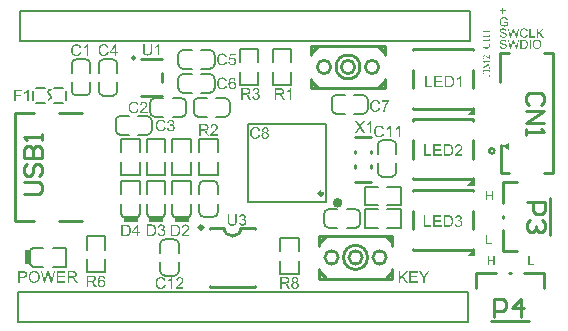
<source format=gto>
8ebc24da6004435dabba0e82d969f979G04 Layer: TopLayer*
G04 EasyEDA v6.5.9, 2022-08-01 21:18:00*
G04 ac5e******************************************aa,10*
G04 Gerber Generator version 0.2*
G04 Scale: 100 percent, Rotated: No, Reflected: No *
G04 Dimensions in millimeters *
G04 leading zeros omitted , absolute positions ,4 integer and 5 decimal *
G04*
G04 #@! TF.GenerationSoftware,Altium Limited,Altium Designer,20.2.6 (244)*
G04*
G04 Layer_Color=65535*
%FSLAX25Y25*%
%MOIN*%
G70*
G04*
G04 #@! TF.SameCoordinates,E92D7ACF-12C1-4AFD-9B23-B2C13CE480F4*
G04*
G04*
G04 #@! TF.FilePolarity,Positive*
G04*
G01*
G75*
%ADD10C,0.01000*%
%ADD11C,0.01575*%
%ADD12C,0.00787*%
%ADD13C,0.01181*%
%ADD14C,0.00598*%
%ADD15R,0.01181X0.04724*%
%ADD16R,0.04724X0.01181*%
G36*
X490274Y265853D02*
X492923D01*
Y268703D01*
X490274Y265853D01*
D01*
D02*
G37*
G36*
Y289353D02*
X492923D01*
Y292203D01*
X490274Y289353D01*
D01*
D02*
G37*
G36*
X501830Y302630D02*
X504040Y301450D01*
X504070Y303730D01*
X501830Y302630D01*
D01*
D02*
G37*
G36*
X490274Y312853D02*
X492923D01*
Y315703D01*
X490274Y312853D01*
D01*
D02*
G37*
G36*
X498869Y284515D02*
X498466D01*
Y285940D01*
X496902D01*
Y284515D01*
X496500D01*
Y287539D01*
X496902D01*
Y286298D01*
X498466D01*
Y287539D01*
X498869D01*
Y284515D01*
D02*
G37*
G36*
X496902Y270358D02*
X498392D01*
Y270000D01*
X496500D01*
Y273024D01*
X496902D01*
Y270358D01*
D02*
G37*
G36*
X499368Y263000D02*
X498967D01*
Y264425D01*
X497402D01*
Y263000D01*
X497000D01*
Y266024D01*
X497402D01*
Y264783D01*
X498967D01*
Y266024D01*
X499368D01*
Y263000D01*
D02*
G37*
G36*
X511001Y263358D02*
X512492D01*
Y263000D01*
X510599D01*
Y266024D01*
X511001D01*
Y263358D01*
D02*
G37*
G36*
X502171Y347866D02*
X502993D01*
Y347521D01*
X502171D01*
Y346691D01*
X501822D01*
Y347521D01*
X501000D01*
Y347866D01*
X501822D01*
Y348688D01*
X502171D01*
Y347866D01*
D02*
G37*
G36*
X502595Y345592D02*
X502630D01*
X502713Y345583D01*
X502805Y345570D01*
X502901Y345548D01*
X503006Y345522D01*
X503106Y345487D01*
X503111D01*
X503119Y345483D01*
X503133Y345478D01*
X503150Y345470D01*
X503198Y345443D01*
X503259Y345413D01*
X503325Y345369D01*
X503395Y345317D01*
X503460Y345260D01*
X503521Y345190D01*
X503530Y345181D01*
X503548Y345155D01*
X503574Y345116D01*
X503609Y345059D01*
X503644Y344989D01*
X503683Y344901D01*
X503722Y344805D01*
X503753Y344696D01*
X503390Y344600D01*
Y344604D01*
X503386Y344609D01*
X503382Y344622D01*
X503377Y344639D01*
X503364Y344679D01*
X503347Y344731D01*
X503321Y344792D01*
X503290Y344849D01*
X503259Y344910D01*
X503220Y344963D01*
X503216Y344967D01*
X503202Y344985D01*
X503176Y345006D01*
X503146Y345037D01*
X503106Y345072D01*
X503054Y345107D01*
X502997Y345142D01*
X502931Y345173D01*
X502923Y345177D01*
X502901Y345186D01*
X502862Y345199D01*
X502809Y345216D01*
X502748Y345229D01*
X502678Y345242D01*
X502599Y345251D01*
X502516Y345255D01*
X502468D01*
X502447Y345251D01*
X502420D01*
X502355Y345247D01*
X502280Y345234D01*
X502197Y345221D01*
X502119Y345199D01*
X502040Y345168D01*
X502031Y345164D01*
X502005Y345155D01*
X501970Y345133D01*
X501926Y345111D01*
X501874Y345076D01*
X501817Y345041D01*
X501765Y344998D01*
X501717Y344950D01*
X501712Y344945D01*
X501695Y344928D01*
X501673Y344897D01*
X501647Y344862D01*
X501616Y344818D01*
X501586Y344766D01*
X501555Y344709D01*
X501524Y344648D01*
Y344644D01*
X501520Y344635D01*
X501516Y344622D01*
X501507Y344600D01*
X501498Y344574D01*
X501489Y344543D01*
X501476Y344508D01*
X501468Y344469D01*
X501446Y344377D01*
X501428Y344272D01*
X501415Y344163D01*
X501411Y344041D01*
Y344036D01*
Y344023D01*
Y344001D01*
X501415Y343975D01*
Y343940D01*
X501419Y343897D01*
X501424Y343853D01*
X501428Y343805D01*
X501446Y343695D01*
X501468Y343582D01*
X501503Y343468D01*
X501546Y343359D01*
Y343355D01*
X501555Y343346D01*
X501559Y343333D01*
X501573Y343315D01*
X501603Y343267D01*
X501651Y343206D01*
X501708Y343140D01*
X501778Y343075D01*
X501861Y343014D01*
X501953Y342957D01*
X501957D01*
X501966Y342952D01*
X501979Y342944D01*
X502001Y342935D01*
X502023Y342926D01*
X502053Y342918D01*
X502123Y342891D01*
X502211Y342869D01*
X502307Y342848D01*
X502412Y342830D01*
X502521Y342826D01*
X502564D01*
X502591Y342830D01*
X502617D01*
X502682Y342839D01*
X502761Y342848D01*
X502844Y342865D01*
X502936Y342891D01*
X503028Y342922D01*
X503032D01*
X503041Y342926D01*
X503050Y342931D01*
X503067Y342939D01*
X503115Y342961D01*
X503167Y342987D01*
X503229Y343018D01*
X503294Y343053D01*
X503355Y343092D01*
X503408Y343136D01*
Y343704D01*
X502516D01*
Y344062D01*
X503801D01*
Y342939D01*
X503797Y342935D01*
X503788Y342931D01*
X503771Y342918D01*
X503749Y342900D01*
X503722Y342883D01*
X503692Y342861D01*
X503653Y342834D01*
X503613Y342808D01*
X503521Y342752D01*
X503417Y342690D01*
X503307Y342634D01*
X503189Y342585D01*
X503185D01*
X503176Y342581D01*
X503159Y342577D01*
X503137Y342568D01*
X503106Y342559D01*
X503071Y342546D01*
X503032Y342537D01*
X502993Y342529D01*
X502897Y342507D01*
X502787Y342485D01*
X502669Y342472D01*
X502547Y342467D01*
X502503D01*
X502473Y342472D01*
X502433D01*
X502385Y342476D01*
X502333Y342485D01*
X502276Y342489D01*
X502149Y342515D01*
X502014Y342546D01*
X501874Y342594D01*
X501804Y342620D01*
X501734Y342655D01*
X501730Y342660D01*
X501717Y342664D01*
X501699Y342677D01*
X501673Y342690D01*
X501642Y342712D01*
X501612Y342734D01*
X501529Y342795D01*
X501441Y342874D01*
X501350Y342970D01*
X501262Y343079D01*
X501184Y343206D01*
Y343210D01*
X501175Y343224D01*
X501166Y343241D01*
X501153Y343271D01*
X501140Y343302D01*
X501127Y343346D01*
X501109Y343390D01*
X501092Y343442D01*
X501074Y343499D01*
X501057Y343564D01*
X501044Y343630D01*
X501031Y343700D01*
X501009Y343853D01*
X501000Y344014D01*
Y344019D01*
Y344036D01*
Y344058D01*
X501004Y344089D01*
Y344128D01*
X501009Y344176D01*
X501018Y344224D01*
X501022Y344281D01*
X501035Y344342D01*
X501044Y344408D01*
X501079Y344548D01*
X501122Y344692D01*
X501184Y344836D01*
X501188Y344840D01*
X501192Y344853D01*
X501201Y344871D01*
X501219Y344897D01*
X501236Y344932D01*
X501258Y344967D01*
X501319Y345050D01*
X501393Y345146D01*
X501485Y345238D01*
X501590Y345330D01*
X501651Y345369D01*
X501712Y345409D01*
X501717Y345413D01*
X501730Y345417D01*
X501747Y345426D01*
X501774Y345439D01*
X501808Y345452D01*
X501848Y345470D01*
X501892Y345487D01*
X501944Y345505D01*
X502001Y345522D01*
X502062Y345535D01*
X502128Y345553D01*
X502197Y345566D01*
X502350Y345588D01*
X502429Y345596D01*
X502569D01*
X502595Y345592D01*
D02*
G37*
G36*
X502263Y341858D02*
X502293D01*
X502377Y341849D01*
X502468Y341836D01*
X502564Y341815D01*
X502669Y341788D01*
X502766Y341753D01*
X502770D01*
X502779Y341749D01*
X502792Y341740D01*
X502809Y341732D01*
X502853Y341710D01*
X502910Y341670D01*
X502975Y341627D01*
X503041Y341570D01*
X503102Y341504D01*
X503159Y341430D01*
Y341426D01*
X503163Y341421D01*
X503172Y341408D01*
X503181Y341395D01*
X503202Y341351D01*
X503229Y341295D01*
X503259Y341225D01*
X503281Y341142D01*
X503303Y341054D01*
X503312Y340958D01*
X502927Y340928D01*
Y340932D01*
Y340941D01*
X502923Y340954D01*
X502918Y340975D01*
X502905Y341024D01*
X502888Y341089D01*
X502862Y341159D01*
X502822Y341229D01*
X502774Y341295D01*
X502713Y341356D01*
X502704Y341360D01*
X502682Y341378D01*
X502639Y341404D01*
X502582Y341430D01*
X502508Y341456D01*
X502420Y341482D01*
X502311Y341500D01*
X502189Y341504D01*
X502128D01*
X502101Y341500D01*
X502066Y341496D01*
X501988Y341487D01*
X501900Y341469D01*
X501813Y341447D01*
X501730Y341412D01*
X501695Y341391D01*
X501660Y341369D01*
X501651Y341365D01*
X501634Y341347D01*
X501607Y341316D01*
X501581Y341281D01*
X501551Y341233D01*
X501524Y341181D01*
X501507Y341120D01*
X501498Y341050D01*
Y341041D01*
Y341024D01*
X501503Y340993D01*
X501511Y340958D01*
X501524Y340914D01*
X501546Y340871D01*
X501573Y340827D01*
X501612Y340783D01*
X501616Y340779D01*
X501638Y340766D01*
X501655Y340753D01*
X501673Y340744D01*
X501699Y340731D01*
X501730Y340713D01*
X501769Y340700D01*
X501813Y340683D01*
X501861Y340665D01*
X501918Y340643D01*
X501979Y340626D01*
X502049Y340604D01*
X502128Y340587D01*
X502215Y340565D01*
X502219D01*
X502237Y340560D01*
X502263Y340556D01*
X502293Y340547D01*
X502333Y340539D01*
X502381Y340525D01*
X502429Y340512D01*
X502481Y340499D01*
X502595Y340469D01*
X502704Y340438D01*
X502757Y340421D01*
X502805Y340403D01*
X502848Y340390D01*
X502883Y340372D01*
X502888D01*
X502897Y340368D01*
X502910Y340359D01*
X502927Y340351D01*
X502975Y340324D01*
X503032Y340289D01*
X503098Y340241D01*
X503163Y340189D01*
X503224Y340128D01*
X503277Y340062D01*
X503281Y340054D01*
X503299Y340032D01*
X503316Y339992D01*
X503342Y339940D01*
X503364Y339879D01*
X503386Y339804D01*
X503399Y339721D01*
X503404Y339634D01*
Y339630D01*
Y339625D01*
Y339612D01*
Y339595D01*
X503395Y339546D01*
X503386Y339485D01*
X503369Y339416D01*
X503347Y339341D01*
X503312Y339263D01*
X503264Y339179D01*
Y339175D01*
X503259Y339171D01*
X503237Y339144D01*
X503207Y339105D01*
X503163Y339061D01*
X503106Y339009D01*
X503036Y338952D01*
X502958Y338900D01*
X502866Y338852D01*
X502862D01*
X502853Y338847D01*
X502840Y338843D01*
X502822Y338834D01*
X502796Y338825D01*
X502766Y338812D01*
X502696Y338795D01*
X502612Y338773D01*
X502512Y338751D01*
X502403Y338738D01*
X502285Y338734D01*
X502215D01*
X502180Y338738D01*
X502141D01*
X502097Y338742D01*
X502044Y338747D01*
X501935Y338764D01*
X501822Y338782D01*
X501708Y338812D01*
X501599Y338852D01*
X501594D01*
X501586Y338856D01*
X501573Y338865D01*
X501555Y338874D01*
X501503Y338900D01*
X501441Y338939D01*
X501371Y338992D01*
X501297Y339053D01*
X501227Y339127D01*
X501162Y339210D01*
Y339214D01*
X501153Y339223D01*
X501149Y339236D01*
X501135Y339254D01*
X501127Y339276D01*
X501114Y339302D01*
X501083Y339367D01*
X501052Y339450D01*
X501026Y339542D01*
X501009Y339647D01*
X501000Y339756D01*
X501376Y339791D01*
Y339787D01*
Y339783D01*
X501380Y339769D01*
Y339752D01*
X501389Y339713D01*
X501402Y339656D01*
X501419Y339599D01*
X501437Y339533D01*
X501468Y339472D01*
X501498Y339416D01*
X501503Y339411D01*
X501516Y339394D01*
X501538Y339363D01*
X501573Y339332D01*
X501616Y339293D01*
X501664Y339254D01*
X501730Y339214D01*
X501800Y339179D01*
X501804D01*
X501808Y339175D01*
X501822Y339171D01*
X501835Y339166D01*
X501878Y339153D01*
X501935Y339136D01*
X502005Y339118D01*
X502084Y339105D01*
X502171Y339096D01*
X502267Y339092D01*
X502307D01*
X502350Y339096D01*
X502403Y339101D01*
X502464Y339109D01*
X502534Y339118D01*
X502604Y339136D01*
X502669Y339158D01*
X502678Y339162D01*
X502700Y339171D01*
X502731Y339188D01*
X502770Y339206D01*
X502809Y339236D01*
X502853Y339267D01*
X502897Y339302D01*
X502931Y339346D01*
X502936Y339350D01*
X502945Y339367D01*
X502958Y339389D01*
X502975Y339424D01*
X502993Y339459D01*
X503006Y339503D01*
X503015Y339551D01*
X503019Y339603D01*
Y339608D01*
Y339630D01*
X503015Y339656D01*
X503010Y339691D01*
X502997Y339726D01*
X502984Y339769D01*
X502962Y339813D01*
X502931Y339852D01*
X502927Y339857D01*
X502914Y339870D01*
X502897Y339887D01*
X502866Y339914D01*
X502831Y339940D01*
X502783Y339970D01*
X502726Y340001D01*
X502661Y340027D01*
X502656Y340032D01*
X502634Y340036D01*
X502599Y340049D01*
X502578Y340054D01*
X502547Y340062D01*
X502516Y340075D01*
X502477Y340084D01*
X502433Y340097D01*
X502381Y340110D01*
X502328Y340123D01*
X502267Y340141D01*
X502197Y340158D01*
X502123Y340176D01*
X502119D01*
X502106Y340180D01*
X502084Y340185D01*
X502058Y340193D01*
X502023Y340202D01*
X501983Y340211D01*
X501896Y340237D01*
X501800Y340268D01*
X501699Y340298D01*
X501612Y340329D01*
X501573Y340346D01*
X501538Y340364D01*
X501533D01*
X501529Y340368D01*
X501503Y340386D01*
X501463Y340407D01*
X501419Y340442D01*
X501367Y340482D01*
X501315Y340530D01*
X501262Y340587D01*
X501219Y340648D01*
X501214Y340656D01*
X501201Y340678D01*
X501184Y340713D01*
X501166Y340757D01*
X501149Y340814D01*
X501131Y340879D01*
X501118Y340949D01*
X501114Y341024D01*
Y341028D01*
Y341032D01*
Y341045D01*
Y341063D01*
X501122Y341107D01*
X501131Y341163D01*
X501144Y341229D01*
X501166Y341303D01*
X501197Y341378D01*
X501240Y341452D01*
Y341456D01*
X501245Y341461D01*
X501267Y341487D01*
X501297Y341522D01*
X501336Y341565D01*
X501389Y341614D01*
X501454Y341666D01*
X501533Y341714D01*
X501620Y341758D01*
X501625D01*
X501634Y341762D01*
X501647Y341767D01*
X501664Y341775D01*
X501686Y341784D01*
X501717Y341793D01*
X501782Y341810D01*
X501865Y341828D01*
X501961Y341845D01*
X502062Y341858D01*
X502176Y341863D01*
X502232D01*
X502263Y341858D01*
D02*
G37*
G36*
X509325D02*
X509364Y341854D01*
X509412Y341849D01*
X509460Y341845D01*
X509517Y341832D01*
X509635Y341806D01*
X509766Y341767D01*
X509832Y341740D01*
X509893Y341710D01*
X509954Y341670D01*
X510015Y341631D01*
X510020Y341627D01*
X510028Y341622D01*
X510046Y341609D01*
X510068Y341587D01*
X510090Y341565D01*
X510120Y341535D01*
X510151Y341500D01*
X510186Y341465D01*
X510221Y341421D01*
X510256Y341369D01*
X510295Y341316D01*
X510330Y341260D01*
X510360Y341194D01*
X510395Y341128D01*
X510422Y341059D01*
X510448Y340980D01*
X510055Y340888D01*
Y340893D01*
X510050Y340901D01*
X510042Y340919D01*
X510033Y340941D01*
X510024Y340967D01*
X510011Y341002D01*
X509976Y341072D01*
X509932Y341150D01*
X509880Y341229D01*
X509814Y341303D01*
X509744Y341369D01*
X509736Y341378D01*
X509709Y341395D01*
X509666Y341417D01*
X509609Y341447D01*
X509535Y341474D01*
X509452Y341500D01*
X509351Y341517D01*
X509242Y341522D01*
X509207D01*
X509185Y341517D01*
X509154D01*
X509120Y341513D01*
X509036Y341500D01*
X508945Y341482D01*
X508848Y341452D01*
X508748Y341408D01*
X508656Y341351D01*
X508652D01*
X508647Y341343D01*
X508617Y341321D01*
X508578Y341286D01*
X508530Y341233D01*
X508473Y341168D01*
X508420Y341093D01*
X508372Y341002D01*
X508328Y340901D01*
Y340897D01*
X508324Y340888D01*
X508320Y340875D01*
X508315Y340853D01*
X508307Y340827D01*
X508298Y340796D01*
X508285Y340722D01*
X508267Y340635D01*
X508250Y340539D01*
X508241Y340434D01*
X508237Y340320D01*
Y340316D01*
Y340303D01*
Y340281D01*
Y340254D01*
X508241Y340224D01*
Y340185D01*
X508246Y340141D01*
X508250Y340093D01*
X508263Y339988D01*
X508285Y339874D01*
X508311Y339761D01*
X508346Y339647D01*
Y339643D01*
X508350Y339634D01*
X508359Y339621D01*
X508368Y339599D01*
X508394Y339546D01*
X508433Y339485D01*
X508481Y339416D01*
X508543Y339341D01*
X508612Y339276D01*
X508696Y339214D01*
X508700D01*
X508709Y339210D01*
X508722Y339201D01*
X508739Y339193D01*
X508761Y339184D01*
X508787Y339171D01*
X508848Y339144D01*
X508927Y339118D01*
X509015Y339096D01*
X509111Y339079D01*
X509211Y339075D01*
X509242D01*
X509268Y339079D01*
X509299D01*
X509329Y339083D01*
X509408Y339101D01*
X509500Y339123D01*
X509591Y339158D01*
X509688Y339206D01*
X509736Y339232D01*
X509779Y339267D01*
X509784Y339271D01*
X509788Y339276D01*
X509801Y339289D01*
X509819Y339302D01*
X509836Y339324D01*
X509858Y339350D01*
X509884Y339376D01*
X509906Y339411D01*
X509932Y339450D01*
X509963Y339494D01*
X509989Y339538D01*
X510015Y339590D01*
X510037Y339647D01*
X510059Y339708D01*
X510081Y339774D01*
X510098Y339844D01*
X510500Y339743D01*
Y339739D01*
X510496Y339721D01*
X510487Y339695D01*
X510474Y339660D01*
X510461Y339621D01*
X510444Y339573D01*
X510422Y339520D01*
X510395Y339463D01*
X510334Y339341D01*
X510256Y339219D01*
X510208Y339158D01*
X510159Y339096D01*
X510107Y339044D01*
X510046Y338992D01*
X510042Y338987D01*
X510033Y338979D01*
X510011Y338970D01*
X509989Y338952D01*
X509954Y338930D01*
X509919Y338909D01*
X509871Y338887D01*
X509823Y338865D01*
X509766Y338839D01*
X509705Y338817D01*
X509640Y338795D01*
X509570Y338773D01*
X509495Y338756D01*
X509417Y338747D01*
X509334Y338738D01*
X509246Y338734D01*
X509198D01*
X509163Y338738D01*
X509124D01*
X509076Y338742D01*
X509023Y338751D01*
X508962Y338760D01*
X508835Y338782D01*
X508704Y338817D01*
X508573Y338865D01*
X508512Y338895D01*
X508451Y338930D01*
X508447Y338935D01*
X508438Y338939D01*
X508420Y338952D01*
X508403Y338970D01*
X508377Y338987D01*
X508346Y339013D01*
X508311Y339044D01*
X508276Y339079D01*
X508241Y339118D01*
X508202Y339158D01*
X508123Y339258D01*
X508049Y339376D01*
X507983Y339507D01*
Y339512D01*
X507974Y339525D01*
X507970Y339546D01*
X507957Y339573D01*
X507948Y339608D01*
X507935Y339651D01*
X507918Y339700D01*
X507905Y339752D01*
X507892Y339809D01*
X507874Y339874D01*
X507852Y340010D01*
X507835Y340163D01*
X507826Y340320D01*
Y340324D01*
Y340342D01*
Y340368D01*
X507830Y340399D01*
Y340442D01*
X507835Y340486D01*
X507839Y340543D01*
X507848Y340600D01*
X507870Y340726D01*
X507900Y340866D01*
X507944Y341006D01*
X508005Y341142D01*
X508009Y341146D01*
X508014Y341159D01*
X508023Y341177D01*
X508040Y341198D01*
X508057Y341229D01*
X508079Y341264D01*
X508136Y341343D01*
X508211Y341430D01*
X508298Y341517D01*
X508398Y341605D01*
X508516Y341679D01*
X508521Y341684D01*
X508534Y341688D01*
X508551Y341697D01*
X508573Y341710D01*
X508608Y341723D01*
X508643Y341736D01*
X508687Y341753D01*
X508735Y341771D01*
X508787Y341788D01*
X508844Y341806D01*
X508966Y341832D01*
X509106Y341854D01*
X509251Y341863D01*
X509294D01*
X509325Y341858D01*
D02*
G37*
G36*
X514503Y340582D02*
X515827Y338786D01*
X515299D01*
X514224Y340311D01*
X513730Y339835D01*
Y338786D01*
X513328D01*
Y341810D01*
X513730D01*
Y340307D01*
X515224Y341810D01*
X515771D01*
X514503Y340582D01*
D02*
G37*
G36*
X506738Y338786D02*
X506345D01*
X505711Y341089D01*
Y341093D01*
X505707Y341102D01*
X505702Y341115D01*
X505698Y341137D01*
X505685Y341185D01*
X505672Y341242D01*
X505654Y341303D01*
X505637Y341360D01*
X505623Y341408D01*
X505619Y341430D01*
X505615Y341443D01*
Y341439D01*
X505610Y341434D01*
X505606Y341408D01*
X505597Y341369D01*
X505584Y341321D01*
X505571Y341268D01*
X505553Y341207D01*
X505540Y341146D01*
X505523Y341089D01*
X504885Y338786D01*
X504465D01*
X503674Y341810D01*
X504090D01*
X504540Y339826D01*
Y339822D01*
X504544Y339813D01*
X504548Y339796D01*
X504553Y339774D01*
X504557Y339743D01*
X504566Y339713D01*
X504575Y339673D01*
X504583Y339630D01*
X504605Y339538D01*
X504627Y339433D01*
X504649Y339319D01*
X504671Y339206D01*
Y339210D01*
X504675Y339228D01*
X504684Y339249D01*
X504688Y339284D01*
X504697Y339319D01*
X504710Y339363D01*
X504732Y339459D01*
X504758Y339555D01*
X504767Y339603D01*
X504780Y339647D01*
X504789Y339686D01*
X504798Y339721D01*
X504806Y339748D01*
X504811Y339765D01*
X505383Y341810D01*
X505868D01*
X506296Y340276D01*
Y340272D01*
X506305Y340250D01*
X506314Y340219D01*
X506323Y340180D01*
X506336Y340128D01*
X506353Y340071D01*
X506371Y340005D01*
X506388Y339931D01*
X506410Y339848D01*
X506427Y339765D01*
X506467Y339586D01*
X506506Y339398D01*
X506537Y339206D01*
Y339210D01*
X506541Y339219D01*
Y339236D01*
X506550Y339258D01*
X506554Y339284D01*
X506563Y339315D01*
X506567Y339354D01*
X506580Y339398D01*
X506602Y339494D01*
X506629Y339608D01*
X506655Y339730D01*
X506690Y339866D01*
X507162Y341810D01*
X507568D01*
X506738Y338786D01*
D02*
G37*
G36*
X511379Y339144D02*
X512869D01*
Y338786D01*
X510977D01*
Y341810D01*
X511379D01*
Y339144D01*
D02*
G37*
G36*
X502263Y338124D02*
X502293D01*
X502377Y338116D01*
X502468Y338103D01*
X502564Y338081D01*
X502669Y338055D01*
X502766Y338020D01*
X502770D01*
X502779Y338015D01*
X502792Y338007D01*
X502809Y337998D01*
X502853Y337976D01*
X502910Y337937D01*
X502975Y337893D01*
X503041Y337836D01*
X503102Y337771D01*
X503159Y337696D01*
Y337692D01*
X503163Y337688D01*
X503172Y337674D01*
X503181Y337661D01*
X503202Y337618D01*
X503229Y337561D01*
X503259Y337491D01*
X503281Y337408D01*
X503303Y337320D01*
X503312Y337224D01*
X502927Y337194D01*
Y337198D01*
Y337207D01*
X502923Y337220D01*
X502918Y337242D01*
X502905Y337290D01*
X502888Y337355D01*
X502862Y337425D01*
X502822Y337495D01*
X502774Y337561D01*
X502713Y337622D01*
X502704Y337626D01*
X502682Y337644D01*
X502639Y337670D01*
X502582Y337696D01*
X502508Y337722D01*
X502420Y337749D01*
X502311Y337766D01*
X502189Y337771D01*
X502128D01*
X502101Y337766D01*
X502066Y337762D01*
X501988Y337753D01*
X501900Y337736D01*
X501813Y337714D01*
X501730Y337679D01*
X501695Y337657D01*
X501660Y337635D01*
X501651Y337631D01*
X501634Y337613D01*
X501607Y337583D01*
X501581Y337548D01*
X501551Y337500D01*
X501524Y337447D01*
X501507Y337386D01*
X501498Y337316D01*
Y337307D01*
Y337290D01*
X501503Y337259D01*
X501511Y337224D01*
X501524Y337181D01*
X501546Y337137D01*
X501573Y337093D01*
X501612Y337050D01*
X501616Y337045D01*
X501638Y337032D01*
X501655Y337019D01*
X501673Y337010D01*
X501699Y336997D01*
X501730Y336980D01*
X501769Y336966D01*
X501813Y336949D01*
X501861Y336931D01*
X501918Y336910D01*
X501979Y336892D01*
X502049Y336870D01*
X502128Y336853D01*
X502215Y336831D01*
X502219D01*
X502237Y336827D01*
X502263Y336822D01*
X502293Y336813D01*
X502333Y336805D01*
X502381Y336792D01*
X502429Y336779D01*
X502481Y336766D01*
X502595Y336735D01*
X502704Y336704D01*
X502757Y336687D01*
X502805Y336669D01*
X502848Y336656D01*
X502883Y336639D01*
X502888D01*
X502897Y336634D01*
X502910Y336626D01*
X502927Y336617D01*
X502975Y336591D01*
X503032Y336556D01*
X503098Y336508D01*
X503163Y336455D01*
X503224Y336394D01*
X503277Y336329D01*
X503281Y336320D01*
X503299Y336298D01*
X503316Y336259D01*
X503342Y336206D01*
X503364Y336145D01*
X503386Y336071D01*
X503399Y335988D01*
X503404Y335900D01*
Y335896D01*
Y335892D01*
Y335878D01*
Y335861D01*
X503395Y335813D01*
X503386Y335752D01*
X503369Y335682D01*
X503347Y335607D01*
X503312Y335529D01*
X503264Y335446D01*
Y335441D01*
X503259Y335437D01*
X503237Y335411D01*
X503207Y335371D01*
X503163Y335328D01*
X503106Y335275D01*
X503036Y335219D01*
X502958Y335166D01*
X502866Y335118D01*
X502862D01*
X502853Y335114D01*
X502840Y335109D01*
X502822Y335101D01*
X502796Y335092D01*
X502766Y335079D01*
X502696Y335061D01*
X502612Y335039D01*
X502512Y335017D01*
X502403Y335004D01*
X502285Y335000D01*
X502215D01*
X502180Y335004D01*
X502141D01*
X502097Y335009D01*
X502044Y335013D01*
X501935Y335031D01*
X501822Y335048D01*
X501708Y335079D01*
X501599Y335118D01*
X501594D01*
X501586Y335122D01*
X501573Y335131D01*
X501555Y335140D01*
X501503Y335166D01*
X501441Y335205D01*
X501371Y335258D01*
X501297Y335319D01*
X501227Y335393D01*
X501162Y335476D01*
Y335481D01*
X501153Y335489D01*
X501149Y335503D01*
X501135Y335520D01*
X501127Y335542D01*
X501114Y335568D01*
X501083Y335634D01*
X501052Y335717D01*
X501026Y335808D01*
X501009Y335913D01*
X501000Y336023D01*
X501376Y336057D01*
Y336053D01*
Y336049D01*
X501380Y336036D01*
Y336018D01*
X501389Y335979D01*
X501402Y335922D01*
X501419Y335865D01*
X501437Y335800D01*
X501468Y335738D01*
X501498Y335682D01*
X501503Y335677D01*
X501516Y335660D01*
X501538Y335629D01*
X501573Y335599D01*
X501616Y335559D01*
X501664Y335520D01*
X501730Y335481D01*
X501800Y335446D01*
X501804D01*
X501808Y335441D01*
X501822Y335437D01*
X501835Y335433D01*
X501878Y335420D01*
X501935Y335402D01*
X502005Y335385D01*
X502084Y335371D01*
X502171Y335363D01*
X502267Y335358D01*
X502307D01*
X502350Y335363D01*
X502403Y335367D01*
X502464Y335376D01*
X502534Y335385D01*
X502604Y335402D01*
X502669Y335424D01*
X502678Y335428D01*
X502700Y335437D01*
X502731Y335455D01*
X502770Y335472D01*
X502809Y335503D01*
X502853Y335533D01*
X502897Y335568D01*
X502931Y335612D01*
X502936Y335616D01*
X502945Y335634D01*
X502958Y335655D01*
X502975Y335690D01*
X502993Y335725D01*
X503006Y335769D01*
X503015Y335817D01*
X503019Y335870D01*
Y335874D01*
Y335896D01*
X503015Y335922D01*
X503010Y335957D01*
X502997Y335992D01*
X502984Y336036D01*
X502962Y336079D01*
X502931Y336119D01*
X502927Y336123D01*
X502914Y336136D01*
X502897Y336154D01*
X502866Y336180D01*
X502831Y336206D01*
X502783Y336237D01*
X502726Y336267D01*
X502661Y336294D01*
X502656Y336298D01*
X502634Y336302D01*
X502599Y336315D01*
X502578Y336320D01*
X502547Y336329D01*
X502516Y336342D01*
X502477Y336350D01*
X502433Y336363D01*
X502381Y336377D01*
X502328Y336390D01*
X502267Y336407D01*
X502197Y336425D01*
X502123Y336442D01*
X502119D01*
X502106Y336446D01*
X502084Y336451D01*
X502058Y336460D01*
X502023Y336468D01*
X501983Y336477D01*
X501896Y336503D01*
X501800Y336534D01*
X501699Y336564D01*
X501612Y336595D01*
X501573Y336613D01*
X501538Y336630D01*
X501533D01*
X501529Y336634D01*
X501503Y336652D01*
X501463Y336674D01*
X501419Y336709D01*
X501367Y336748D01*
X501315Y336796D01*
X501262Y336853D01*
X501219Y336914D01*
X501214Y336923D01*
X501201Y336945D01*
X501184Y336980D01*
X501166Y337023D01*
X501149Y337080D01*
X501131Y337146D01*
X501118Y337216D01*
X501114Y337290D01*
Y337294D01*
Y337299D01*
Y337312D01*
Y337329D01*
X501122Y337373D01*
X501131Y337430D01*
X501144Y337495D01*
X501166Y337570D01*
X501197Y337644D01*
X501240Y337718D01*
Y337722D01*
X501245Y337727D01*
X501267Y337753D01*
X501297Y337788D01*
X501336Y337832D01*
X501389Y337880D01*
X501454Y337932D01*
X501533Y337980D01*
X501620Y338024D01*
X501625D01*
X501634Y338028D01*
X501647Y338033D01*
X501664Y338041D01*
X501686Y338050D01*
X501717Y338059D01*
X501782Y338076D01*
X501865Y338094D01*
X501961Y338111D01*
X502062Y338124D01*
X502176Y338129D01*
X502232D01*
X502263Y338124D01*
D02*
G37*
G36*
X506738Y335052D02*
X506345D01*
X505711Y337355D01*
Y337360D01*
X505707Y337368D01*
X505702Y337382D01*
X505698Y337403D01*
X505685Y337452D01*
X505672Y337508D01*
X505654Y337570D01*
X505637Y337626D01*
X505623Y337674D01*
X505619Y337696D01*
X505615Y337709D01*
Y337705D01*
X505610Y337701D01*
X505606Y337674D01*
X505597Y337635D01*
X505584Y337587D01*
X505571Y337535D01*
X505553Y337473D01*
X505540Y337412D01*
X505523Y337355D01*
X504885Y335052D01*
X504465D01*
X503674Y338076D01*
X504090D01*
X504540Y336092D01*
Y336088D01*
X504544Y336079D01*
X504548Y336062D01*
X504553Y336040D01*
X504557Y336010D01*
X504566Y335979D01*
X504575Y335940D01*
X504583Y335896D01*
X504605Y335804D01*
X504627Y335699D01*
X504649Y335586D01*
X504671Y335472D01*
Y335476D01*
X504675Y335494D01*
X504684Y335516D01*
X504688Y335551D01*
X504697Y335586D01*
X504710Y335629D01*
X504732Y335725D01*
X504758Y335822D01*
X504767Y335870D01*
X504780Y335913D01*
X504789Y335953D01*
X504798Y335988D01*
X504806Y336014D01*
X504811Y336031D01*
X505383Y338076D01*
X505868D01*
X506296Y336543D01*
Y336538D01*
X506305Y336516D01*
X506314Y336486D01*
X506323Y336446D01*
X506336Y336394D01*
X506353Y336337D01*
X506371Y336272D01*
X506388Y336197D01*
X506410Y336114D01*
X506427Y336031D01*
X506467Y335852D01*
X506506Y335664D01*
X506537Y335472D01*
Y335476D01*
X506541Y335485D01*
Y335503D01*
X506550Y335524D01*
X506554Y335551D01*
X506563Y335581D01*
X506567Y335620D01*
X506580Y335664D01*
X506602Y335760D01*
X506629Y335874D01*
X506655Y335996D01*
X506690Y336132D01*
X507162Y338076D01*
X507568D01*
X506738Y335052D01*
D02*
G37*
G36*
X511462D02*
X511060D01*
Y338076D01*
X511462D01*
Y335052D01*
D02*
G37*
G36*
X509185Y338072D02*
X509272Y338068D01*
X509360Y338059D01*
X509447Y338046D01*
X509521Y338033D01*
X509526D01*
X509535Y338028D01*
X509548D01*
X509565Y338020D01*
X509613Y338007D01*
X509674Y337985D01*
X509744Y337954D01*
X509819Y337915D01*
X509893Y337871D01*
X509963Y337814D01*
X509967Y337810D01*
X509972Y337806D01*
X509985Y337792D01*
X510002Y337779D01*
X510046Y337736D01*
X510098Y337674D01*
X510155Y337600D01*
X510216Y337513D01*
X510273Y337412D01*
X510321Y337299D01*
Y337294D01*
X510326Y337285D01*
X510334Y337268D01*
X510339Y337242D01*
X510352Y337211D01*
X510360Y337176D01*
X510369Y337137D01*
X510382Y337089D01*
X510395Y337041D01*
X510404Y336984D01*
X510426Y336862D01*
X510439Y336726D01*
X510444Y336578D01*
Y336573D01*
Y336564D01*
Y336543D01*
Y336521D01*
X510439Y336490D01*
Y336455D01*
X510435Y336372D01*
X510422Y336276D01*
X510409Y336175D01*
X510387Y336071D01*
X510360Y335966D01*
Y335961D01*
X510356Y335953D01*
X510352Y335940D01*
X510347Y335922D01*
X510330Y335874D01*
X510304Y335813D01*
X510278Y335743D01*
X510243Y335673D01*
X510199Y335599D01*
X510155Y335529D01*
X510151Y335520D01*
X510133Y335498D01*
X510107Y335468D01*
X510072Y335428D01*
X510033Y335385D01*
X509985Y335341D01*
X509937Y335293D01*
X509880Y335254D01*
X509871Y335249D01*
X509854Y335236D01*
X509823Y335219D01*
X509779Y335197D01*
X509727Y335170D01*
X509666Y335149D01*
X509596Y335122D01*
X509517Y335101D01*
X509508D01*
X509495Y335096D01*
X509482Y335092D01*
X509439Y335087D01*
X509377Y335079D01*
X509307Y335070D01*
X509224Y335061D01*
X509133Y335057D01*
X509032Y335052D01*
X507944D01*
Y338076D01*
X509106D01*
X509185Y338072D01*
D02*
G37*
G36*
X513564Y338124D02*
X513603D01*
X513642Y338120D01*
X513695Y338111D01*
X513747Y338103D01*
X513861Y338081D01*
X513992Y338046D01*
X514119Y337993D01*
X514184Y337963D01*
X514250Y337928D01*
X514254Y337924D01*
X514263Y337919D01*
X514280Y337906D01*
X514307Y337893D01*
X514333Y337871D01*
X514368Y337845D01*
X514442Y337784D01*
X514521Y337705D01*
X514608Y337609D01*
X514691Y337495D01*
X514761Y337368D01*
Y337364D01*
X514770Y337351D01*
X514779Y337334D01*
X514787Y337307D01*
X514805Y337272D01*
X514818Y337233D01*
X514835Y337185D01*
X514853Y337133D01*
X514866Y337076D01*
X514884Y337015D01*
X514901Y336945D01*
X514914Y336875D01*
X514932Y336722D01*
X514940Y336556D01*
Y336551D01*
Y336534D01*
Y336512D01*
X514936Y336477D01*
Y336438D01*
X514932Y336390D01*
X514923Y336337D01*
X514919Y336280D01*
X514897Y336154D01*
X514862Y336014D01*
X514814Y335874D01*
X514787Y335804D01*
X514752Y335734D01*
Y335730D01*
X514744Y335717D01*
X514735Y335699D01*
X514717Y335673D01*
X514700Y335642D01*
X514678Y335612D01*
X514617Y335529D01*
X514543Y335441D01*
X514455Y335350D01*
X514350Y335262D01*
X514228Y335184D01*
X514224D01*
X514215Y335175D01*
X514193Y335166D01*
X514167Y335153D01*
X514136Y335140D01*
X514101Y335127D01*
X514058Y335109D01*
X514010Y335092D01*
X513957Y335074D01*
X513900Y335057D01*
X513773Y335031D01*
X513638Y335009D01*
X513494Y335000D01*
X513450D01*
X513424Y335004D01*
X513385D01*
X513341Y335013D01*
X513293Y335017D01*
X513236Y335026D01*
X513118Y335052D01*
X512991Y335087D01*
X512860Y335140D01*
X512795Y335170D01*
X512729Y335205D01*
X512725Y335210D01*
X512716Y335214D01*
X512699Y335227D01*
X512672Y335245D01*
X512646Y335262D01*
X512615Y335288D01*
X512541Y335354D01*
X512458Y335433D01*
X512371Y335529D01*
X512292Y335638D01*
X512218Y335765D01*
Y335769D01*
X512209Y335782D01*
X512200Y335800D01*
X512192Y335826D01*
X512179Y335861D01*
X512165Y335900D01*
X512148Y335944D01*
X512135Y335992D01*
X512117Y336049D01*
X512100Y336106D01*
X512074Y336237D01*
X512056Y336372D01*
X512047Y336521D01*
Y336525D01*
Y336529D01*
Y336556D01*
X512052Y336595D01*
Y336648D01*
X512060Y336709D01*
X512069Y336783D01*
X512082Y336866D01*
X512100Y336953D01*
X512117Y337045D01*
X512144Y337141D01*
X512179Y337237D01*
X512218Y337338D01*
X512261Y337434D01*
X512318Y337530D01*
X512380Y337618D01*
X512449Y337701D01*
X512454Y337705D01*
X512467Y337718D01*
X512493Y337740D01*
X512524Y337766D01*
X512563Y337801D01*
X512611Y337836D01*
X512668Y337876D01*
X512733Y337915D01*
X512803Y337954D01*
X512882Y337993D01*
X512969Y338028D01*
X513061Y338063D01*
X513162Y338090D01*
X513267Y338111D01*
X513376Y338124D01*
X513494Y338129D01*
X513533D01*
X513564Y338124D01*
D02*
G37*
G36*
X497732Y340339D02*
X497666D01*
Y340394D01*
X497663Y340426D01*
X497659Y340463D01*
X497655Y340495D01*
X497648Y340528D01*
X497641Y340550D01*
Y340554D01*
X497637Y340557D01*
X497623Y340579D01*
X497601Y340601D01*
X497572Y340619D01*
X497568D01*
X497561Y340623D01*
X497546Y340627D01*
X497524Y340630D01*
X497492Y340634D01*
X497444Y340637D01*
X497390Y340641D01*
X497353D01*
X497317D01*
X496050D01*
X496047D01*
X496039D01*
X496025D01*
X496010D01*
X495967D01*
X495912Y340637D01*
X495857D01*
X495803Y340634D01*
X495759Y340630D01*
X495737Y340627D01*
X495723Y340623D01*
X495719D01*
X495715Y340619D01*
X495693Y340612D01*
X495664Y340597D01*
X495643Y340576D01*
X495639Y340572D01*
X495628Y340557D01*
X495621Y340532D01*
X495617Y340503D01*
Y340492D01*
X495621Y340477D01*
X495624Y340456D01*
X495628Y340430D01*
X495639Y340401D01*
X495650Y340364D01*
X495668Y340324D01*
X495613Y340299D01*
X495333Y340870D01*
Y340929D01*
X497317D01*
X497321D01*
X497324D01*
X497335D01*
X497350D01*
X497382D01*
X497423Y340932D01*
X497466D01*
X497506Y340936D01*
X497539Y340940D01*
X497565Y340943D01*
X497568D01*
X497572Y340947D01*
X497590Y340958D01*
X497615Y340980D01*
X497641Y341012D01*
Y341016D01*
X497645Y341023D01*
X497648Y341038D01*
X497652Y341060D01*
X497659Y341085D01*
X497663Y341122D01*
X497666Y341169D01*
Y341224D01*
X497732D01*
Y340339D01*
D02*
G37*
G36*
Y338803D02*
X497666D01*
Y338908D01*
X497663Y338934D01*
X497655Y338963D01*
X497645Y338999D01*
X497630Y339032D01*
X497612Y339065D01*
X497583Y339094D01*
X497579Y339098D01*
X497572Y339101D01*
X497554Y339109D01*
X497528Y339116D01*
X497495Y339123D01*
X497448Y339130D01*
X497390Y339138D01*
X497353D01*
X497317D01*
X496600D01*
Y338046D01*
X497317D01*
X497321D01*
X497324D01*
X497346D01*
X497375D01*
X497412Y338049D01*
X497452D01*
X497492Y338057D01*
X497528Y338060D01*
X497554Y338068D01*
X497561Y338071D01*
X497579Y338082D01*
X497601Y338104D01*
X497615Y338119D01*
X497626Y338137D01*
Y338140D01*
X497634Y338151D01*
X497637Y338166D01*
X497645Y338184D01*
X497652Y338210D01*
X497659Y338235D01*
X497663Y338264D01*
X497666Y338293D01*
Y338381D01*
X497732D01*
Y337380D01*
X497666D01*
Y337485D01*
X497663Y337511D01*
X497655Y337540D01*
X497645Y337576D01*
X497630Y337609D01*
X497612Y337642D01*
X497583Y337671D01*
X497579Y337674D01*
X497572Y337678D01*
X497554Y337685D01*
X497528Y337693D01*
X497495Y337700D01*
X497448Y337707D01*
X497390Y337715D01*
X497353D01*
X497317D01*
X495795D01*
X495792D01*
X495788D01*
X495766D01*
X495737D01*
X495701Y337711D01*
X495661Y337707D01*
X495624Y337704D01*
X495588Y337696D01*
X495563Y337689D01*
X495559D01*
X495555Y337685D01*
X495537Y337674D01*
X495511Y337653D01*
X495501Y337638D01*
X495490Y337620D01*
X495486Y337616D01*
X495482Y337605D01*
X495475Y337591D01*
X495468Y337573D01*
X495461Y337547D01*
X495453Y337522D01*
X495446Y337492D01*
Y337380D01*
X495380D01*
Y338381D01*
X495446D01*
Y338279D01*
X495450Y338264D01*
Y338242D01*
X495464Y338195D01*
X495471Y338166D01*
X495486Y338137D01*
Y338133D01*
X495490Y338129D01*
X495508Y338108D01*
X495533Y338086D01*
X495570Y338064D01*
X495573D01*
X495581Y338060D01*
X495595Y338057D01*
X495617D01*
X495650Y338053D01*
X495686Y338049D01*
X495737Y338046D01*
X495795D01*
X496473D01*
Y339138D01*
X495795D01*
X495792D01*
X495788D01*
X495766D01*
X495737D01*
X495701Y339134D01*
X495661Y339130D01*
X495624Y339127D01*
X495588Y339120D01*
X495563Y339112D01*
X495559D01*
X495555Y339109D01*
X495537Y339098D01*
X495511Y339076D01*
X495501Y339058D01*
X495490Y339039D01*
X495486Y339036D01*
X495482Y339029D01*
X495475Y339010D01*
X495468Y338992D01*
X495461Y338970D01*
X495453Y338941D01*
X495446Y338912D01*
Y338803D01*
X495380D01*
Y339804D01*
X495446D01*
Y339706D01*
X495450Y339691D01*
Y339669D01*
X495464Y339618D01*
X495471Y339593D01*
X495486Y339564D01*
Y339560D01*
X495490Y339553D01*
X495508Y339531D01*
X495533Y339505D01*
X495552Y339494D01*
X495570Y339487D01*
X495573D01*
X495581Y339484D01*
X495595Y339480D01*
X495617D01*
X495650Y339476D01*
X495686Y339473D01*
X495737Y339469D01*
X495795D01*
X497317D01*
X497321D01*
X497324D01*
X497346D01*
X497375D01*
X497412Y339473D01*
X497452D01*
X497492Y339480D01*
X497528Y339484D01*
X497554Y339491D01*
X497561Y339494D01*
X497579Y339505D01*
X497601Y339527D01*
X497615Y339542D01*
X497626Y339560D01*
Y339564D01*
X497634Y339575D01*
X497637Y339589D01*
X497645Y339607D01*
X497652Y339633D01*
X497659Y339658D01*
X497663Y339691D01*
X497666Y339720D01*
Y339804D01*
X497732D01*
Y338803D01*
D02*
G37*
G36*
X497186Y337190D02*
X497197Y337187D01*
X497211Y337176D01*
X497233Y337161D01*
X497259Y337147D01*
X497292Y337125D01*
X497357Y337074D01*
X497434Y337016D01*
X497510Y336943D01*
X497583Y336866D01*
X497615Y336823D01*
X497645Y336779D01*
Y336775D01*
X497652Y336768D01*
X497659Y336757D01*
X497666Y336739D01*
X497677Y336714D01*
X497688Y336688D01*
X497703Y336659D01*
X497714Y336623D01*
X497728Y336582D01*
X497743Y336543D01*
X497765Y336444D01*
X497779Y336339D01*
X497787Y336222D01*
Y336197D01*
X497783Y336168D01*
X497779Y336127D01*
X497772Y336076D01*
X497765Y336022D01*
X497750Y335960D01*
X497732Y335891D01*
X497710Y335818D01*
X497681Y335745D01*
X497645Y335672D01*
X497605Y335596D01*
X497554Y335523D01*
X497495Y335451D01*
X497430Y335381D01*
X497353Y335319D01*
X497350Y335316D01*
X497339Y335309D01*
X497321Y335298D01*
X497295Y335283D01*
X497266Y335265D01*
X497230Y335243D01*
X497186Y335225D01*
X497139Y335203D01*
X497084Y335177D01*
X497029Y335159D01*
X496964Y335137D01*
X496898Y335119D01*
X496829Y335105D01*
X496753Y335094D01*
X496676Y335086D01*
X496596Y335083D01*
X496593D01*
X496582D01*
X496560D01*
X496538Y335086D01*
X496505D01*
X496469Y335090D01*
X496429Y335097D01*
X496382Y335101D01*
X496283Y335123D01*
X496174Y335148D01*
X496061Y335188D01*
X496003Y335210D01*
X495948Y335239D01*
X495945Y335243D01*
X495934Y335247D01*
X495919Y335254D01*
X495901Y335268D01*
X495876Y335283D01*
X495846Y335305D01*
X495781Y335352D01*
X495708Y335414D01*
X495632Y335487D01*
X495555Y335571D01*
X495490Y335669D01*
X495486Y335672D01*
X495482Y335680D01*
X495475Y335698D01*
X495464Y335716D01*
X495453Y335742D01*
X495439Y335774D01*
X495424Y335807D01*
X495406Y335847D01*
X495391Y335891D01*
X495377Y335938D01*
X495351Y336040D01*
X495333Y336149D01*
X495326Y336211D01*
Y336295D01*
X495330Y336313D01*
Y336335D01*
X495333Y336364D01*
X495340Y336426D01*
X495359Y336502D01*
X495380Y336586D01*
X495410Y336677D01*
X495453Y336768D01*
Y336772D01*
X495461Y336779D01*
X495464Y336794D01*
X495471Y336808D01*
X495482Y336845D01*
X495490Y336859D01*
Y336881D01*
X495486Y336903D01*
X495475Y336928D01*
X495457Y336954D01*
X495453Y336957D01*
X495450Y336961D01*
X495439Y336968D01*
X495424Y336979D01*
X495402Y336990D01*
X495380Y337001D01*
X495355Y337012D01*
X495326Y337019D01*
Y337085D01*
X496123Y337139D01*
Y337085D01*
X496119D01*
X496108Y337081D01*
X496090Y337074D01*
X496065Y337063D01*
X496036Y337052D01*
X496003Y337041D01*
X495927Y337005D01*
X495839Y336961D01*
X495755Y336910D01*
X495675Y336845D01*
X495643Y336812D01*
X495610Y336775D01*
X495606Y336772D01*
X495603Y336768D01*
X495595Y336757D01*
X495584Y336739D01*
X495573Y336721D01*
X495559Y336699D01*
X495530Y336644D01*
X495501Y336575D01*
X495475Y336491D01*
X495457Y336401D01*
X495450Y336353D01*
Y336262D01*
X495453Y336244D01*
X495457Y336219D01*
X495464Y336164D01*
X495479Y336098D01*
X495501Y336026D01*
X495530Y335953D01*
X495570Y335880D01*
Y335876D01*
X495577Y335873D01*
X495592Y335851D01*
X495621Y335814D01*
X495661Y335774D01*
X495715Y335727D01*
X495781Y335676D01*
X495861Y335629D01*
X495952Y335585D01*
X495956D01*
X495963Y335581D01*
X495977Y335574D01*
X495999Y335571D01*
X496025Y335560D01*
X496054Y335552D01*
X496090Y335541D01*
X496130Y335534D01*
X496174Y335523D01*
X496221Y335512D01*
X496276Y335505D01*
X496334Y335498D01*
X496392Y335490D01*
X496458Y335483D01*
X496596Y335480D01*
X496600D01*
X496611D01*
X496629D01*
X496651D01*
X496676Y335483D01*
X496709D01*
X496745Y335487D01*
X496785Y335490D01*
X496873Y335505D01*
X496968Y335520D01*
X497062Y335545D01*
X497153Y335578D01*
X497157D01*
X497164Y335581D01*
X497175Y335589D01*
X497190Y335596D01*
X497233Y335622D01*
X497284Y335654D01*
X497342Y335698D01*
X497401Y335749D01*
X497459Y335811D01*
X497510Y335884D01*
Y335887D01*
X497514Y335894D01*
X497521Y335906D01*
X497528Y335920D01*
X497539Y335938D01*
X497550Y335964D01*
X497572Y336022D01*
X497594Y336091D01*
X497615Y336171D01*
X497630Y336259D01*
X497634Y336353D01*
Y336393D01*
X497630Y336411D01*
Y336433D01*
X497623Y336488D01*
X497612Y336553D01*
X497594Y336619D01*
X497572Y336688D01*
X497539Y336754D01*
Y336757D01*
X497535Y336761D01*
X497528Y336772D01*
X497517Y336783D01*
X497492Y336819D01*
X497452Y336866D01*
X497430Y336895D01*
X497401Y336925D01*
X497368Y336957D01*
X497331Y336990D01*
X497292Y337027D01*
X497248Y337063D01*
X497200Y337099D01*
X497146Y337139D01*
X497182Y337194D01*
X497186Y337190D01*
D02*
G37*
G36*
X498500Y333146D02*
X498358D01*
Y334984D01*
X498500D01*
Y333146D01*
D02*
G37*
G36*
X497732Y332862D02*
Y331476D01*
X497670D01*
X497663Y331483D01*
X497645Y331501D01*
X497615Y331534D01*
X497575Y331577D01*
X497528Y331625D01*
X497473Y331683D01*
X497412Y331749D01*
X497346Y331814D01*
X497273Y331887D01*
X497200Y331956D01*
X497048Y332102D01*
X496971Y332167D01*
X496898Y332233D01*
X496826Y332291D01*
X496756Y332342D01*
X496753Y332346D01*
X496742Y332353D01*
X496720Y332364D01*
X496698Y332382D01*
X496665Y332400D01*
X496629Y332422D01*
X496589Y332444D01*
X496542Y332469D01*
X496443Y332513D01*
X496334Y332553D01*
X496280Y332571D01*
X496225Y332582D01*
X496167Y332589D01*
X496112Y332593D01*
X496108D01*
X496101D01*
X496090D01*
X496076Y332589D01*
X496032Y332586D01*
X495981Y332575D01*
X495923Y332560D01*
X495861Y332535D01*
X495803Y332502D01*
X495745Y332455D01*
X495737Y332447D01*
X495723Y332429D01*
X495697Y332400D01*
X495672Y332360D01*
X495646Y332313D01*
X495621Y332258D01*
X495606Y332193D01*
X495599Y332123D01*
Y332094D01*
X495603Y332062D01*
X495610Y332018D01*
X495624Y331971D01*
X495643Y331920D01*
X495668Y331865D01*
X495701Y331810D01*
X495705Y331803D01*
X495719Y331789D01*
X495745Y331763D01*
X495777Y331734D01*
X495817Y331701D01*
X495868Y331665D01*
X495927Y331636D01*
X495996Y331607D01*
Y331545D01*
X495992D01*
X495981Y331548D01*
X495967D01*
X495945Y331556D01*
X495916Y331559D01*
X495887Y331567D01*
X495817Y331588D01*
X495737Y331617D01*
X495657Y331654D01*
X495577Y331701D01*
X495508Y331763D01*
X495504Y331767D01*
X495501Y331770D01*
X495493Y331781D01*
X495479Y331796D01*
X495468Y331814D01*
X495453Y331836D01*
X495421Y331887D01*
X495388Y331952D01*
X495359Y332029D01*
X495340Y332116D01*
X495337Y332164D01*
X495333Y332214D01*
Y332244D01*
X495337Y332262D01*
X495340Y332287D01*
X495344Y332316D01*
X495355Y332382D01*
X495377Y332458D01*
X495410Y332539D01*
X495432Y332578D01*
X495457Y332618D01*
X495486Y332659D01*
X495519Y332695D01*
X495522Y332699D01*
X495526Y332702D01*
X495537Y332713D01*
X495552Y332724D01*
X495588Y332757D01*
X495643Y332793D01*
X495705Y332826D01*
X495777Y332859D01*
X495861Y332881D01*
X495905Y332884D01*
X495952Y332888D01*
X495956D01*
X495959D01*
X495970D01*
X495981D01*
X496018Y332884D01*
X496065Y332877D01*
X496116Y332866D01*
X496178Y332852D01*
X496243Y332830D01*
X496309Y332801D01*
X496312D01*
X496320Y332793D01*
X496338Y332786D01*
X496356Y332775D01*
X496382Y332761D01*
X496414Y332746D01*
X496447Y332724D01*
X496487Y332702D01*
X496531Y332673D01*
X496578Y332644D01*
X496676Y332571D01*
X496731Y332527D01*
X496785Y332484D01*
X496844Y332436D01*
X496902Y332382D01*
X496906Y332378D01*
X496924Y332364D01*
X496946Y332342D01*
X496979Y332313D01*
X497015Y332280D01*
X497055Y332240D01*
X497150Y332153D01*
X497248Y332062D01*
X497295Y332018D01*
X497339Y331974D01*
X497379Y331934D01*
X497415Y331898D01*
X497444Y331869D01*
X497466Y331847D01*
Y332560D01*
X497463Y332600D01*
Y332644D01*
X497459Y332684D01*
X497455Y332717D01*
Y332720D01*
X497452Y332731D01*
X497448Y332746D01*
X497444Y332764D01*
X497426Y332808D01*
X497401Y332852D01*
X497397Y332855D01*
X497393Y332862D01*
X497382Y332873D01*
X497368Y332888D01*
X497350Y332906D01*
X497331Y332924D01*
X497277Y332961D01*
Y333030D01*
X497732Y332862D01*
D02*
G37*
G36*
Y330325D02*
X497666D01*
Y330434D01*
X497663Y330460D01*
X497655Y330493D01*
X497645Y330525D01*
X497630Y330562D01*
X497608Y330595D01*
X497579Y330620D01*
X497575Y330624D01*
X497568Y330627D01*
X497550Y330635D01*
X497528Y330642D01*
X497492Y330649D01*
X497448Y330653D01*
X497393Y330660D01*
X497324D01*
X495755D01*
X497732Y329754D01*
Y329696D01*
X495755Y328789D01*
X497324D01*
X497328D01*
X497335D01*
X497346D01*
X497361D01*
X497397Y328793D01*
X497441Y328797D01*
X497488Y328800D01*
X497532Y328807D01*
X497568Y328818D01*
X497586Y328826D01*
X497597Y328833D01*
X497601Y328837D01*
X497608Y328844D01*
X497619Y328862D01*
X497630Y328884D01*
X497645Y328913D01*
X497655Y328949D01*
X497663Y328989D01*
X497666Y329040D01*
Y329124D01*
X497732D01*
Y328302D01*
X497666D01*
Y328411D01*
X497663Y328436D01*
X497655Y328469D01*
X497645Y328502D01*
X497630Y328538D01*
X497608Y328571D01*
X497579Y328596D01*
X497575Y328600D01*
X497568Y328604D01*
X497550Y328611D01*
X497528Y328618D01*
X497492Y328625D01*
X497448Y328629D01*
X497393Y328636D01*
X497324D01*
X495788D01*
X495781D01*
X495763D01*
X495737D01*
X495705Y328633D01*
X495632Y328622D01*
X495595Y328611D01*
X495566Y328600D01*
X495563D01*
X495559Y328596D01*
X495537Y328578D01*
X495508Y328553D01*
X495497Y328531D01*
X495482Y328509D01*
Y328505D01*
X495475Y328498D01*
X495471Y328480D01*
X495464Y328458D01*
X495457Y328429D01*
X495453Y328393D01*
X495446Y328352D01*
Y328302D01*
X495380D01*
Y328975D01*
X497219Y329819D01*
X495380Y330660D01*
Y331326D01*
X495446D01*
Y331217D01*
X495450Y331192D01*
X495457Y331159D01*
X495468Y331122D01*
X495486Y331086D01*
X495508Y331053D01*
X495537Y331028D01*
X495541D01*
X495548Y331021D01*
X495566Y331017D01*
X495588Y331010D01*
X495621Y331002D01*
X495664Y330999D01*
X495719Y330991D01*
X495788D01*
X497324D01*
X497328D01*
X497335D01*
X497346D01*
X497361D01*
X497397Y330995D01*
X497441Y330999D01*
X497488Y331002D01*
X497532Y331013D01*
X497568Y331024D01*
X497586Y331031D01*
X497597Y331039D01*
X497601Y331042D01*
X497608Y331050D01*
X497619Y331068D01*
X497630Y331090D01*
X497645Y331119D01*
X497655Y331152D01*
X497663Y331195D01*
X497666Y331243D01*
Y331326D01*
X497732D01*
Y330325D01*
D02*
G37*
G36*
Y327151D02*
X497666D01*
Y327257D01*
X497663Y327282D01*
X497655Y327311D01*
X497645Y327348D01*
X497630Y327381D01*
X497612Y327413D01*
X497583Y327443D01*
X497579Y327446D01*
X497572Y327450D01*
X497554Y327457D01*
X497528Y327464D01*
X497495Y327472D01*
X497448Y327479D01*
X497390Y327486D01*
X497353D01*
X497317D01*
X495795D01*
X495792D01*
X495788D01*
X495766D01*
X495737D01*
X495701Y327483D01*
X495661Y327479D01*
X495624Y327475D01*
X495588Y327468D01*
X495563Y327461D01*
X495559D01*
X495555Y327457D01*
X495537Y327446D01*
X495511Y327424D01*
X495501Y327410D01*
X495490Y327392D01*
X495486Y327388D01*
X495482Y327377D01*
X495475Y327362D01*
X495468Y327344D01*
X495461Y327319D01*
X495453Y327293D01*
X495446Y327264D01*
Y327151D01*
X495380D01*
Y328152D01*
X495446D01*
Y328043D01*
X495450Y328018D01*
X495457Y327985D01*
X495468Y327952D01*
X495482Y327919D01*
X495504Y327887D01*
X495533Y327857D01*
X495537D01*
X495544Y327850D01*
X495563Y327847D01*
X495588Y327839D01*
X495621Y327832D01*
X495668Y327825D01*
X495726Y327821D01*
X495795Y327817D01*
X497317D01*
X497321D01*
X497324D01*
X497346D01*
X497375D01*
X497412Y327821D01*
X497452D01*
X497492Y327828D01*
X497528Y327832D01*
X497554Y327839D01*
X497561Y327843D01*
X497579Y327854D01*
X497601Y327876D01*
X497615Y327890D01*
X497626Y327908D01*
Y327912D01*
X497634Y327923D01*
X497637Y327938D01*
X497645Y327956D01*
X497652Y327981D01*
X497659Y328007D01*
X497663Y328036D01*
X497666Y328065D01*
Y328152D01*
X497732D01*
Y327151D01*
D02*
G37*
G36*
X495930Y326900D02*
X495923D01*
X495905Y326897D01*
X495879Y326893D01*
X495850Y326886D01*
X495781Y326871D01*
X495748Y326860D01*
X495723Y326849D01*
X495719Y326846D01*
X495708Y326838D01*
X495690Y326827D01*
X495668Y326809D01*
X495643Y326791D01*
X495621Y326765D01*
X495595Y326736D01*
X495577Y326704D01*
X495573Y326700D01*
X495570Y326689D01*
X495563Y326667D01*
X495552Y326642D01*
X495541Y326609D01*
X495533Y326569D01*
X495530Y326521D01*
X495526Y326471D01*
Y326143D01*
X497324D01*
X497328D01*
X497335D01*
X497346D01*
X497361D01*
X497397Y326147D01*
X497441Y326150D01*
X497488Y326154D01*
X497532Y326161D01*
X497568Y326172D01*
X497586Y326179D01*
X497597Y326187D01*
X497601Y326190D01*
X497608Y326198D01*
X497619Y326216D01*
X497630Y326238D01*
X497645Y326267D01*
X497655Y326300D01*
X497663Y326343D01*
X497666Y326391D01*
Y326474D01*
X497732D01*
Y325477D01*
X497666D01*
Y325586D01*
X497663Y325611D01*
X497655Y325644D01*
X497645Y325677D01*
X497630Y325713D01*
X497608Y325746D01*
X497579Y325772D01*
X497575Y325775D01*
X497568Y325779D01*
X497550Y325786D01*
X497528Y325794D01*
X497492Y325801D01*
X497448Y325804D01*
X497393Y325812D01*
X497324D01*
X495526D01*
Y325473D01*
X495530Y325437D01*
X495537Y325360D01*
X495544Y325324D01*
X495552Y325295D01*
Y325291D01*
X495559Y325280D01*
X495566Y325262D01*
X495581Y325240D01*
X495595Y325218D01*
X495621Y325189D01*
X495646Y325164D01*
X495679Y325138D01*
X495683Y325135D01*
X495697Y325127D01*
X495715Y325116D01*
X495745Y325106D01*
X495781Y325095D01*
X495825Y325080D01*
X495876Y325073D01*
X495930Y325065D01*
Y325000D01*
X495380Y325026D01*
Y326944D01*
X495930Y326969D01*
Y326900D01*
D02*
G37*
G36*
X476119Y258706D02*
Y257080D01*
X475608D01*
Y258706D01*
X474126Y260920D01*
X474742D01*
X475497Y259755D01*
Y259749D01*
X475508Y259738D01*
X475519Y259721D01*
X475530Y259699D01*
X475553Y259671D01*
X475575Y259638D01*
X475625Y259555D01*
X475686Y259455D01*
X475752Y259344D01*
X475824Y259228D01*
X475891Y259105D01*
Y259111D01*
X475897Y259122D01*
X475908Y259139D01*
X475924Y259161D01*
X475941Y259189D01*
X475963Y259222D01*
X476013Y259305D01*
X476074Y259405D01*
X476146Y259522D01*
X476230Y259649D01*
X476318Y259788D01*
X477057Y260920D01*
X477650D01*
X476119Y258706D01*
D02*
G37*
G36*
X468843Y259361D02*
X470524Y257080D01*
X469853D01*
X468487Y259017D01*
X467860Y258412D01*
Y257080D01*
X467350D01*
Y260920D01*
X467860D01*
Y259011D01*
X469758Y260920D01*
X470452D01*
X468843Y259361D01*
D02*
G37*
G36*
X473738Y260465D02*
X471468D01*
Y259294D01*
X473593D01*
Y258839D01*
X471468D01*
Y257535D01*
X473827D01*
Y257080D01*
X470957D01*
Y260920D01*
X473738D01*
Y260465D01*
D02*
G37*
G36*
X415398Y279956D02*
X415470Y279945D01*
X415559Y279929D01*
X415659Y279901D01*
X415759Y279868D01*
X415859Y279823D01*
X415864D01*
X415870Y279818D01*
X415903Y279801D01*
X415953Y279768D01*
X416009Y279729D01*
X416075Y279673D01*
X416142Y279612D01*
X416208Y279540D01*
X416264Y279457D01*
X416269Y279446D01*
X416286Y279418D01*
X416308Y279368D01*
X416336Y279307D01*
X416364Y279235D01*
X416386Y279152D01*
X416403Y279057D01*
X416408Y278963D01*
Y278952D01*
Y278919D01*
X416403Y278874D01*
X416392Y278813D01*
X416375Y278741D01*
X416347Y278663D01*
X416314Y278586D01*
X416269Y278508D01*
X416264Y278497D01*
X416247Y278474D01*
X416214Y278436D01*
X416170Y278391D01*
X416114Y278341D01*
X416047Y278286D01*
X415970Y278236D01*
X415875Y278186D01*
X415881D01*
X415892Y278180D01*
X415909Y278175D01*
X415931Y278169D01*
X415992Y278147D01*
X416070Y278114D01*
X416158Y278069D01*
X416247Y278014D01*
X416330Y277942D01*
X416408Y277858D01*
X416414Y277847D01*
X416436Y277814D01*
X416469Y277759D01*
X416503Y277686D01*
X416536Y277598D01*
X416569Y277492D01*
X416591Y277370D01*
X416597Y277237D01*
Y277231D01*
Y277215D01*
Y277187D01*
X416591Y277154D01*
X416586Y277109D01*
X416575Y277059D01*
X416564Y277004D01*
X416552Y276943D01*
X416508Y276810D01*
X416475Y276737D01*
X416441Y276671D01*
X416397Y276599D01*
X416347Y276526D01*
X416292Y276454D01*
X416225Y276388D01*
X416220Y276382D01*
X416208Y276371D01*
X416186Y276354D01*
X416158Y276332D01*
X416125Y276305D01*
X416081Y276277D01*
X416031Y276243D01*
X415970Y276216D01*
X415909Y276182D01*
X415836Y276149D01*
X415764Y276121D01*
X415681Y276094D01*
X415592Y276071D01*
X415498Y276055D01*
X415404Y276044D01*
X415298Y276038D01*
X415248D01*
X415215Y276044D01*
X415171Y276049D01*
X415121Y276055D01*
X415065Y276066D01*
X415004Y276077D01*
X414871Y276110D01*
X414732Y276166D01*
X414660Y276199D01*
X414593Y276238D01*
X414527Y276288D01*
X414460Y276338D01*
X414455Y276343D01*
X414443Y276354D01*
X414427Y276371D01*
X414410Y276393D01*
X414382Y276421D01*
X414355Y276460D01*
X414321Y276499D01*
X414288Y276549D01*
X414255Y276604D01*
X414221Y276660D01*
X414160Y276793D01*
X414111Y276948D01*
X414094Y277031D01*
X414083Y277120D01*
X414555Y277181D01*
Y277176D01*
X414560Y277165D01*
X414566Y277143D01*
X414571Y277115D01*
X414577Y277081D01*
X414588Y277043D01*
X414615Y276959D01*
X414654Y276859D01*
X414704Y276765D01*
X414760Y276676D01*
X414826Y276599D01*
X414838Y276593D01*
X414860Y276571D01*
X414904Y276543D01*
X414960Y276515D01*
X415026Y276482D01*
X415109Y276454D01*
X415204Y276432D01*
X415304Y276427D01*
X415337D01*
X415359Y276432D01*
X415420Y276438D01*
X415498Y276454D01*
X415587Y276482D01*
X415681Y276521D01*
X415775Y276576D01*
X415864Y276654D01*
X415875Y276665D01*
X415903Y276698D01*
X415936Y276748D01*
X415981Y276815D01*
X416025Y276898D01*
X416059Y276993D01*
X416086Y277104D01*
X416097Y277226D01*
Y277231D01*
Y277242D01*
Y277259D01*
X416092Y277281D01*
X416086Y277342D01*
X416070Y277414D01*
X416047Y277503D01*
X416009Y277592D01*
X415953Y277681D01*
X415881Y277764D01*
X415870Y277775D01*
X415842Y277797D01*
X415798Y277831D01*
X415737Y277870D01*
X415659Y277908D01*
X415565Y277942D01*
X415459Y277964D01*
X415343Y277975D01*
X415293D01*
X415254Y277970D01*
X415204Y277964D01*
X415148Y277953D01*
X415082Y277942D01*
X415010Y277925D01*
X415065Y278341D01*
X415093D01*
X415115Y278336D01*
X415187D01*
X415248Y278347D01*
X415320Y278358D01*
X415404Y278375D01*
X415498Y278402D01*
X415587Y278441D01*
X415681Y278491D01*
X415687D01*
X415692Y278497D01*
X415720Y278519D01*
X415759Y278558D01*
X415803Y278608D01*
X415848Y278680D01*
X415886Y278763D01*
X415914Y278857D01*
X415925Y278913D01*
Y278974D01*
Y278980D01*
Y278985D01*
Y279018D01*
X415914Y279063D01*
X415903Y279124D01*
X415881Y279190D01*
X415853Y279263D01*
X415809Y279335D01*
X415748Y279401D01*
X415742Y279407D01*
X415715Y279429D01*
X415676Y279457D01*
X415626Y279490D01*
X415559Y279518D01*
X415481Y279546D01*
X415393Y279568D01*
X415293Y279573D01*
X415248D01*
X415198Y279562D01*
X415132Y279551D01*
X415060Y279529D01*
X414987Y279501D01*
X414910Y279457D01*
X414838Y279401D01*
X414832Y279396D01*
X414810Y279368D01*
X414777Y279329D01*
X414738Y279274D01*
X414699Y279202D01*
X414660Y279113D01*
X414627Y279007D01*
X414604Y278885D01*
X414133Y278969D01*
Y278974D01*
X414138Y278991D01*
X414144Y279013D01*
X414149Y279046D01*
X414160Y279085D01*
X414177Y279129D01*
X414210Y279235D01*
X414266Y279357D01*
X414332Y279479D01*
X414416Y279596D01*
X414521Y279701D01*
X414527Y279707D01*
X414538Y279712D01*
X414555Y279723D01*
X414577Y279740D01*
X414604Y279762D01*
X414643Y279784D01*
X414682Y279806D01*
X414732Y279834D01*
X414843Y279879D01*
X414971Y279923D01*
X415121Y279951D01*
X415198Y279962D01*
X415337D01*
X415398Y279956D01*
D02*
G37*
G36*
X413422Y277725D02*
Y277720D01*
Y277697D01*
Y277670D01*
Y277631D01*
X413417Y277581D01*
Y277525D01*
X413411Y277459D01*
X413406Y277392D01*
X413389Y277242D01*
X413367Y277087D01*
X413334Y276937D01*
X413311Y276865D01*
X413289Y276798D01*
Y276793D01*
X413284Y276782D01*
X413272Y276765D01*
X413261Y276743D01*
X413228Y276682D01*
X413178Y276604D01*
X413111Y276515D01*
X413034Y276427D01*
X412934Y276332D01*
X412812Y276249D01*
X412806D01*
X412795Y276238D01*
X412779Y276232D01*
X412751Y276216D01*
X412717Y276199D01*
X412673Y276182D01*
X412629Y276166D01*
X412573Y276144D01*
X412512Y276121D01*
X412445Y276105D01*
X412373Y276088D01*
X412290Y276071D01*
X412207Y276060D01*
X412118Y276049D01*
X411918Y276038D01*
X411868D01*
X411829Y276044D01*
X411785D01*
X411730Y276049D01*
X411668Y276055D01*
X411607Y276060D01*
X411469Y276082D01*
X411319Y276116D01*
X411174Y276160D01*
X411036Y276221D01*
X411030D01*
X411019Y276232D01*
X411002Y276243D01*
X410980Y276255D01*
X410919Y276299D01*
X410847Y276360D01*
X410764Y276438D01*
X410686Y276526D01*
X410608Y276638D01*
X410547Y276760D01*
Y276765D01*
X410542Y276776D01*
X410536Y276798D01*
X410525Y276826D01*
X410514Y276859D01*
X410503Y276904D01*
X410486Y276954D01*
X410475Y277015D01*
X410464Y277081D01*
X410448Y277154D01*
X410436Y277231D01*
X410425Y277315D01*
X410414Y277409D01*
X410409Y277509D01*
X410403Y277614D01*
Y277725D01*
Y279945D01*
X410914D01*
Y277725D01*
Y277720D01*
Y277703D01*
Y277675D01*
Y277642D01*
X410919Y277603D01*
Y277553D01*
X410925Y277448D01*
X410936Y277326D01*
X410953Y277204D01*
X410975Y277087D01*
X410986Y277037D01*
X411002Y276987D01*
X411008Y276976D01*
X411019Y276948D01*
X411047Y276909D01*
X411080Y276854D01*
X411119Y276798D01*
X411174Y276737D01*
X411241Y276676D01*
X411319Y276626D01*
X411330Y276621D01*
X411358Y276604D01*
X411408Y276588D01*
X411474Y276565D01*
X411552Y276538D01*
X411652Y276521D01*
X411757Y276504D01*
X411874Y276499D01*
X411929D01*
X411963Y276504D01*
X412013D01*
X412063Y276510D01*
X412185Y276532D01*
X412318Y276560D01*
X412445Y276604D01*
X412568Y276665D01*
X412623Y276704D01*
X412673Y276748D01*
X412679Y276754D01*
X412684Y276760D01*
X412695Y276776D01*
X412712Y276798D01*
X412729Y276832D01*
X412751Y276865D01*
X412773Y276915D01*
X412795Y276965D01*
X412817Y277026D01*
X412834Y277098D01*
X412856Y277181D01*
X412873Y277270D01*
X412889Y277370D01*
X412901Y277476D01*
X412912Y277598D01*
Y277725D01*
Y279945D01*
X413422D01*
Y277725D01*
D02*
G37*
G36*
X429726Y258940D02*
X429776D01*
X429893Y258934D01*
X430015Y258917D01*
X430148Y258901D01*
X430270Y258873D01*
X430331Y258857D01*
X430381Y258840D01*
X430387D01*
X430392Y258834D01*
X430426Y258818D01*
X430476Y258795D01*
X430537Y258757D01*
X430603Y258707D01*
X430675Y258640D01*
X430742Y258562D01*
X430808Y258473D01*
Y258468D01*
X430814Y258462D01*
X430836Y258429D01*
X430859Y258374D01*
X430892Y258301D01*
X430920Y258218D01*
X430947Y258118D01*
X430964Y258013D01*
X430969Y257896D01*
Y257891D01*
Y257880D01*
Y257857D01*
X430964Y257830D01*
Y257791D01*
X430958Y257752D01*
X430936Y257658D01*
X430903Y257547D01*
X430859Y257430D01*
X430792Y257314D01*
X430748Y257258D01*
X430703Y257203D01*
X430697Y257197D01*
X430692Y257191D01*
X430675Y257175D01*
X430653Y257158D01*
X430625Y257136D01*
X430592Y257114D01*
X430548Y257086D01*
X430503Y257053D01*
X430448Y257025D01*
X430387Y256997D01*
X430320Y256964D01*
X430248Y256936D01*
X430165Y256914D01*
X430082Y256886D01*
X429987Y256870D01*
X429887Y256853D01*
X429898Y256847D01*
X429920Y256836D01*
X429954Y256814D01*
X429998Y256792D01*
X430098Y256731D01*
X430148Y256692D01*
X430193Y256659D01*
X430204Y256648D01*
X430231Y256620D01*
X430276Y256575D01*
X430331Y256520D01*
X430392Y256442D01*
X430464Y256359D01*
X430537Y256259D01*
X430614Y256148D01*
X431275Y255105D01*
X430642D01*
X430137Y255904D01*
Y255909D01*
X430126Y255921D01*
X430115Y255937D01*
X430098Y255959D01*
X430059Y256020D01*
X430009Y256098D01*
X429948Y256181D01*
X429887Y256270D01*
X429826Y256353D01*
X429771Y256431D01*
X429765Y256437D01*
X429748Y256459D01*
X429721Y256492D01*
X429682Y256531D01*
X429599Y256614D01*
X429554Y256653D01*
X429510Y256686D01*
X429504Y256692D01*
X429493Y256698D01*
X429471Y256709D01*
X429438Y256725D01*
X429404Y256742D01*
X429365Y256759D01*
X429277Y256786D01*
X429271D01*
X429260Y256792D01*
X429238D01*
X429210Y256797D01*
X429171Y256803D01*
X429127D01*
X429066Y256808D01*
X428411D01*
Y255105D01*
X427900D01*
Y258945D01*
X429682D01*
X429726Y258940D01*
D02*
G37*
G36*
X432906Y258956D02*
X432951Y258951D01*
X433001Y258945D01*
X433056Y258940D01*
X433112Y258923D01*
X433245Y258890D01*
X433378Y258840D01*
X433445Y258806D01*
X433511Y258768D01*
X433572Y258718D01*
X433634Y258668D01*
X433639Y258662D01*
X433645Y258657D01*
X433661Y258640D01*
X433683Y258618D01*
X433706Y258584D01*
X433733Y258551D01*
X433789Y258468D01*
X433844Y258363D01*
X433894Y258240D01*
X433933Y258102D01*
X433939Y258030D01*
X433944Y257952D01*
Y257946D01*
Y257941D01*
Y257907D01*
X433939Y257857D01*
X433928Y257796D01*
X433911Y257719D01*
X433883Y257641D01*
X433850Y257563D01*
X433800Y257486D01*
X433794Y257474D01*
X433772Y257452D01*
X433739Y257419D01*
X433695Y257375D01*
X433634Y257325D01*
X433561Y257275D01*
X433478Y257225D01*
X433378Y257180D01*
X433384D01*
X433395Y257175D01*
X433412Y257169D01*
X433434Y257158D01*
X433500Y257130D01*
X433578Y257092D01*
X433661Y257036D01*
X433750Y256975D01*
X433833Y256897D01*
X433911Y256808D01*
Y256803D01*
X433917Y256797D01*
X433939Y256764D01*
X433972Y256709D01*
X434005Y256637D01*
X434039Y256548D01*
X434072Y256442D01*
X434094Y256326D01*
X434100Y256198D01*
Y256192D01*
Y256176D01*
Y256148D01*
X434094Y256115D01*
X434089Y256076D01*
X434083Y256026D01*
X434072Y255971D01*
X434055Y255909D01*
X434016Y255782D01*
X433989Y255710D01*
X433950Y255643D01*
X433911Y255571D01*
X433867Y255504D01*
X433811Y255438D01*
X433750Y255371D01*
X433744Y255365D01*
X433733Y255354D01*
X433717Y255338D01*
X433689Y255321D01*
X433650Y255293D01*
X433611Y255266D01*
X433561Y255238D01*
X433506Y255205D01*
X433445Y255171D01*
X433373Y255143D01*
X433295Y255116D01*
X433217Y255088D01*
X433128Y255071D01*
X433034Y255055D01*
X432940Y255044D01*
X432834Y255038D01*
X432779D01*
X432740Y255044D01*
X432690Y255049D01*
X432634Y255055D01*
X432573Y255066D01*
X432507Y255083D01*
X432357Y255121D01*
X432279Y255149D01*
X432207Y255177D01*
X432129Y255216D01*
X432052Y255260D01*
X431980Y255310D01*
X431913Y255371D01*
X431907Y255377D01*
X431896Y255388D01*
X431880Y255404D01*
X431857Y255432D01*
X431835Y255465D01*
X431802Y255504D01*
X431774Y255549D01*
X431741Y255604D01*
X431708Y255660D01*
X431680Y255726D01*
X431624Y255865D01*
X431602Y255948D01*
X431586Y256031D01*
X431574Y256120D01*
X431569Y256209D01*
Y256215D01*
Y256226D01*
Y256248D01*
X431574Y256270D01*
Y256304D01*
X431580Y256342D01*
X431591Y256431D01*
X431613Y256531D01*
X431647Y256631D01*
X431697Y256736D01*
X431758Y256836D01*
Y256842D01*
X431769Y256847D01*
X431791Y256875D01*
X431835Y256920D01*
X431896Y256975D01*
X431974Y257031D01*
X432068Y257092D01*
X432174Y257141D01*
X432302Y257180D01*
X432296D01*
X432290Y257186D01*
X432274Y257191D01*
X432252Y257203D01*
X432202Y257225D01*
X432135Y257258D01*
X432063Y257302D01*
X431991Y257358D01*
X431924Y257419D01*
X431863Y257486D01*
X431857Y257497D01*
X431841Y257519D01*
X431819Y257563D01*
X431796Y257619D01*
X431769Y257691D01*
X431746Y257774D01*
X431730Y257869D01*
X431724Y257968D01*
Y257974D01*
Y257985D01*
Y258007D01*
X431730Y258041D01*
X431735Y258074D01*
X431741Y258118D01*
X431763Y258213D01*
X431796Y258324D01*
X431852Y258440D01*
X431885Y258501D01*
X431924Y258562D01*
X431974Y258618D01*
X432024Y258673D01*
X432029Y258679D01*
X432041Y258684D01*
X432057Y258701D01*
X432080Y258718D01*
X432107Y258740D01*
X432146Y258762D01*
X432191Y258790D01*
X432235Y258818D01*
X432290Y258845D01*
X432351Y258873D01*
X432418Y258895D01*
X432490Y258917D01*
X432646Y258951D01*
X432734Y258956D01*
X432823Y258962D01*
X432873D01*
X432906Y258956D01*
D02*
G37*
G36*
X388256Y258981D02*
X388305Y258976D01*
X388367Y258970D01*
X388428Y258965D01*
X388500Y258948D01*
X388650Y258915D01*
X388816Y258865D01*
X388899Y258832D01*
X388977Y258793D01*
X389055Y258743D01*
X389132Y258693D01*
X389138Y258687D01*
X389149Y258682D01*
X389171Y258665D01*
X389199Y258637D01*
X389227Y258610D01*
X389266Y258571D01*
X389304Y258526D01*
X389349Y258482D01*
X389393Y258426D01*
X389438Y258360D01*
X389488Y258293D01*
X389532Y258221D01*
X389571Y258138D01*
X389615Y258054D01*
X389649Y257966D01*
X389682Y257866D01*
X389182Y257749D01*
Y257755D01*
X389177Y257766D01*
X389166Y257788D01*
X389155Y257816D01*
X389143Y257849D01*
X389127Y257894D01*
X389083Y257982D01*
X389027Y258082D01*
X388960Y258182D01*
X388877Y258277D01*
X388788Y258360D01*
X388777Y258371D01*
X388744Y258393D01*
X388688Y258421D01*
X388616Y258460D01*
X388522Y258493D01*
X388417Y258526D01*
X388289Y258548D01*
X388150Y258554D01*
X388106D01*
X388078Y258548D01*
X388039D01*
X387995Y258543D01*
X387889Y258526D01*
X387773Y258504D01*
X387651Y258465D01*
X387523Y258410D01*
X387406Y258338D01*
X387401D01*
X387395Y258327D01*
X387356Y258299D01*
X387306Y258254D01*
X387245Y258188D01*
X387173Y258104D01*
X387107Y258010D01*
X387046Y257894D01*
X386990Y257766D01*
Y257760D01*
X386985Y257749D01*
X386979Y257733D01*
X386974Y257705D01*
X386962Y257671D01*
X386951Y257633D01*
X386935Y257538D01*
X386912Y257427D01*
X386890Y257305D01*
X386879Y257172D01*
X386874Y257028D01*
Y257022D01*
Y257006D01*
Y256978D01*
Y256944D01*
X386879Y256906D01*
Y256856D01*
X386885Y256800D01*
X386890Y256739D01*
X386907Y256606D01*
X386935Y256462D01*
X386968Y256317D01*
X387012Y256173D01*
Y256168D01*
X387018Y256156D01*
X387029Y256140D01*
X387040Y256112D01*
X387073Y256045D01*
X387123Y255968D01*
X387184Y255879D01*
X387262Y255785D01*
X387351Y255701D01*
X387456Y255624D01*
X387462D01*
X387473Y255618D01*
X387490Y255607D01*
X387512Y255596D01*
X387540Y255585D01*
X387573Y255568D01*
X387651Y255535D01*
X387751Y255502D01*
X387861Y255474D01*
X387984Y255451D01*
X388111Y255446D01*
X388150D01*
X388183Y255451D01*
X388222D01*
X388261Y255457D01*
X388361Y255479D01*
X388477Y255507D01*
X388594Y255552D01*
X388716Y255612D01*
X388777Y255646D01*
X388833Y255690D01*
X388838Y255696D01*
X388844Y255701D01*
X388861Y255718D01*
X388883Y255735D01*
X388905Y255762D01*
X388933Y255796D01*
X388966Y255829D01*
X388994Y255873D01*
X389027Y255923D01*
X389066Y255979D01*
X389099Y256034D01*
X389132Y256101D01*
X389160Y256173D01*
X389188Y256251D01*
X389216Y256334D01*
X389238Y256423D01*
X389749Y256295D01*
Y256290D01*
X389743Y256267D01*
X389732Y256234D01*
X389715Y256190D01*
X389699Y256140D01*
X389676Y256079D01*
X389649Y256012D01*
X389615Y255940D01*
X389538Y255785D01*
X389438Y255629D01*
X389377Y255552D01*
X389316Y255474D01*
X389249Y255407D01*
X389171Y255341D01*
X389166Y255335D01*
X389155Y255324D01*
X389127Y255313D01*
X389099Y255291D01*
X389055Y255263D01*
X389010Y255235D01*
X388949Y255207D01*
X388888Y255180D01*
X388816Y255146D01*
X388738Y255119D01*
X388655Y255091D01*
X388566Y255063D01*
X388472Y255041D01*
X388372Y255030D01*
X388267Y255019D01*
X388156Y255013D01*
X388095D01*
X388050Y255019D01*
X388000D01*
X387939Y255024D01*
X387873Y255035D01*
X387795Y255046D01*
X387634Y255074D01*
X387467Y255119D01*
X387301Y255180D01*
X387223Y255218D01*
X387145Y255263D01*
X387140Y255268D01*
X387129Y255274D01*
X387107Y255291D01*
X387085Y255313D01*
X387051Y255335D01*
X387012Y255368D01*
X386968Y255407D01*
X386924Y255451D01*
X386879Y255502D01*
X386829Y255552D01*
X386729Y255679D01*
X386635Y255829D01*
X386552Y255995D01*
Y256001D01*
X386541Y256018D01*
X386535Y256045D01*
X386518Y256079D01*
X386507Y256123D01*
X386491Y256179D01*
X386468Y256240D01*
X386452Y256306D01*
X386435Y256378D01*
X386413Y256462D01*
X386385Y256634D01*
X386363Y256828D01*
X386352Y257028D01*
Y257033D01*
Y257055D01*
Y257089D01*
X386357Y257128D01*
Y257183D01*
X386363Y257239D01*
X386368Y257311D01*
X386380Y257383D01*
X386407Y257544D01*
X386446Y257721D01*
X386502Y257899D01*
X386579Y258071D01*
X386585Y258077D01*
X386591Y258093D01*
X386602Y258116D01*
X386624Y258143D01*
X386646Y258182D01*
X386674Y258226D01*
X386746Y258327D01*
X386840Y258437D01*
X386951Y258548D01*
X387079Y258660D01*
X387229Y258754D01*
X387234Y258759D01*
X387251Y258765D01*
X387273Y258776D01*
X387301Y258793D01*
X387345Y258809D01*
X387390Y258826D01*
X387445Y258848D01*
X387506Y258870D01*
X387573Y258892D01*
X387645Y258915D01*
X387800Y258948D01*
X387978Y258976D01*
X388161Y258987D01*
X388217D01*
X388256Y258981D01*
D02*
G37*
G36*
X394533Y258931D02*
X394577Y258926D01*
X394633Y258920D01*
X394693Y258909D01*
X394755Y258898D01*
X394899Y258859D01*
X395043Y258804D01*
X395115Y258770D01*
X395187Y258732D01*
X395254Y258682D01*
X395315Y258626D01*
X395321Y258621D01*
X395332Y258615D01*
X395343Y258593D01*
X395365Y258571D01*
X395393Y258543D01*
X395421Y258504D01*
X395448Y258465D01*
X395482Y258415D01*
X395537Y258310D01*
X395593Y258177D01*
X395615Y258110D01*
X395626Y258032D01*
X395637Y257955D01*
X395643Y257871D01*
Y257860D01*
Y257833D01*
X395637Y257788D01*
X395632Y257727D01*
X395620Y257660D01*
X395598Y257583D01*
X395576Y257500D01*
X395543Y257416D01*
X395537Y257405D01*
X395526Y257377D01*
X395504Y257333D01*
X395470Y257272D01*
X395426Y257205D01*
X395371Y257122D01*
X395304Y257039D01*
X395226Y256944D01*
X395215Y256933D01*
X395187Y256900D01*
X395160Y256872D01*
X395132Y256845D01*
X395099Y256811D01*
X395054Y256767D01*
X395010Y256722D01*
X394954Y256673D01*
X394899Y256617D01*
X394832Y256556D01*
X394760Y256495D01*
X394682Y256423D01*
X394594Y256351D01*
X394505Y256273D01*
X394499Y256267D01*
X394488Y256256D01*
X394466Y256240D01*
X394438Y256218D01*
X394405Y256184D01*
X394366Y256151D01*
X394277Y256079D01*
X394183Y255995D01*
X394094Y255912D01*
X394016Y255840D01*
X393983Y255812D01*
X393955Y255785D01*
X393950Y255779D01*
X393933Y255762D01*
X393911Y255740D01*
X393883Y255707D01*
X393856Y255668D01*
X393822Y255629D01*
X393756Y255535D01*
X395648D01*
Y255080D01*
X393101D01*
Y255085D01*
Y255107D01*
Y255141D01*
X393106Y255185D01*
X393112Y255235D01*
X393123Y255291D01*
X393134Y255346D01*
X393156Y255407D01*
Y255413D01*
X393162Y255418D01*
X393173Y255451D01*
X393195Y255502D01*
X393228Y255568D01*
X393273Y255646D01*
X393328Y255735D01*
X393389Y255823D01*
X393467Y255918D01*
Y255923D01*
X393478Y255929D01*
X393506Y255962D01*
X393556Y256012D01*
X393628Y256084D01*
X393711Y256168D01*
X393817Y256267D01*
X393944Y256378D01*
X394083Y256495D01*
X394089Y256501D01*
X394111Y256517D01*
X394144Y256545D01*
X394183Y256578D01*
X394233Y256623D01*
X394294Y256673D01*
X394355Y256728D01*
X394427Y256789D01*
X394566Y256922D01*
X394705Y257055D01*
X394771Y257122D01*
X394832Y257189D01*
X394888Y257250D01*
X394932Y257311D01*
Y257316D01*
X394943Y257322D01*
X394954Y257339D01*
X394966Y257361D01*
X395004Y257422D01*
X395049Y257494D01*
X395088Y257583D01*
X395126Y257677D01*
X395149Y257783D01*
X395160Y257882D01*
Y257888D01*
Y257894D01*
X395154Y257927D01*
X395149Y257982D01*
X395132Y258043D01*
X395110Y258121D01*
X395071Y258199D01*
X395021Y258277D01*
X394954Y258354D01*
X394943Y258365D01*
X394916Y258387D01*
X394877Y258415D01*
X394816Y258454D01*
X394738Y258487D01*
X394649Y258521D01*
X394544Y258543D01*
X394427Y258548D01*
X394394D01*
X394372Y258543D01*
X394305Y258537D01*
X394227Y258521D01*
X394144Y258499D01*
X394050Y258460D01*
X393961Y258410D01*
X393878Y258343D01*
X393867Y258332D01*
X393844Y258304D01*
X393811Y258260D01*
X393778Y258193D01*
X393739Y258116D01*
X393706Y258016D01*
X393683Y257905D01*
X393672Y257777D01*
X393190Y257827D01*
Y257833D01*
X393195Y257849D01*
Y257877D01*
X393201Y257916D01*
X393212Y257960D01*
X393223Y258010D01*
X393239Y258071D01*
X393256Y258132D01*
X393301Y258265D01*
X393367Y258399D01*
X393406Y258465D01*
X393456Y258532D01*
X393506Y258593D01*
X393561Y258648D01*
X393567Y258654D01*
X393578Y258660D01*
X393595Y258676D01*
X393622Y258693D01*
X393656Y258715D01*
X393694Y258737D01*
X393739Y258765D01*
X393794Y258793D01*
X393856Y258820D01*
X393922Y258848D01*
X393994Y258870D01*
X394072Y258892D01*
X394155Y258909D01*
X394244Y258926D01*
X394338Y258931D01*
X394438Y258937D01*
X394494D01*
X394533Y258931D01*
D02*
G37*
G36*
X391957Y255080D02*
X391486D01*
Y258082D01*
X391480Y258077D01*
X391452Y258054D01*
X391419Y258021D01*
X391364Y257982D01*
X391302Y257932D01*
X391225Y257877D01*
X391136Y257816D01*
X391036Y257755D01*
X391031D01*
X391025Y257749D01*
X390992Y257727D01*
X390936Y257699D01*
X390870Y257666D01*
X390792Y257627D01*
X390709Y257588D01*
X390625Y257549D01*
X390542Y257516D01*
Y257971D01*
X390548D01*
X390559Y257982D01*
X390581Y257988D01*
X390609Y258005D01*
X390642Y258021D01*
X390681Y258043D01*
X390775Y258099D01*
X390886Y258160D01*
X390997Y258238D01*
X391114Y258327D01*
X391230Y258421D01*
X391236Y258426D01*
X391241Y258432D01*
X391258Y258449D01*
X391280Y258465D01*
X391330Y258521D01*
X391397Y258587D01*
X391463Y258665D01*
X391536Y258754D01*
X391597Y258843D01*
X391652Y258937D01*
X391957D01*
Y255080D01*
D02*
G37*
G36*
X454804Y309146D02*
X456241Y307131D01*
X455614D01*
X454642Y308497D01*
X454637Y308502D01*
X454626Y308519D01*
X454615Y308541D01*
X454593Y308569D01*
X454543Y308646D01*
X454487Y308730D01*
X454482Y308724D01*
X454465Y308702D01*
X454443Y308669D01*
X454415Y308624D01*
X454354Y308536D01*
X454326Y308497D01*
X454304Y308463D01*
X453333Y307131D01*
X452722D01*
X454204Y309118D01*
X452894Y310972D01*
X453499D01*
X454199Y309984D01*
Y309979D01*
X454210Y309973D01*
X454221Y309956D01*
X454237Y309934D01*
X454271Y309879D01*
X454321Y309812D01*
X454371Y309734D01*
X454421Y309657D01*
X454465Y309584D01*
X454504Y309518D01*
X454509Y309529D01*
X454526Y309551D01*
X454554Y309596D01*
X454593Y309651D01*
X454637Y309712D01*
X454693Y309790D01*
X454748Y309868D01*
X454815Y309951D01*
X455581Y310972D01*
X456136D01*
X454804Y309146D01*
D02*
G37*
G36*
X458278Y307131D02*
X457806D01*
Y310134D01*
X457800Y310128D01*
X457773Y310106D01*
X457739Y310073D01*
X457684Y310034D01*
X457623Y309984D01*
X457545Y309929D01*
X457456Y309868D01*
X457357Y309806D01*
X457351D01*
X457345Y309801D01*
X457312Y309779D01*
X457257Y309751D01*
X457190Y309718D01*
X457112Y309679D01*
X457029Y309640D01*
X456946Y309601D01*
X456862Y309568D01*
Y310023D01*
X456868D01*
X456879Y310034D01*
X456901Y310040D01*
X456929Y310056D01*
X456962Y310073D01*
X457001Y310095D01*
X457096Y310151D01*
X457207Y310212D01*
X457318Y310289D01*
X457434Y310378D01*
X457551Y310472D01*
X457556Y310478D01*
X457562Y310484D01*
X457579Y310500D01*
X457601Y310517D01*
X457651Y310572D01*
X457717Y310639D01*
X457784Y310717D01*
X457856Y310806D01*
X457917Y310894D01*
X457972Y310989D01*
X458278D01*
Y307131D01*
D02*
G37*
G36*
X385176Y334485D02*
Y334480D01*
Y334457D01*
Y334430D01*
Y334391D01*
X385170Y334341D01*
Y334285D01*
X385165Y334219D01*
X385159Y334152D01*
X385142Y334002D01*
X385120Y333847D01*
X385087Y333697D01*
X385065Y333625D01*
X385043Y333558D01*
Y333553D01*
X385037Y333542D01*
X385026Y333525D01*
X385015Y333503D01*
X384981Y333442D01*
X384931Y333364D01*
X384865Y333275D01*
X384787Y333187D01*
X384687Y333092D01*
X384565Y333009D01*
X384560D01*
X384548Y332998D01*
X384532Y332992D01*
X384504Y332976D01*
X384471Y332959D01*
X384426Y332942D01*
X384382Y332926D01*
X384327Y332904D01*
X384265Y332881D01*
X384199Y332865D01*
X384127Y332848D01*
X384043Y332831D01*
X383960Y332820D01*
X383871Y332809D01*
X383672Y332798D01*
X383622D01*
X383583Y332804D01*
X383538D01*
X383483Y332809D01*
X383422Y332815D01*
X383361Y332820D01*
X383222Y332842D01*
X383072Y332876D01*
X382928Y332920D01*
X382789Y332981D01*
X382784D01*
X382772Y332992D01*
X382756Y333003D01*
X382734Y333014D01*
X382673Y333059D01*
X382600Y333120D01*
X382517Y333198D01*
X382439Y333286D01*
X382362Y333398D01*
X382301Y333520D01*
Y333525D01*
X382295Y333536D01*
X382290Y333558D01*
X382278Y333586D01*
X382267Y333619D01*
X382256Y333664D01*
X382240Y333714D01*
X382229Y333775D01*
X382218Y333841D01*
X382201Y333914D01*
X382190Y333991D01*
X382179Y334075D01*
X382168Y334169D01*
X382162Y334269D01*
X382156Y334374D01*
Y334485D01*
Y336705D01*
X382667D01*
Y334485D01*
Y334480D01*
Y334463D01*
Y334435D01*
Y334402D01*
X382673Y334363D01*
Y334313D01*
X382678Y334208D01*
X382689Y334086D01*
X382706Y333964D01*
X382728Y333847D01*
X382739Y333797D01*
X382756Y333747D01*
X382761Y333736D01*
X382772Y333708D01*
X382800Y333669D01*
X382834Y333614D01*
X382872Y333558D01*
X382928Y333497D01*
X382995Y333436D01*
X383072Y333386D01*
X383083Y333381D01*
X383111Y333364D01*
X383161Y333348D01*
X383228Y333325D01*
X383305Y333298D01*
X383405Y333281D01*
X383511Y333264D01*
X383627Y333259D01*
X383683D01*
X383716Y333264D01*
X383766D01*
X383816Y333270D01*
X383938Y333292D01*
X384071Y333320D01*
X384199Y333364D01*
X384321Y333425D01*
X384377Y333464D01*
X384426Y333508D01*
X384432Y333514D01*
X384437Y333520D01*
X384449Y333536D01*
X384465Y333558D01*
X384482Y333592D01*
X384504Y333625D01*
X384526Y333675D01*
X384548Y333725D01*
X384571Y333786D01*
X384587Y333858D01*
X384610Y333941D01*
X384626Y334030D01*
X384643Y334130D01*
X384654Y334236D01*
X384665Y334358D01*
Y334485D01*
Y336705D01*
X385176D01*
Y334485D01*
D02*
G37*
G36*
X387607Y332865D02*
X387135D01*
Y335867D01*
X387129Y335862D01*
X387102Y335840D01*
X387068Y335806D01*
X387013Y335767D01*
X386952Y335717D01*
X386874Y335662D01*
X386785Y335601D01*
X386685Y335540D01*
X386680D01*
X386674Y335534D01*
X386641Y335512D01*
X386585Y335484D01*
X386519Y335451D01*
X386441Y335412D01*
X386358Y335373D01*
X386275Y335334D01*
X386191Y335301D01*
Y335756D01*
X386197D01*
X386208Y335767D01*
X386230Y335773D01*
X386258Y335789D01*
X386291Y335806D01*
X386330Y335828D01*
X386424Y335884D01*
X386535Y335945D01*
X386646Y336023D01*
X386763Y336111D01*
X386879Y336206D01*
X386885Y336211D01*
X386891Y336217D01*
X386907Y336233D01*
X386929Y336250D01*
X386979Y336306D01*
X387046Y336372D01*
X387113Y336450D01*
X387185Y336539D01*
X387246Y336628D01*
X387301Y336722D01*
X387607D01*
Y332865D01*
D02*
G37*
G36*
X368515Y259456D02*
X368553D01*
X368598Y259451D01*
X368703Y259429D01*
X368820Y259401D01*
X368942Y259356D01*
X369064Y259290D01*
X369125Y259251D01*
X369181Y259207D01*
X369186Y259201D01*
X369192Y259195D01*
X369208Y259179D01*
X369225Y259162D01*
X369253Y259135D01*
X369275Y259101D01*
X369336Y259023D01*
X369397Y258924D01*
X369453Y258802D01*
X369503Y258663D01*
X369536Y258507D01*
X369064Y258469D01*
Y258474D01*
X369059Y258480D01*
X369053Y258513D01*
X369036Y258563D01*
X369014Y258624D01*
X368992Y258691D01*
X368959Y258757D01*
X368920Y258818D01*
X368881Y258868D01*
X368870Y258879D01*
X368848Y258901D01*
X368809Y258935D01*
X368753Y258974D01*
X368681Y259007D01*
X368603Y259040D01*
X368509Y259062D01*
X368409Y259073D01*
X368370D01*
X368326Y259068D01*
X368276Y259057D01*
X368209Y259040D01*
X368143Y259018D01*
X368076Y258990D01*
X368010Y258946D01*
X367999Y258940D01*
X367971Y258918D01*
X367932Y258879D01*
X367882Y258824D01*
X367827Y258757D01*
X367765Y258679D01*
X367710Y258579D01*
X367654Y258469D01*
Y258463D01*
X367649Y258452D01*
X367643Y258435D01*
X367632Y258413D01*
X367627Y258380D01*
X367616Y258341D01*
X367604Y258296D01*
X367593Y258241D01*
X367577Y258180D01*
X367566Y258113D01*
X367554Y258041D01*
X367549Y257963D01*
X367538Y257875D01*
X367532Y257786D01*
X367527Y257686D01*
Y257586D01*
X367532Y257592D01*
X367554Y257625D01*
X367593Y257669D01*
X367643Y257725D01*
X367699Y257791D01*
X367771Y257852D01*
X367849Y257913D01*
X367937Y257969D01*
X367943D01*
X367949Y257975D01*
X367982Y257991D01*
X368032Y258008D01*
X368098Y258036D01*
X368176Y258058D01*
X368265Y258074D01*
X368359Y258091D01*
X368459Y258097D01*
X368503D01*
X368537Y258091D01*
X368581Y258085D01*
X368626Y258080D01*
X368681Y258069D01*
X368737Y258052D01*
X368864Y258013D01*
X368931Y257986D01*
X368998Y257947D01*
X369064Y257908D01*
X369136Y257863D01*
X369203Y257808D01*
X369264Y257747D01*
X369269Y257741D01*
X369281Y257730D01*
X369297Y257714D01*
X369314Y257686D01*
X369342Y257647D01*
X369369Y257608D01*
X369397Y257558D01*
X369430Y257503D01*
X369464Y257442D01*
X369491Y257375D01*
X369519Y257297D01*
X369547Y257220D01*
X369564Y257137D01*
X369580Y257042D01*
X369591Y256948D01*
X369597Y256848D01*
Y256842D01*
Y256831D01*
Y256815D01*
Y256787D01*
X369591Y256753D01*
Y256720D01*
X369575Y256631D01*
X369558Y256526D01*
X369530Y256415D01*
X369491Y256293D01*
X369436Y256176D01*
Y256171D01*
X369430Y256165D01*
X369419Y256149D01*
X369408Y256126D01*
X369375Y256071D01*
X369325Y255999D01*
X369264Y255921D01*
X369192Y255843D01*
X369103Y255766D01*
X369009Y255699D01*
X369003D01*
X368998Y255694D01*
X368981Y255682D01*
X368959Y255677D01*
X368903Y255649D01*
X368831Y255621D01*
X368737Y255588D01*
X368631Y255566D01*
X368515Y255544D01*
X368387Y255538D01*
X368359D01*
X368332Y255544D01*
X368287D01*
X368237Y255549D01*
X368182Y255560D01*
X368115Y255577D01*
X368049Y255594D01*
X367971Y255616D01*
X367893Y255644D01*
X367815Y255677D01*
X367732Y255721D01*
X367654Y255771D01*
X367577Y255827D01*
X367499Y255893D01*
X367427Y255971D01*
X367421Y255977D01*
X367410Y255993D01*
X367394Y256015D01*
X367371Y256054D01*
X367338Y256104D01*
X367310Y256160D01*
X367277Y256232D01*
X367244Y256310D01*
X367205Y256404D01*
X367172Y256509D01*
X367144Y256626D01*
X367116Y256753D01*
X367088Y256898D01*
X367072Y257053D01*
X367061Y257220D01*
X367055Y257397D01*
Y257403D01*
Y257408D01*
Y257425D01*
Y257447D01*
X367061Y257503D01*
Y257580D01*
X367066Y257669D01*
X367077Y257775D01*
X367088Y257891D01*
X367105Y258019D01*
X367127Y258147D01*
X367155Y258285D01*
X367188Y258418D01*
X367227Y258552D01*
X367277Y258679D01*
X367333Y258802D01*
X367394Y258918D01*
X367466Y259018D01*
X367471Y259023D01*
X367482Y259035D01*
X367505Y259057D01*
X367532Y259090D01*
X367566Y259123D01*
X367610Y259157D01*
X367666Y259201D01*
X367721Y259240D01*
X367788Y259279D01*
X367860Y259323D01*
X367943Y259356D01*
X368026Y259395D01*
X368121Y259423D01*
X368220Y259445D01*
X368326Y259456D01*
X368437Y259462D01*
X368481D01*
X368515Y259456D01*
D02*
G37*
G36*
X365229Y259440D02*
X365279D01*
X365396Y259434D01*
X365518Y259418D01*
X365651Y259401D01*
X365773Y259373D01*
X365834Y259356D01*
X365884Y259340D01*
X365890D01*
X365895Y259334D01*
X365928Y259318D01*
X365978Y259295D01*
X366039Y259257D01*
X366106Y259207D01*
X366178Y259140D01*
X366245Y259062D01*
X366311Y258974D01*
Y258968D01*
X366317Y258962D01*
X366339Y258929D01*
X366361Y258874D01*
X366394Y258802D01*
X366422Y258718D01*
X366450Y258618D01*
X366467Y258513D01*
X366472Y258396D01*
Y258391D01*
Y258380D01*
Y258358D01*
X366467Y258330D01*
Y258291D01*
X366461Y258252D01*
X366439Y258158D01*
X366406Y258047D01*
X366361Y257930D01*
X366295Y257814D01*
X366250Y257758D01*
X366206Y257703D01*
X366200Y257697D01*
X366195Y257692D01*
X366178Y257675D01*
X366156Y257658D01*
X366128Y257636D01*
X366095Y257614D01*
X366051Y257586D01*
X366006Y257553D01*
X365951Y257525D01*
X365890Y257497D01*
X365823Y257464D01*
X365751Y257436D01*
X365668Y257414D01*
X365584Y257386D01*
X365490Y257370D01*
X365390Y257353D01*
X365401Y257347D01*
X365423Y257336D01*
X365457Y257314D01*
X365501Y257292D01*
X365601Y257231D01*
X365651Y257192D01*
X365695Y257159D01*
X365706Y257148D01*
X365734Y257120D01*
X365778Y257075D01*
X365834Y257020D01*
X365895Y256942D01*
X365967Y256859D01*
X366039Y256759D01*
X366117Y256648D01*
X366777Y255605D01*
X366145D01*
X365640Y256404D01*
Y256409D01*
X365629Y256420D01*
X365617Y256437D01*
X365601Y256459D01*
X365562Y256520D01*
X365512Y256598D01*
X365451Y256681D01*
X365390Y256770D01*
X365329Y256853D01*
X365273Y256931D01*
X365268Y256937D01*
X365251Y256959D01*
X365224Y256992D01*
X365185Y257031D01*
X365101Y257114D01*
X365057Y257153D01*
X365013Y257186D01*
X365007Y257192D01*
X364996Y257197D01*
X364974Y257209D01*
X364941Y257225D01*
X364907Y257242D01*
X364868Y257259D01*
X364779Y257286D01*
X364774D01*
X364763Y257292D01*
X364741D01*
X364713Y257297D01*
X364674Y257303D01*
X364630D01*
X364569Y257309D01*
X363914D01*
Y255605D01*
X363403D01*
Y259445D01*
X365185D01*
X365229Y259440D01*
D02*
G37*
G36*
X419898Y321956D02*
X419970Y321945D01*
X420059Y321929D01*
X420159Y321901D01*
X420259Y321868D01*
X420359Y321823D01*
X420364D01*
X420370Y321818D01*
X420403Y321801D01*
X420453Y321768D01*
X420509Y321729D01*
X420575Y321673D01*
X420642Y321612D01*
X420708Y321540D01*
X420764Y321457D01*
X420769Y321446D01*
X420786Y321418D01*
X420808Y321368D01*
X420836Y321307D01*
X420864Y321235D01*
X420886Y321152D01*
X420903Y321057D01*
X420908Y320963D01*
Y320952D01*
Y320918D01*
X420903Y320874D01*
X420892Y320813D01*
X420875Y320741D01*
X420847Y320663D01*
X420814Y320585D01*
X420769Y320508D01*
X420764Y320497D01*
X420747Y320475D01*
X420714Y320436D01*
X420670Y320391D01*
X420614Y320341D01*
X420547Y320286D01*
X420470Y320236D01*
X420375Y320186D01*
X420381D01*
X420392Y320180D01*
X420409Y320175D01*
X420431Y320169D01*
X420492Y320147D01*
X420570Y320114D01*
X420658Y320069D01*
X420747Y320014D01*
X420830Y319942D01*
X420908Y319859D01*
X420914Y319847D01*
X420936Y319814D01*
X420969Y319759D01*
X421002Y319686D01*
X421036Y319598D01*
X421069Y319492D01*
X421091Y319370D01*
X421097Y319237D01*
Y319231D01*
Y319215D01*
Y319187D01*
X421091Y319154D01*
X421086Y319109D01*
X421075Y319059D01*
X421064Y319004D01*
X421053Y318943D01*
X421008Y318810D01*
X420975Y318737D01*
X420941Y318671D01*
X420897Y318599D01*
X420847Y318527D01*
X420792Y318454D01*
X420725Y318388D01*
X420719Y318382D01*
X420708Y318371D01*
X420686Y318354D01*
X420658Y318332D01*
X420625Y318304D01*
X420581Y318277D01*
X420531Y318243D01*
X420470Y318216D01*
X420409Y318182D01*
X420336Y318149D01*
X420264Y318121D01*
X420181Y318094D01*
X420092Y318071D01*
X419998Y318055D01*
X419904Y318044D01*
X419798Y318038D01*
X419748D01*
X419715Y318044D01*
X419671Y318049D01*
X419621Y318055D01*
X419565Y318066D01*
X419504Y318077D01*
X419371Y318110D01*
X419232Y318166D01*
X419160Y318199D01*
X419093Y318238D01*
X419027Y318288D01*
X418960Y318338D01*
X418955Y318343D01*
X418944Y318354D01*
X418927Y318371D01*
X418910Y318393D01*
X418882Y318421D01*
X418855Y318460D01*
X418821Y318499D01*
X418788Y318549D01*
X418755Y318604D01*
X418721Y318660D01*
X418660Y318793D01*
X418610Y318948D01*
X418594Y319032D01*
X418583Y319120D01*
X419055Y319181D01*
Y319176D01*
X419060Y319165D01*
X419066Y319143D01*
X419071Y319115D01*
X419077Y319081D01*
X419088Y319043D01*
X419115Y318959D01*
X419154Y318860D01*
X419204Y318765D01*
X419260Y318676D01*
X419326Y318599D01*
X419338Y318593D01*
X419360Y318571D01*
X419404Y318543D01*
X419460Y318515D01*
X419526Y318482D01*
X419609Y318454D01*
X419704Y318432D01*
X419804Y318427D01*
X419837D01*
X419859Y318432D01*
X419920Y318438D01*
X419998Y318454D01*
X420087Y318482D01*
X420181Y318521D01*
X420275Y318576D01*
X420364Y318654D01*
X420375Y318665D01*
X420403Y318699D01*
X420436Y318748D01*
X420481Y318815D01*
X420525Y318898D01*
X420559Y318993D01*
X420586Y319104D01*
X420597Y319226D01*
Y319231D01*
Y319242D01*
Y319259D01*
X420592Y319281D01*
X420586Y319342D01*
X420570Y319414D01*
X420547Y319503D01*
X420509Y319592D01*
X420453Y319681D01*
X420381Y319764D01*
X420370Y319775D01*
X420342Y319797D01*
X420298Y319831D01*
X420237Y319870D01*
X420159Y319908D01*
X420065Y319942D01*
X419959Y319964D01*
X419843Y319975D01*
X419793D01*
X419754Y319970D01*
X419704Y319964D01*
X419648Y319953D01*
X419582Y319942D01*
X419510Y319925D01*
X419565Y320341D01*
X419593D01*
X419615Y320336D01*
X419687D01*
X419748Y320347D01*
X419820Y320358D01*
X419904Y320375D01*
X419998Y320402D01*
X420087Y320441D01*
X420181Y320491D01*
X420187D01*
X420192Y320497D01*
X420220Y320519D01*
X420259Y320558D01*
X420303Y320608D01*
X420348Y320680D01*
X420387Y320763D01*
X420414Y320858D01*
X420425Y320913D01*
Y320974D01*
Y320980D01*
Y320985D01*
Y321018D01*
X420414Y321063D01*
X420403Y321124D01*
X420381Y321191D01*
X420353Y321263D01*
X420309Y321335D01*
X420248Y321401D01*
X420242Y321407D01*
X420215Y321429D01*
X420176Y321457D01*
X420126Y321490D01*
X420059Y321518D01*
X419981Y321546D01*
X419893Y321568D01*
X419793Y321573D01*
X419748D01*
X419698Y321562D01*
X419632Y321551D01*
X419560Y321529D01*
X419487Y321501D01*
X419410Y321457D01*
X419338Y321401D01*
X419332Y321396D01*
X419310Y321368D01*
X419277Y321329D01*
X419238Y321274D01*
X419199Y321202D01*
X419160Y321113D01*
X419127Y321007D01*
X419104Y320885D01*
X418633Y320969D01*
Y320974D01*
X418638Y320991D01*
X418644Y321013D01*
X418649Y321046D01*
X418660Y321085D01*
X418677Y321129D01*
X418710Y321235D01*
X418766Y321357D01*
X418832Y321479D01*
X418916Y321596D01*
X419021Y321701D01*
X419027Y321707D01*
X419038Y321712D01*
X419055Y321723D01*
X419077Y321740D01*
X419104Y321762D01*
X419143Y321784D01*
X419182Y321807D01*
X419232Y321834D01*
X419343Y321879D01*
X419471Y321923D01*
X419621Y321951D01*
X419698Y321962D01*
X419837D01*
X419898Y321956D01*
D02*
G37*
G36*
X416729Y321940D02*
X416779D01*
X416896Y321934D01*
X417018Y321918D01*
X417151Y321901D01*
X417273Y321873D01*
X417334Y321856D01*
X417384Y321840D01*
X417389D01*
X417395Y321834D01*
X417428Y321818D01*
X417478Y321795D01*
X417539Y321757D01*
X417606Y321707D01*
X417678Y321640D01*
X417745Y321562D01*
X417811Y321474D01*
Y321468D01*
X417817Y321462D01*
X417839Y321429D01*
X417861Y321374D01*
X417895Y321302D01*
X417922Y321218D01*
X417950Y321118D01*
X417967Y321013D01*
X417972Y320896D01*
Y320891D01*
Y320880D01*
Y320858D01*
X417967Y320830D01*
Y320791D01*
X417961Y320752D01*
X417939Y320658D01*
X417906Y320547D01*
X417861Y320430D01*
X417795Y320314D01*
X417750Y320258D01*
X417706Y320203D01*
X417700Y320197D01*
X417695Y320192D01*
X417678Y320175D01*
X417656Y320158D01*
X417628Y320136D01*
X417595Y320114D01*
X417551Y320086D01*
X417506Y320053D01*
X417451Y320025D01*
X417389Y319997D01*
X417323Y319964D01*
X417251Y319936D01*
X417168Y319914D01*
X417084Y319886D01*
X416990Y319870D01*
X416890Y319853D01*
X416901Y319847D01*
X416923Y319836D01*
X416957Y319814D01*
X417001Y319792D01*
X417101Y319731D01*
X417151Y319692D01*
X417195Y319659D01*
X417206Y319648D01*
X417234Y319620D01*
X417278Y319575D01*
X417334Y319520D01*
X417395Y319442D01*
X417467Y319359D01*
X417539Y319259D01*
X417617Y319148D01*
X418278Y318105D01*
X417645D01*
X417140Y318904D01*
Y318909D01*
X417129Y318920D01*
X417118Y318937D01*
X417101Y318959D01*
X417062Y319020D01*
X417012Y319098D01*
X416951Y319181D01*
X416890Y319270D01*
X416829Y319353D01*
X416773Y319431D01*
X416768Y319437D01*
X416751Y319459D01*
X416723Y319492D01*
X416685Y319531D01*
X416601Y319614D01*
X416557Y319653D01*
X416513Y319686D01*
X416507Y319692D01*
X416496Y319697D01*
X416474Y319709D01*
X416440Y319725D01*
X416407Y319742D01*
X416368Y319759D01*
X416280Y319786D01*
X416274D01*
X416263Y319792D01*
X416241D01*
X416213Y319797D01*
X416174Y319803D01*
X416130D01*
X416069Y319809D01*
X415414D01*
Y318105D01*
X414903D01*
Y321945D01*
X416685D01*
X416729Y321940D01*
D02*
G37*
G36*
X405962Y309923D02*
X406006Y309917D01*
X406062Y309912D01*
X406123Y309901D01*
X406184Y309890D01*
X406328Y309851D01*
X406472Y309795D01*
X406545Y309762D01*
X406617Y309723D01*
X406683Y309673D01*
X406744Y309618D01*
X406750Y309612D01*
X406761Y309607D01*
X406772Y309584D01*
X406794Y309562D01*
X406822Y309535D01*
X406850Y309496D01*
X406878Y309457D01*
X406911Y309407D01*
X406966Y309301D01*
X407022Y309168D01*
X407044Y309102D01*
X407055Y309024D01*
X407066Y308946D01*
X407072Y308863D01*
Y308852D01*
Y308824D01*
X407066Y308780D01*
X407061Y308719D01*
X407050Y308652D01*
X407027Y308574D01*
X407005Y308491D01*
X406972Y308408D01*
X406966Y308397D01*
X406955Y308369D01*
X406933Y308325D01*
X406900Y308264D01*
X406855Y308197D01*
X406800Y308114D01*
X406733Y308031D01*
X406656Y307936D01*
X406645Y307925D01*
X406617Y307892D01*
X406589Y307864D01*
X406561Y307836D01*
X406528Y307803D01*
X406484Y307759D01*
X406439Y307714D01*
X406384Y307664D01*
X406328Y307609D01*
X406262Y307548D01*
X406189Y307487D01*
X406112Y307415D01*
X406023Y307342D01*
X405934Y307265D01*
X405929Y307259D01*
X405918Y307248D01*
X405895Y307231D01*
X405868Y307209D01*
X405834Y307176D01*
X405795Y307142D01*
X405707Y307070D01*
X405612Y306987D01*
X405523Y306904D01*
X405446Y306832D01*
X405412Y306804D01*
X405385Y306776D01*
X405379Y306771D01*
X405363Y306754D01*
X405340Y306732D01*
X405313Y306698D01*
X405285Y306660D01*
X405252Y306621D01*
X405185Y306526D01*
X407078D01*
Y306071D01*
X404530D01*
Y306077D01*
Y306099D01*
Y306132D01*
X404536Y306177D01*
X404541Y306227D01*
X404552Y306282D01*
X404563Y306338D01*
X404586Y306399D01*
Y306404D01*
X404591Y306410D01*
X404602Y306443D01*
X404624Y306493D01*
X404658Y306560D01*
X404702Y306638D01*
X404758Y306726D01*
X404819Y306815D01*
X404896Y306909D01*
Y306915D01*
X404907Y306921D01*
X404935Y306954D01*
X404985Y307004D01*
X405057Y307076D01*
X405140Y307159D01*
X405246Y307259D01*
X405374Y307370D01*
X405512Y307487D01*
X405518Y307492D01*
X405540Y307509D01*
X405573Y307537D01*
X405612Y307570D01*
X405662Y307614D01*
X405723Y307664D01*
X405784Y307720D01*
X405857Y307781D01*
X405995Y307914D01*
X406134Y308047D01*
X406201Y308114D01*
X406262Y308180D01*
X406317Y308241D01*
X406361Y308302D01*
Y308308D01*
X406373Y308314D01*
X406384Y308330D01*
X406395Y308352D01*
X406434Y308414D01*
X406478Y308486D01*
X406517Y308574D01*
X406556Y308669D01*
X406578Y308774D01*
X406589Y308874D01*
Y308880D01*
Y308885D01*
X406583Y308918D01*
X406578Y308974D01*
X406561Y309035D01*
X406539Y309113D01*
X406500Y309191D01*
X406450Y309268D01*
X406384Y309346D01*
X406373Y309357D01*
X406345Y309379D01*
X406306Y309407D01*
X406245Y309446D01*
X406167Y309479D01*
X406078Y309512D01*
X405973Y309535D01*
X405857Y309540D01*
X405823D01*
X405801Y309535D01*
X405734Y309529D01*
X405657Y309512D01*
X405573Y309490D01*
X405479Y309451D01*
X405390Y309401D01*
X405307Y309335D01*
X405296Y309324D01*
X405274Y309296D01*
X405240Y309251D01*
X405207Y309185D01*
X405168Y309107D01*
X405135Y309007D01*
X405113Y308896D01*
X405102Y308769D01*
X404619Y308819D01*
Y308824D01*
X404624Y308841D01*
Y308869D01*
X404630Y308907D01*
X404641Y308952D01*
X404652Y309002D01*
X404669Y309063D01*
X404685Y309124D01*
X404730Y309257D01*
X404796Y309390D01*
X404835Y309457D01*
X404885Y309524D01*
X404935Y309584D01*
X404991Y309640D01*
X404996Y309646D01*
X405007Y309651D01*
X405024Y309668D01*
X405052Y309684D01*
X405085Y309707D01*
X405124Y309729D01*
X405168Y309757D01*
X405224Y309784D01*
X405285Y309812D01*
X405351Y309840D01*
X405424Y309862D01*
X405501Y309884D01*
X405584Y309901D01*
X405673Y309917D01*
X405768Y309923D01*
X405868Y309929D01*
X405923D01*
X405962Y309923D01*
D02*
G37*
G36*
X402748Y309906D02*
X402798D01*
X402915Y309901D01*
X403037Y309884D01*
X403170Y309868D01*
X403292Y309840D01*
X403353Y309823D01*
X403403Y309806D01*
X403409D01*
X403414Y309801D01*
X403448Y309784D01*
X403498Y309762D01*
X403559Y309723D01*
X403625Y309673D01*
X403697Y309607D01*
X403764Y309529D01*
X403831Y309440D01*
Y309435D01*
X403836Y309429D01*
X403859Y309396D01*
X403881Y309340D01*
X403914Y309268D01*
X403942Y309185D01*
X403969Y309085D01*
X403986Y308980D01*
X403992Y308863D01*
Y308857D01*
Y308846D01*
Y308824D01*
X403986Y308796D01*
Y308758D01*
X403981Y308719D01*
X403958Y308624D01*
X403925Y308513D01*
X403881Y308397D01*
X403814Y308280D01*
X403770Y308225D01*
X403725Y308169D01*
X403720Y308164D01*
X403714Y308158D01*
X403697Y308141D01*
X403675Y308125D01*
X403648Y308103D01*
X403614Y308081D01*
X403570Y308053D01*
X403525Y308019D01*
X403470Y307992D01*
X403409Y307964D01*
X403342Y307931D01*
X403270Y307903D01*
X403187Y307881D01*
X403104Y307853D01*
X403009Y307836D01*
X402909Y307820D01*
X402920Y307814D01*
X402943Y307803D01*
X402976Y307781D01*
X403020Y307759D01*
X403120Y307698D01*
X403170Y307659D01*
X403215Y307625D01*
X403226Y307614D01*
X403254Y307587D01*
X403298Y307542D01*
X403353Y307487D01*
X403414Y307409D01*
X403487Y307326D01*
X403559Y307226D01*
X403637Y307115D01*
X404297Y306071D01*
X403664D01*
X403159Y306871D01*
Y306876D01*
X403148Y306887D01*
X403137Y306904D01*
X403120Y306926D01*
X403082Y306987D01*
X403031Y307065D01*
X402971Y307148D01*
X402909Y307237D01*
X402848Y307320D01*
X402793Y307398D01*
X402787Y307403D01*
X402771Y307426D01*
X402743Y307459D01*
X402704Y307498D01*
X402621Y307581D01*
X402576Y307620D01*
X402532Y307653D01*
X402527Y307659D01*
X402515Y307664D01*
X402493Y307675D01*
X402460Y307692D01*
X402427Y307709D01*
X402388Y307725D01*
X402299Y307753D01*
X402293D01*
X402282Y307759D01*
X402260D01*
X402232Y307764D01*
X402193Y307770D01*
X402149D01*
X402088Y307775D01*
X401433D01*
Y306071D01*
X400922D01*
Y309912D01*
X402704D01*
X402748Y309906D01*
D02*
G37*
G36*
X431590Y318017D02*
X431118D01*
Y321020D01*
X431112Y321014D01*
X431085Y320992D01*
X431051Y320959D01*
X430996Y320920D01*
X430935Y320870D01*
X430857Y320814D01*
X430768Y320753D01*
X430668Y320692D01*
X430663D01*
X430657Y320687D01*
X430624Y320665D01*
X430568Y320637D01*
X430502Y320603D01*
X430424Y320565D01*
X430341Y320526D01*
X430258Y320487D01*
X430174Y320454D01*
Y320909D01*
X430180D01*
X430191Y320920D01*
X430213Y320925D01*
X430241Y320942D01*
X430274Y320959D01*
X430313Y320981D01*
X430407Y321036D01*
X430518Y321097D01*
X430629Y321175D01*
X430746Y321264D01*
X430863Y321358D01*
X430868Y321364D01*
X430874Y321369D01*
X430890Y321386D01*
X430912Y321403D01*
X430963Y321458D01*
X431029Y321525D01*
X431096Y321602D01*
X431168Y321691D01*
X431229Y321780D01*
X431284Y321874D01*
X431590D01*
Y318017D01*
D02*
G37*
G36*
X427965Y321852D02*
X428015D01*
X428132Y321847D01*
X428254Y321830D01*
X428387Y321813D01*
X428509Y321786D01*
X428570Y321769D01*
X428620Y321752D01*
X428626D01*
X428631Y321747D01*
X428665Y321730D01*
X428715Y321708D01*
X428776Y321669D01*
X428842Y321619D01*
X428914Y321552D01*
X428981Y321475D01*
X429048Y321386D01*
Y321380D01*
X429053Y321375D01*
X429075Y321342D01*
X429098Y321286D01*
X429131Y321214D01*
X429159Y321131D01*
X429186Y321031D01*
X429203Y320925D01*
X429209Y320809D01*
Y320803D01*
Y320792D01*
Y320770D01*
X429203Y320742D01*
Y320703D01*
X429198Y320665D01*
X429175Y320570D01*
X429142Y320459D01*
X429098Y320343D01*
X429031Y320226D01*
X428987Y320170D01*
X428942Y320115D01*
X428937Y320110D01*
X428931Y320104D01*
X428914Y320087D01*
X428892Y320071D01*
X428865Y320048D01*
X428831Y320026D01*
X428787Y319999D01*
X428743Y319965D01*
X428687Y319937D01*
X428626Y319910D01*
X428559Y319876D01*
X428487Y319849D01*
X428404Y319826D01*
X428321Y319799D01*
X428226Y319782D01*
X428126Y319765D01*
X428137Y319760D01*
X428160Y319749D01*
X428193Y319726D01*
X428237Y319704D01*
X428337Y319643D01*
X428387Y319604D01*
X428432Y319571D01*
X428443Y319560D01*
X428471Y319532D01*
X428515Y319488D01*
X428570Y319432D01*
X428631Y319355D01*
X428704Y319271D01*
X428776Y319172D01*
X428854Y319060D01*
X429514Y318017D01*
X428881D01*
X428376Y318816D01*
Y318822D01*
X428365Y318833D01*
X428354Y318850D01*
X428337Y318872D01*
X428299Y318933D01*
X428249Y319011D01*
X428188Y319094D01*
X428126Y319183D01*
X428065Y319266D01*
X428010Y319344D01*
X428004Y319349D01*
X427988Y319371D01*
X427960Y319405D01*
X427921Y319443D01*
X427838Y319527D01*
X427793Y319566D01*
X427749Y319599D01*
X427743Y319604D01*
X427732Y319610D01*
X427710Y319621D01*
X427677Y319638D01*
X427644Y319654D01*
X427605Y319671D01*
X427516Y319699D01*
X427510D01*
X427499Y319704D01*
X427477D01*
X427449Y319710D01*
X427411Y319715D01*
X427366D01*
X427305Y319721D01*
X426650D01*
Y318017D01*
X426139D01*
Y321858D01*
X427921D01*
X427965Y321852D01*
D02*
G37*
G36*
X487395Y279556D02*
X487467Y279545D01*
X487556Y279529D01*
X487656Y279501D01*
X487756Y279468D01*
X487855Y279423D01*
X487861D01*
X487867Y279418D01*
X487900Y279401D01*
X487950Y279368D01*
X488005Y279329D01*
X488072Y279273D01*
X488138Y279212D01*
X488205Y279140D01*
X488261Y279057D01*
X488266Y279046D01*
X488283Y279018D01*
X488305Y278968D01*
X488333Y278907D01*
X488361Y278835D01*
X488383Y278752D01*
X488399Y278657D01*
X488405Y278563D01*
Y278552D01*
Y278519D01*
X488399Y278474D01*
X488388Y278413D01*
X488372Y278341D01*
X488344Y278263D01*
X488310Y278186D01*
X488266Y278108D01*
X488261Y278097D01*
X488244Y278075D01*
X488211Y278036D01*
X488166Y277991D01*
X488111Y277941D01*
X488044Y277886D01*
X487966Y277836D01*
X487872Y277786D01*
X487878D01*
X487889Y277780D01*
X487905Y277775D01*
X487928Y277769D01*
X487989Y277747D01*
X488066Y277714D01*
X488155Y277669D01*
X488244Y277614D01*
X488327Y277542D01*
X488405Y277459D01*
X488411Y277447D01*
X488433Y277414D01*
X488466Y277359D01*
X488499Y277286D01*
X488532Y277198D01*
X488566Y277092D01*
X488588Y276970D01*
X488594Y276837D01*
Y276831D01*
Y276815D01*
Y276787D01*
X488588Y276754D01*
X488583Y276709D01*
X488571Y276659D01*
X488560Y276604D01*
X488549Y276543D01*
X488505Y276410D01*
X488472Y276337D01*
X488438Y276271D01*
X488394Y276199D01*
X488344Y276127D01*
X488288Y276054D01*
X488222Y275988D01*
X488216Y275982D01*
X488205Y275971D01*
X488183Y275954D01*
X488155Y275932D01*
X488122Y275904D01*
X488077Y275877D01*
X488027Y275843D01*
X487966Y275816D01*
X487905Y275782D01*
X487833Y275749D01*
X487761Y275721D01*
X487678Y275694D01*
X487589Y275671D01*
X487495Y275655D01*
X487400Y275644D01*
X487295Y275638D01*
X487245D01*
X487212Y275644D01*
X487167Y275649D01*
X487117Y275655D01*
X487062Y275666D01*
X487001Y275677D01*
X486868Y275710D01*
X486729Y275766D01*
X486657Y275799D01*
X486590Y275838D01*
X486523Y275888D01*
X486457Y275938D01*
X486451Y275943D01*
X486440Y275954D01*
X486423Y275971D01*
X486407Y275993D01*
X486379Y276021D01*
X486351Y276060D01*
X486318Y276099D01*
X486285Y276149D01*
X486251Y276204D01*
X486218Y276260D01*
X486157Y276393D01*
X486107Y276548D01*
X486091Y276631D01*
X486079Y276720D01*
X486551Y276781D01*
Y276776D01*
X486557Y276765D01*
X486562Y276743D01*
X486568Y276715D01*
X486573Y276681D01*
X486585Y276643D01*
X486612Y276559D01*
X486651Y276460D01*
X486701Y276365D01*
X486757Y276276D01*
X486823Y276199D01*
X486834Y276193D01*
X486857Y276171D01*
X486901Y276143D01*
X486956Y276115D01*
X487023Y276082D01*
X487106Y276054D01*
X487201Y276032D01*
X487300Y276027D01*
X487334D01*
X487356Y276032D01*
X487417Y276038D01*
X487495Y276054D01*
X487583Y276082D01*
X487678Y276121D01*
X487772Y276176D01*
X487861Y276254D01*
X487872Y276265D01*
X487900Y276298D01*
X487933Y276348D01*
X487978Y276415D01*
X488022Y276498D01*
X488055Y276593D01*
X488083Y276704D01*
X488094Y276826D01*
Y276831D01*
Y276842D01*
Y276859D01*
X488089Y276881D01*
X488083Y276942D01*
X488066Y277014D01*
X488044Y277103D01*
X488005Y277192D01*
X487950Y277281D01*
X487878Y277364D01*
X487867Y277375D01*
X487839Y277397D01*
X487794Y277431D01*
X487733Y277470D01*
X487656Y277508D01*
X487561Y277542D01*
X487456Y277564D01*
X487339Y277575D01*
X487289D01*
X487251Y277570D01*
X487201Y277564D01*
X487145Y277553D01*
X487078Y277542D01*
X487006Y277525D01*
X487062Y277941D01*
X487089D01*
X487112Y277936D01*
X487184D01*
X487245Y277947D01*
X487317Y277958D01*
X487400Y277975D01*
X487495Y278002D01*
X487583Y278041D01*
X487678Y278091D01*
X487683D01*
X487689Y278097D01*
X487717Y278119D01*
X487756Y278158D01*
X487800Y278208D01*
X487844Y278280D01*
X487883Y278363D01*
X487911Y278457D01*
X487922Y278513D01*
Y278574D01*
Y278580D01*
Y278585D01*
Y278618D01*
X487911Y278663D01*
X487900Y278724D01*
X487878Y278790D01*
X487850Y278863D01*
X487806Y278935D01*
X487744Y279001D01*
X487739Y279007D01*
X487711Y279029D01*
X487672Y279057D01*
X487622Y279090D01*
X487556Y279118D01*
X487478Y279146D01*
X487389Y279168D01*
X487289Y279173D01*
X487245D01*
X487195Y279162D01*
X487128Y279151D01*
X487056Y279129D01*
X486984Y279101D01*
X486906Y279057D01*
X486834Y279001D01*
X486829Y278996D01*
X486806Y278968D01*
X486773Y278929D01*
X486734Y278874D01*
X486695Y278802D01*
X486657Y278713D01*
X486623Y278607D01*
X486601Y278485D01*
X486129Y278569D01*
Y278574D01*
X486135Y278591D01*
X486140Y278613D01*
X486146Y278646D01*
X486157Y278685D01*
X486174Y278729D01*
X486207Y278835D01*
X486263Y278957D01*
X486329Y279079D01*
X486412Y279196D01*
X486518Y279301D01*
X486523Y279307D01*
X486535Y279312D01*
X486551Y279323D01*
X486573Y279340D01*
X486601Y279362D01*
X486640Y279384D01*
X486679Y279406D01*
X486729Y279434D01*
X486840Y279479D01*
X486968Y279523D01*
X487117Y279551D01*
X487195Y279562D01*
X487334D01*
X487395Y279556D01*
D02*
G37*
G36*
X483970Y279540D02*
X484082Y279534D01*
X484193Y279523D01*
X484303Y279506D01*
X484398Y279490D01*
X484403D01*
X484414Y279484D01*
X484431D01*
X484453Y279473D01*
X484514Y279456D01*
X484592Y279429D01*
X484681Y279390D01*
X484775Y279340D01*
X484869Y279284D01*
X484958Y279212D01*
X484964Y279207D01*
X484969Y279201D01*
X484986Y279185D01*
X485008Y279168D01*
X485064Y279112D01*
X485130Y279035D01*
X485203Y278940D01*
X485280Y278829D01*
X485352Y278702D01*
X485414Y278557D01*
Y278552D01*
X485419Y278541D01*
X485430Y278519D01*
X485436Y278485D01*
X485452Y278446D01*
X485463Y278402D01*
X485474Y278352D01*
X485491Y278291D01*
X485508Y278230D01*
X485519Y278158D01*
X485547Y278002D01*
X485563Y277830D01*
X485569Y277642D01*
Y277636D01*
Y277625D01*
Y277597D01*
Y277570D01*
X485563Y277531D01*
Y277486D01*
X485558Y277381D01*
X485541Y277259D01*
X485524Y277131D01*
X485497Y276998D01*
X485463Y276865D01*
Y276859D01*
X485458Y276848D01*
X485452Y276831D01*
X485447Y276809D01*
X485425Y276748D01*
X485391Y276670D01*
X485358Y276582D01*
X485314Y276493D01*
X485258Y276398D01*
X485203Y276310D01*
X485197Y276298D01*
X485175Y276271D01*
X485142Y276232D01*
X485097Y276182D01*
X485047Y276127D01*
X484986Y276071D01*
X484925Y276010D01*
X484853Y275960D01*
X484842Y275954D01*
X484820Y275938D01*
X484781Y275916D01*
X484725Y275888D01*
X484659Y275854D01*
X484581Y275827D01*
X484492Y275794D01*
X484392Y275766D01*
X484381D01*
X484365Y275760D01*
X484348Y275755D01*
X484292Y275749D01*
X484215Y275738D01*
X484126Y275727D01*
X484020Y275716D01*
X483904Y275710D01*
X483776Y275705D01*
X482394D01*
Y279545D01*
X483871D01*
X483970Y279540D01*
D02*
G37*
G36*
X481601Y279090D02*
X479331D01*
Y277919D01*
X481456D01*
Y277464D01*
X479331D01*
Y276160D01*
X481689D01*
Y275705D01*
X478820D01*
Y279545D01*
X481601D01*
Y279090D01*
D02*
G37*
G36*
X476317Y276160D02*
X478210D01*
Y275705D01*
X475806D01*
Y279545D01*
X476317D01*
Y276160D01*
D02*
G37*
G36*
X487459Y303223D02*
X487503Y303218D01*
X487559Y303212D01*
X487620Y303201D01*
X487681Y303190D01*
X487825Y303151D01*
X487969Y303095D01*
X488041Y303062D01*
X488113Y303023D01*
X488180Y302973D01*
X488241Y302918D01*
X488247Y302912D01*
X488258Y302907D01*
X488269Y302885D01*
X488291Y302862D01*
X488319Y302835D01*
X488347Y302796D01*
X488374Y302757D01*
X488408Y302707D01*
X488463Y302602D01*
X488519Y302468D01*
X488541Y302402D01*
X488552Y302324D01*
X488563Y302246D01*
X488569Y302163D01*
Y302152D01*
Y302124D01*
X488563Y302080D01*
X488557Y302019D01*
X488546Y301952D01*
X488524Y301874D01*
X488502Y301791D01*
X488469Y301708D01*
X488463Y301697D01*
X488452Y301669D01*
X488430Y301625D01*
X488397Y301564D01*
X488352Y301497D01*
X488297Y301414D01*
X488230Y301330D01*
X488152Y301236D01*
X488141Y301225D01*
X488113Y301192D01*
X488086Y301164D01*
X488058Y301136D01*
X488025Y301103D01*
X487980Y301059D01*
X487936Y301014D01*
X487880Y300964D01*
X487825Y300909D01*
X487758Y300848D01*
X487686Y300787D01*
X487608Y300714D01*
X487520Y300642D01*
X487431Y300565D01*
X487425Y300559D01*
X487414Y300548D01*
X487392Y300531D01*
X487364Y300509D01*
X487331Y300476D01*
X487292Y300443D01*
X487203Y300370D01*
X487109Y300287D01*
X487020Y300204D01*
X486942Y300132D01*
X486909Y300104D01*
X486881Y300076D01*
X486876Y300071D01*
X486859Y300054D01*
X486837Y300032D01*
X486809Y299998D01*
X486782Y299960D01*
X486748Y299921D01*
X486682Y299827D01*
X488574D01*
Y299371D01*
X486027D01*
Y299377D01*
Y299399D01*
Y299432D01*
X486032Y299477D01*
X486038Y299527D01*
X486049Y299582D01*
X486060Y299638D01*
X486082Y299699D01*
Y299704D01*
X486088Y299710D01*
X486099Y299743D01*
X486121Y299793D01*
X486154Y299860D01*
X486199Y299938D01*
X486254Y300026D01*
X486315Y300115D01*
X486393Y300209D01*
Y300215D01*
X486404Y300220D01*
X486432Y300254D01*
X486482Y300304D01*
X486554Y300376D01*
X486637Y300459D01*
X486743Y300559D01*
X486870Y300670D01*
X487009Y300787D01*
X487015Y300792D01*
X487037Y300809D01*
X487070Y300837D01*
X487109Y300870D01*
X487159Y300914D01*
X487220Y300964D01*
X487281Y301020D01*
X487353Y301081D01*
X487492Y301214D01*
X487631Y301347D01*
X487697Y301414D01*
X487758Y301480D01*
X487814Y301541D01*
X487858Y301603D01*
Y301608D01*
X487869Y301614D01*
X487880Y301630D01*
X487891Y301652D01*
X487930Y301713D01*
X487975Y301786D01*
X488014Y301874D01*
X488053Y301969D01*
X488075Y302074D01*
X488086Y302174D01*
Y302180D01*
Y302185D01*
X488080Y302219D01*
X488075Y302274D01*
X488058Y302335D01*
X488036Y302413D01*
X487997Y302490D01*
X487947Y302568D01*
X487880Y302646D01*
X487869Y302657D01*
X487842Y302679D01*
X487803Y302707D01*
X487742Y302746D01*
X487664Y302779D01*
X487575Y302812D01*
X487470Y302835D01*
X487353Y302840D01*
X487320D01*
X487298Y302835D01*
X487231Y302829D01*
X487153Y302812D01*
X487070Y302790D01*
X486976Y302751D01*
X486887Y302701D01*
X486804Y302635D01*
X486793Y302624D01*
X486770Y302596D01*
X486737Y302552D01*
X486704Y302485D01*
X486665Y302407D01*
X486632Y302307D01*
X486610Y302196D01*
X486598Y302069D01*
X486116Y302119D01*
Y302124D01*
X486121Y302141D01*
Y302169D01*
X486127Y302207D01*
X486138Y302252D01*
X486149Y302302D01*
X486166Y302363D01*
X486182Y302424D01*
X486227Y302557D01*
X486293Y302690D01*
X486332Y302757D01*
X486382Y302823D01*
X486432Y302885D01*
X486487Y302940D01*
X486493Y302946D01*
X486504Y302951D01*
X486521Y302968D01*
X486548Y302984D01*
X486582Y303007D01*
X486621Y303029D01*
X486665Y303057D01*
X486721Y303084D01*
X486782Y303112D01*
X486848Y303140D01*
X486920Y303162D01*
X486998Y303184D01*
X487081Y303201D01*
X487170Y303218D01*
X487264Y303223D01*
X487364Y303229D01*
X487420D01*
X487459Y303223D01*
D02*
G37*
G36*
X483990Y303206D02*
X484101Y303201D01*
X484212Y303190D01*
X484323Y303173D01*
X484417Y303156D01*
X484423D01*
X484434Y303151D01*
X484450D01*
X484473Y303140D01*
X484534Y303123D01*
X484612Y303095D01*
X484700Y303057D01*
X484795Y303007D01*
X484889Y302951D01*
X484978Y302879D01*
X484983Y302873D01*
X484989Y302868D01*
X485006Y302851D01*
X485028Y302835D01*
X485083Y302779D01*
X485150Y302701D01*
X485222Y302607D01*
X485300Y302496D01*
X485372Y302368D01*
X485433Y302224D01*
Y302219D01*
X485438Y302207D01*
X485450Y302185D01*
X485455Y302152D01*
X485472Y302113D01*
X485483Y302069D01*
X485494Y302019D01*
X485511Y301958D01*
X485527Y301897D01*
X485538Y301824D01*
X485566Y301669D01*
X485583Y301497D01*
X485588Y301308D01*
Y301303D01*
Y301292D01*
Y301264D01*
Y301236D01*
X485583Y301197D01*
Y301153D01*
X485577Y301047D01*
X485561Y300925D01*
X485544Y300798D01*
X485516Y300664D01*
X485483Y300531D01*
Y300526D01*
X485477Y300515D01*
X485472Y300498D01*
X485466Y300476D01*
X485444Y300415D01*
X485411Y300337D01*
X485377Y300248D01*
X485333Y300160D01*
X485278Y300065D01*
X485222Y299976D01*
X485216Y299965D01*
X485194Y299938D01*
X485161Y299899D01*
X485116Y299849D01*
X485067Y299793D01*
X485006Y299738D01*
X484944Y299677D01*
X484872Y299627D01*
X484861Y299621D01*
X484839Y299605D01*
X484800Y299582D01*
X484745Y299554D01*
X484678Y299521D01*
X484600Y299494D01*
X484512Y299460D01*
X484412Y299432D01*
X484401D01*
X484384Y299427D01*
X484367Y299421D01*
X484312Y299416D01*
X484234Y299405D01*
X484145Y299394D01*
X484040Y299382D01*
X483923Y299377D01*
X483796Y299371D01*
X482414D01*
Y303212D01*
X483890D01*
X483990Y303206D01*
D02*
G37*
G36*
X481620Y302757D02*
X479350D01*
Y301586D01*
X481476D01*
Y301131D01*
X479350D01*
Y299827D01*
X481709D01*
Y299371D01*
X478839D01*
Y303212D01*
X481620D01*
Y302757D01*
D02*
G37*
G36*
X476336Y299827D02*
X478229D01*
Y299371D01*
X475826D01*
Y303212D01*
X476336D01*
Y299827D01*
D02*
G37*
G36*
X488212Y322216D02*
X487740D01*
Y325218D01*
X487735Y325213D01*
X487707Y325190D01*
X487674Y325157D01*
X487618Y325118D01*
X487557Y325068D01*
X487479Y325013D01*
X487391Y324952D01*
X487291Y324891D01*
X487285D01*
X487280Y324885D01*
X487246Y324863D01*
X487191Y324835D01*
X487124Y324802D01*
X487047Y324763D01*
X486963Y324724D01*
X486880Y324685D01*
X486797Y324652D01*
Y325107D01*
X486802D01*
X486813Y325118D01*
X486836Y325124D01*
X486864Y325141D01*
X486897Y325157D01*
X486936Y325179D01*
X487030Y325235D01*
X487141Y325296D01*
X487252Y325374D01*
X487368Y325462D01*
X487485Y325557D01*
X487491Y325562D01*
X487496Y325568D01*
X487513Y325585D01*
X487535Y325601D01*
X487585Y325657D01*
X487652Y325723D01*
X487718Y325801D01*
X487790Y325890D01*
X487851Y325979D01*
X487907Y326073D01*
X488212D01*
Y322216D01*
D02*
G37*
G36*
X484333Y326051D02*
X484444Y326045D01*
X484555Y326034D01*
X484666Y326017D01*
X484760Y326001D01*
X484766D01*
X484777Y325995D01*
X484793D01*
X484816Y325984D01*
X484877Y325968D01*
X484954Y325940D01*
X485043Y325901D01*
X485137Y325851D01*
X485232Y325795D01*
X485321Y325723D01*
X485326Y325718D01*
X485332Y325712D01*
X485348Y325695D01*
X485370Y325679D01*
X485426Y325623D01*
X485493Y325546D01*
X485565Y325451D01*
X485642Y325340D01*
X485715Y325213D01*
X485776Y325068D01*
Y325063D01*
X485781Y325052D01*
X485792Y325029D01*
X485798Y324996D01*
X485815Y324957D01*
X485826Y324913D01*
X485837Y324863D01*
X485853Y324802D01*
X485870Y324741D01*
X485881Y324669D01*
X485909Y324513D01*
X485925Y324341D01*
X485931Y324153D01*
Y324147D01*
Y324136D01*
Y324108D01*
Y324080D01*
X485925Y324042D01*
Y323997D01*
X485920Y323892D01*
X485903Y323770D01*
X485887Y323642D01*
X485859Y323509D01*
X485826Y323376D01*
Y323370D01*
X485820Y323359D01*
X485815Y323342D01*
X485809Y323320D01*
X485787Y323259D01*
X485753Y323181D01*
X485720Y323093D01*
X485676Y323004D01*
X485620Y322909D01*
X485565Y322821D01*
X485559Y322810D01*
X485537Y322782D01*
X485504Y322743D01*
X485459Y322693D01*
X485409Y322638D01*
X485348Y322582D01*
X485287Y322521D01*
X485215Y322471D01*
X485204Y322465D01*
X485182Y322449D01*
X485143Y322427D01*
X485087Y322399D01*
X485021Y322365D01*
X484943Y322338D01*
X484854Y322305D01*
X484755Y322277D01*
X484743D01*
X484727Y322271D01*
X484710Y322266D01*
X484655Y322260D01*
X484577Y322249D01*
X484488Y322238D01*
X484383Y322227D01*
X484266Y322221D01*
X484138Y322216D01*
X482757D01*
Y326056D01*
X484233D01*
X484333Y326051D01*
D02*
G37*
G36*
X481963Y325601D02*
X479693D01*
Y324430D01*
X481818D01*
Y323975D01*
X479693D01*
Y322671D01*
X482052D01*
Y322216D01*
X479182D01*
Y326056D01*
X481963D01*
Y325601D01*
D02*
G37*
G36*
X476679Y322671D02*
X478572D01*
Y322216D01*
X476169D01*
Y326056D01*
X476679D01*
Y322671D01*
D02*
G37*
G36*
X343988Y317571D02*
X343516D01*
Y320574D01*
X343511Y320568D01*
X343483Y320546D01*
X343449Y320513D01*
X343394Y320474D01*
X343333Y320424D01*
X343255Y320369D01*
X343166Y320307D01*
X343067Y320247D01*
X343061D01*
X343055Y320241D01*
X343022Y320219D01*
X342967Y320191D01*
X342900Y320158D01*
X342822Y320119D01*
X342739Y320080D01*
X342656Y320041D01*
X342573Y320008D01*
Y320463D01*
X342578D01*
X342589Y320474D01*
X342611Y320480D01*
X342639Y320496D01*
X342672Y320513D01*
X342711Y320535D01*
X342806Y320591D01*
X342917Y320652D01*
X343028Y320729D01*
X343144Y320818D01*
X343261Y320913D01*
X343266Y320918D01*
X343272Y320924D01*
X343288Y320940D01*
X343311Y320957D01*
X343361Y321012D01*
X343427Y321079D01*
X343494Y321157D01*
X343566Y321246D01*
X343627Y321334D01*
X343683Y321429D01*
X343988D01*
Y317571D01*
D02*
G37*
G36*
X341746Y320957D02*
X339659D01*
Y319769D01*
X341463D01*
Y319314D01*
X339659D01*
Y317571D01*
X339148D01*
Y321412D01*
X341746D01*
Y320957D01*
D02*
G37*
G36*
X380570Y273934D02*
X381091D01*
Y273501D01*
X380570D01*
Y272580D01*
X380098D01*
Y273501D01*
X378427D01*
Y273934D01*
X380187Y276420D01*
X380570D01*
Y273934D01*
D02*
G37*
G36*
X376485Y276415D02*
X376596Y276409D01*
X376707Y276398D01*
X376818Y276381D01*
X376912Y276365D01*
X376918D01*
X376929Y276359D01*
X376945D01*
X376968Y276348D01*
X377029Y276331D01*
X377106Y276304D01*
X377195Y276265D01*
X377290Y276215D01*
X377384Y276160D01*
X377473Y276087D01*
X377478Y276082D01*
X377484Y276076D01*
X377501Y276060D01*
X377523Y276043D01*
X377578Y275987D01*
X377645Y275910D01*
X377717Y275815D01*
X377795Y275704D01*
X377867Y275577D01*
X377928Y275432D01*
Y275427D01*
X377933Y275416D01*
X377944Y275394D01*
X377950Y275360D01*
X377967Y275321D01*
X377978Y275277D01*
X377989Y275227D01*
X378006Y275166D01*
X378022Y275105D01*
X378033Y275033D01*
X378061Y274877D01*
X378078Y274705D01*
X378083Y274517D01*
Y274511D01*
Y274500D01*
Y274472D01*
Y274445D01*
X378078Y274406D01*
Y274361D01*
X378072Y274256D01*
X378056Y274134D01*
X378039Y274006D01*
X378011Y273873D01*
X377978Y273740D01*
Y273734D01*
X377972Y273723D01*
X377967Y273706D01*
X377961Y273684D01*
X377939Y273623D01*
X377906Y273545D01*
X377872Y273457D01*
X377828Y273368D01*
X377772Y273273D01*
X377717Y273185D01*
X377711Y273173D01*
X377689Y273146D01*
X377656Y273107D01*
X377611Y273057D01*
X377561Y273002D01*
X377501Y272946D01*
X377439Y272885D01*
X377367Y272835D01*
X377356Y272829D01*
X377334Y272813D01*
X377295Y272791D01*
X377240Y272763D01*
X377173Y272730D01*
X377095Y272702D01*
X377007Y272669D01*
X376907Y272641D01*
X376896D01*
X376879Y272635D01*
X376862Y272630D01*
X376807Y272624D01*
X376729Y272613D01*
X376640Y272602D01*
X376535Y272591D01*
X376418Y272585D01*
X376291Y272580D01*
X374909D01*
Y276420D01*
X376385D01*
X376485Y276415D01*
D02*
G37*
G36*
X388401Y276519D02*
X388473Y276508D01*
X388562Y276492D01*
X388662Y276464D01*
X388762Y276431D01*
X388861Y276386D01*
X388867D01*
X388873Y276381D01*
X388906Y276364D01*
X388956Y276331D01*
X389011Y276292D01*
X389078Y276236D01*
X389145Y276175D01*
X389211Y276103D01*
X389267Y276020D01*
X389272Y276009D01*
X389289Y275981D01*
X389311Y275931D01*
X389339Y275870D01*
X389367Y275798D01*
X389389Y275715D01*
X389405Y275620D01*
X389411Y275526D01*
Y275515D01*
Y275482D01*
X389405Y275437D01*
X389394Y275376D01*
X389378Y275304D01*
X389350Y275226D01*
X389317Y275149D01*
X389272Y275071D01*
X389267Y275060D01*
X389250Y275038D01*
X389217Y274999D01*
X389172Y274954D01*
X389117Y274904D01*
X389050Y274849D01*
X388972Y274799D01*
X388878Y274749D01*
X388884D01*
X388895Y274743D01*
X388912Y274738D01*
X388934Y274732D01*
X388995Y274710D01*
X389072Y274677D01*
X389161Y274632D01*
X389250Y274577D01*
X389333Y274505D01*
X389411Y274422D01*
X389417Y274410D01*
X389439Y274377D01*
X389472Y274322D01*
X389505Y274249D01*
X389539Y274161D01*
X389572Y274055D01*
X389594Y273933D01*
X389600Y273800D01*
Y273794D01*
Y273778D01*
Y273750D01*
X389594Y273717D01*
X389589Y273672D01*
X389578Y273622D01*
X389566Y273567D01*
X389555Y273506D01*
X389511Y273373D01*
X389478Y273300D01*
X389444Y273234D01*
X389400Y273162D01*
X389350Y273090D01*
X389294Y273017D01*
X389228Y272951D01*
X389222Y272945D01*
X389211Y272934D01*
X389189Y272917D01*
X389161Y272895D01*
X389128Y272867D01*
X389084Y272840D01*
X389034Y272806D01*
X388972Y272779D01*
X388912Y272745D01*
X388839Y272712D01*
X388767Y272684D01*
X388684Y272657D01*
X388595Y272634D01*
X388501Y272618D01*
X388406Y272607D01*
X388301Y272601D01*
X388251D01*
X388218Y272607D01*
X388173Y272612D01*
X388123Y272618D01*
X388068Y272629D01*
X388007Y272640D01*
X387874Y272673D01*
X387735Y272729D01*
X387663Y272762D01*
X387596Y272801D01*
X387529Y272851D01*
X387463Y272901D01*
X387457Y272906D01*
X387446Y272917D01*
X387430Y272934D01*
X387413Y272956D01*
X387385Y272984D01*
X387357Y273023D01*
X387324Y273062D01*
X387291Y273112D01*
X387258Y273167D01*
X387224Y273223D01*
X387163Y273356D01*
X387113Y273511D01*
X387097Y273594D01*
X387086Y273683D01*
X387557Y273744D01*
Y273739D01*
X387563Y273728D01*
X387568Y273706D01*
X387574Y273678D01*
X387579Y273644D01*
X387591Y273606D01*
X387618Y273522D01*
X387657Y273423D01*
X387707Y273328D01*
X387763Y273239D01*
X387829Y273162D01*
X387840Y273156D01*
X387862Y273134D01*
X387907Y273106D01*
X387962Y273078D01*
X388029Y273045D01*
X388112Y273017D01*
X388207Y272995D01*
X388306Y272990D01*
X388340D01*
X388362Y272995D01*
X388423Y273001D01*
X388501Y273017D01*
X388590Y273045D01*
X388684Y273084D01*
X388778Y273139D01*
X388867Y273217D01*
X388878Y273228D01*
X388906Y273261D01*
X388939Y273311D01*
X388984Y273378D01*
X389028Y273461D01*
X389061Y273556D01*
X389089Y273667D01*
X389100Y273789D01*
Y273794D01*
Y273805D01*
Y273822D01*
X389095Y273844D01*
X389089Y273905D01*
X389072Y273977D01*
X389050Y274066D01*
X389011Y274155D01*
X388956Y274244D01*
X388884Y274327D01*
X388873Y274338D01*
X388845Y274360D01*
X388801Y274394D01*
X388739Y274433D01*
X388662Y274471D01*
X388567Y274505D01*
X388462Y274527D01*
X388345Y274538D01*
X388295D01*
X388257Y274533D01*
X388207Y274527D01*
X388151Y274516D01*
X388085Y274505D01*
X388012Y274488D01*
X388068Y274904D01*
X388096D01*
X388118Y274899D01*
X388190D01*
X388251Y274910D01*
X388323Y274921D01*
X388406Y274938D01*
X388501Y274965D01*
X388590Y275004D01*
X388684Y275054D01*
X388689D01*
X388695Y275060D01*
X388723Y275082D01*
X388762Y275121D01*
X388806Y275171D01*
X388850Y275243D01*
X388889Y275326D01*
X388917Y275420D01*
X388928Y275476D01*
Y275537D01*
Y275543D01*
Y275548D01*
Y275581D01*
X388917Y275626D01*
X388906Y275687D01*
X388884Y275753D01*
X388856Y275826D01*
X388812Y275898D01*
X388751Y275964D01*
X388745Y275970D01*
X388717Y275992D01*
X388678Y276020D01*
X388628Y276053D01*
X388562Y276081D01*
X388484Y276109D01*
X388395Y276131D01*
X388295Y276136D01*
X388251D01*
X388201Y276125D01*
X388135Y276114D01*
X388062Y276092D01*
X387990Y276064D01*
X387913Y276020D01*
X387840Y275964D01*
X387835Y275959D01*
X387813Y275931D01*
X387779Y275892D01*
X387740Y275837D01*
X387702Y275765D01*
X387663Y275676D01*
X387629Y275570D01*
X387607Y275448D01*
X387136Y275532D01*
Y275537D01*
X387141Y275554D01*
X387147Y275576D01*
X387152Y275609D01*
X387163Y275648D01*
X387180Y275692D01*
X387213Y275798D01*
X387269Y275920D01*
X387335Y276042D01*
X387419Y276159D01*
X387524Y276264D01*
X387529Y276270D01*
X387541Y276275D01*
X387557Y276286D01*
X387579Y276303D01*
X387607Y276325D01*
X387646Y276347D01*
X387685Y276370D01*
X387735Y276397D01*
X387846Y276442D01*
X387973Y276486D01*
X388123Y276514D01*
X388201Y276525D01*
X388340D01*
X388401Y276519D01*
D02*
G37*
G36*
X384977Y276503D02*
X385087Y276497D01*
X385198Y276486D01*
X385310Y276469D01*
X385404Y276453D01*
X385409D01*
X385420Y276447D01*
X385437D01*
X385459Y276436D01*
X385520Y276419D01*
X385598Y276392D01*
X385687Y276353D01*
X385781Y276303D01*
X385876Y276247D01*
X385964Y276175D01*
X385970Y276170D01*
X385976Y276164D01*
X385992Y276148D01*
X386014Y276131D01*
X386070Y276075D01*
X386137Y275998D01*
X386209Y275903D01*
X386286Y275792D01*
X386358Y275665D01*
X386420Y275520D01*
Y275515D01*
X386425Y275504D01*
X386436Y275482D01*
X386442Y275448D01*
X386458Y275409D01*
X386470Y275365D01*
X386481Y275315D01*
X386497Y275254D01*
X386514Y275193D01*
X386525Y275121D01*
X386553Y274965D01*
X386569Y274793D01*
X386575Y274605D01*
Y274599D01*
Y274588D01*
Y274560D01*
Y274533D01*
X386569Y274494D01*
Y274449D01*
X386564Y274344D01*
X386547Y274222D01*
X386530Y274094D01*
X386503Y273961D01*
X386470Y273828D01*
Y273822D01*
X386464Y273811D01*
X386458Y273794D01*
X386453Y273772D01*
X386431Y273711D01*
X386397Y273633D01*
X386364Y273545D01*
X386320Y273456D01*
X386264Y273361D01*
X386209Y273273D01*
X386203Y273261D01*
X386181Y273234D01*
X386148Y273195D01*
X386103Y273145D01*
X386053Y273090D01*
X385992Y273034D01*
X385931Y272973D01*
X385859Y272923D01*
X385848Y272917D01*
X385826Y272901D01*
X385787Y272879D01*
X385731Y272851D01*
X385665Y272817D01*
X385587Y272790D01*
X385498Y272757D01*
X385398Y272729D01*
X385387D01*
X385371Y272723D01*
X385354Y272718D01*
X385298Y272712D01*
X385221Y272701D01*
X385132Y272690D01*
X385027Y272679D01*
X384910Y272673D01*
X384782Y272668D01*
X383400D01*
Y276508D01*
X384877D01*
X384977Y276503D01*
D02*
G37*
G36*
X396465Y276486D02*
X396509Y276481D01*
X396565Y276475D01*
X396626Y276464D01*
X396687Y276453D01*
X396831Y276414D01*
X396975Y276358D01*
X397047Y276325D01*
X397120Y276286D01*
X397186Y276236D01*
X397247Y276181D01*
X397253Y276175D01*
X397264Y276170D01*
X397275Y276148D01*
X397297Y276125D01*
X397325Y276098D01*
X397353Y276059D01*
X397380Y276020D01*
X397414Y275970D01*
X397469Y275865D01*
X397525Y275731D01*
X397547Y275665D01*
X397558Y275587D01*
X397569Y275509D01*
X397575Y275426D01*
Y275415D01*
Y275387D01*
X397569Y275343D01*
X397564Y275282D01*
X397552Y275215D01*
X397530Y275137D01*
X397508Y275054D01*
X397475Y274971D01*
X397469Y274960D01*
X397458Y274932D01*
X397436Y274888D01*
X397403Y274827D01*
X397358Y274760D01*
X397303Y274677D01*
X397236Y274593D01*
X397158Y274499D01*
X397147Y274488D01*
X397120Y274455D01*
X397092Y274427D01*
X397064Y274399D01*
X397031Y274366D01*
X396986Y274322D01*
X396942Y274277D01*
X396886Y274227D01*
X396831Y274172D01*
X396764Y274111D01*
X396692Y274050D01*
X396615Y273977D01*
X396526Y273905D01*
X396437Y273828D01*
X396431Y273822D01*
X396420Y273811D01*
X396398Y273794D01*
X396370Y273772D01*
X396337Y273739D01*
X396298Y273706D01*
X396209Y273633D01*
X396115Y273550D01*
X396026Y273467D01*
X395949Y273395D01*
X395915Y273367D01*
X395887Y273339D01*
X395882Y273334D01*
X395865Y273317D01*
X395843Y273295D01*
X395815Y273261D01*
X395788Y273223D01*
X395754Y273184D01*
X395688Y273090D01*
X397580D01*
Y272634D01*
X395033D01*
Y272640D01*
Y272662D01*
Y272695D01*
X395038Y272740D01*
X395044Y272790D01*
X395055Y272845D01*
X395066Y272901D01*
X395088Y272962D01*
Y272967D01*
X395094Y272973D01*
X395105Y273006D01*
X395127Y273056D01*
X395160Y273123D01*
X395205Y273200D01*
X395260Y273289D01*
X395321Y273378D01*
X395399Y273472D01*
Y273478D01*
X395410Y273483D01*
X395438Y273517D01*
X395488Y273567D01*
X395560Y273639D01*
X395643Y273722D01*
X395749Y273822D01*
X395876Y273933D01*
X396015Y274050D01*
X396021Y274055D01*
X396043Y274072D01*
X396076Y274100D01*
X396115Y274133D01*
X396165Y274177D01*
X396226Y274227D01*
X396287Y274283D01*
X396359Y274344D01*
X396498Y274477D01*
X396637Y274610D01*
X396703Y274677D01*
X396764Y274743D01*
X396820Y274804D01*
X396864Y274866D01*
Y274871D01*
X396875Y274877D01*
X396886Y274893D01*
X396898Y274915D01*
X396936Y274976D01*
X396981Y275049D01*
X397020Y275137D01*
X397059Y275232D01*
X397081Y275337D01*
X397092Y275437D01*
Y275443D01*
Y275448D01*
X397086Y275482D01*
X397081Y275537D01*
X397064Y275598D01*
X397042Y275676D01*
X397003Y275753D01*
X396953Y275831D01*
X396886Y275909D01*
X396875Y275920D01*
X396848Y275942D01*
X396809Y275970D01*
X396748Y276009D01*
X396670Y276042D01*
X396581Y276075D01*
X396476Y276098D01*
X396359Y276103D01*
X396326D01*
X396304Y276098D01*
X396237Y276092D01*
X396160Y276075D01*
X396076Y276053D01*
X395982Y276014D01*
X395893Y275964D01*
X395810Y275898D01*
X395799Y275887D01*
X395777Y275859D01*
X395743Y275815D01*
X395710Y275748D01*
X395671Y275670D01*
X395638Y275570D01*
X395616Y275459D01*
X395604Y275332D01*
X395122Y275382D01*
Y275387D01*
X395127Y275404D01*
Y275432D01*
X395133Y275470D01*
X395144Y275515D01*
X395155Y275565D01*
X395171Y275626D01*
X395188Y275687D01*
X395233Y275820D01*
X395299Y275953D01*
X395338Y276020D01*
X395388Y276086D01*
X395438Y276148D01*
X395493Y276203D01*
X395499Y276209D01*
X395510Y276214D01*
X395527Y276231D01*
X395554Y276247D01*
X395588Y276270D01*
X395627Y276292D01*
X395671Y276320D01*
X395726Y276347D01*
X395788Y276375D01*
X395854Y276403D01*
X395926Y276425D01*
X396004Y276447D01*
X396087Y276464D01*
X396176Y276481D01*
X396270Y276486D01*
X396370Y276492D01*
X396426D01*
X396465Y276486D01*
D02*
G37*
G36*
X392996Y276469D02*
X393107Y276464D01*
X393218Y276453D01*
X393329Y276436D01*
X393423Y276419D01*
X393429D01*
X393440Y276414D01*
X393457D01*
X393479Y276403D01*
X393540Y276386D01*
X393618Y276358D01*
X393706Y276320D01*
X393801Y276270D01*
X393895Y276214D01*
X393984Y276142D01*
X393989Y276136D01*
X393995Y276131D01*
X394012Y276114D01*
X394034Y276098D01*
X394089Y276042D01*
X394156Y275964D01*
X394228Y275870D01*
X394306Y275759D01*
X394378Y275631D01*
X394439Y275487D01*
Y275482D01*
X394444Y275470D01*
X394456Y275448D01*
X394461Y275415D01*
X394478Y275376D01*
X394489Y275332D01*
X394500Y275282D01*
X394517Y275221D01*
X394533Y275160D01*
X394544Y275087D01*
X394572Y274932D01*
X394589Y274760D01*
X394594Y274571D01*
Y274566D01*
Y274555D01*
Y274527D01*
Y274499D01*
X394589Y274460D01*
Y274416D01*
X394583Y274310D01*
X394567Y274188D01*
X394550Y274061D01*
X394522Y273927D01*
X394489Y273794D01*
Y273789D01*
X394483Y273778D01*
X394478Y273761D01*
X394472Y273739D01*
X394450Y273678D01*
X394417Y273600D01*
X394383Y273511D01*
X394339Y273423D01*
X394284Y273328D01*
X394228Y273239D01*
X394222Y273228D01*
X394200Y273200D01*
X394167Y273162D01*
X394123Y273112D01*
X394073Y273056D01*
X394012Y273001D01*
X393951Y272940D01*
X393878Y272890D01*
X393867Y272884D01*
X393845Y272867D01*
X393806Y272845D01*
X393751Y272817D01*
X393684Y272784D01*
X393606Y272757D01*
X393518Y272723D01*
X393418Y272695D01*
X393407D01*
X393390Y272690D01*
X393373Y272684D01*
X393318Y272679D01*
X393240Y272668D01*
X393151Y272657D01*
X393046Y272645D01*
X392929Y272640D01*
X392802Y272634D01*
X391420D01*
Y276475D01*
X392896D01*
X392996Y276469D01*
D02*
G37*
G36*
X351899Y257080D02*
X351399D01*
X350594Y260005D01*
Y260010D01*
X350589Y260021D01*
X350583Y260038D01*
X350578Y260066D01*
X350561Y260127D01*
X350544Y260199D01*
X350522Y260277D01*
X350500Y260349D01*
X350483Y260410D01*
X350478Y260437D01*
X350472Y260454D01*
Y260449D01*
X350467Y260443D01*
X350461Y260410D01*
X350450Y260360D01*
X350433Y260299D01*
X350417Y260232D01*
X350395Y260154D01*
X350378Y260077D01*
X350356Y260005D01*
X349545Y257080D01*
X349013D01*
X348008Y260920D01*
X348535D01*
X349107Y258401D01*
Y258395D01*
X349113Y258384D01*
X349118Y258362D01*
X349124Y258334D01*
X349129Y258295D01*
X349140Y258256D01*
X349151Y258206D01*
X349162Y258151D01*
X349190Y258034D01*
X349218Y257901D01*
X349246Y257757D01*
X349273Y257612D01*
Y257618D01*
X349279Y257640D01*
X349290Y257668D01*
X349296Y257712D01*
X349307Y257757D01*
X349323Y257812D01*
X349351Y257934D01*
X349384Y258056D01*
X349396Y258118D01*
X349412Y258173D01*
X349423Y258223D01*
X349434Y258267D01*
X349446Y258301D01*
X349451Y258323D01*
X350178Y260920D01*
X350794D01*
X351338Y258972D01*
Y258967D01*
X351349Y258939D01*
X351360Y258900D01*
X351371Y258850D01*
X351388Y258784D01*
X351410Y258711D01*
X351432Y258628D01*
X351455Y258534D01*
X351482Y258428D01*
X351505Y258323D01*
X351554Y258095D01*
X351604Y257857D01*
X351643Y257612D01*
Y257618D01*
X351649Y257629D01*
Y257651D01*
X351660Y257679D01*
X351665Y257712D01*
X351677Y257751D01*
X351682Y257801D01*
X351699Y257857D01*
X351727Y257979D01*
X351760Y258123D01*
X351793Y258278D01*
X351838Y258451D01*
X352437Y260920D01*
X352953D01*
X351899Y257080D01*
D02*
G37*
G36*
X358842Y260915D02*
X358892D01*
X359008Y260909D01*
X359130Y260893D01*
X359263Y260876D01*
X359386Y260848D01*
X359447Y260831D01*
X359496Y260815D01*
X359502D01*
X359508Y260809D01*
X359541Y260793D01*
X359591Y260770D01*
X359652Y260732D01*
X359719Y260682D01*
X359791Y260615D01*
X359857Y260537D01*
X359924Y260449D01*
Y260443D01*
X359929Y260437D01*
X359952Y260404D01*
X359974Y260349D01*
X360007Y260277D01*
X360035Y260193D01*
X360063Y260093D01*
X360079Y259988D01*
X360085Y259871D01*
Y259866D01*
Y259855D01*
Y259833D01*
X360079Y259805D01*
Y259766D01*
X360074Y259727D01*
X360051Y259633D01*
X360018Y259522D01*
X359974Y259405D01*
X359907Y259289D01*
X359863Y259233D01*
X359818Y259178D01*
X359813Y259172D01*
X359807Y259167D01*
X359791Y259150D01*
X359769Y259133D01*
X359741Y259111D01*
X359707Y259089D01*
X359663Y259061D01*
X359619Y259028D01*
X359563Y259000D01*
X359502Y258972D01*
X359436Y258939D01*
X359363Y258911D01*
X359280Y258889D01*
X359197Y258861D01*
X359103Y258845D01*
X359003Y258828D01*
X359014Y258822D01*
X359036Y258811D01*
X359069Y258789D01*
X359114Y258767D01*
X359213Y258706D01*
X359263Y258667D01*
X359308Y258634D01*
X359319Y258623D01*
X359347Y258595D01*
X359391Y258551D01*
X359447Y258495D01*
X359508Y258417D01*
X359580Y258334D01*
X359652Y258234D01*
X359730Y258123D01*
X360390Y257080D01*
X359757D01*
X359252Y257879D01*
Y257885D01*
X359241Y257896D01*
X359230Y257912D01*
X359213Y257934D01*
X359175Y257995D01*
X359125Y258073D01*
X359064Y258156D01*
X359003Y258245D01*
X358942Y258329D01*
X358886Y258406D01*
X358880Y258412D01*
X358864Y258434D01*
X358836Y258467D01*
X358797Y258506D01*
X358714Y258589D01*
X358670Y258628D01*
X358625Y258662D01*
X358620Y258667D01*
X358609Y258673D01*
X358586Y258684D01*
X358553Y258700D01*
X358520Y258717D01*
X358481Y258734D01*
X358392Y258761D01*
X358386D01*
X358376Y258767D01*
X358353D01*
X358326Y258772D01*
X358287Y258778D01*
X358242D01*
X358181Y258784D01*
X357526D01*
Y257080D01*
X357016D01*
Y260920D01*
X358797D01*
X358842Y260915D01*
D02*
G37*
G36*
X356217Y260465D02*
X353946D01*
Y259294D01*
X356072D01*
Y258839D01*
X353946D01*
Y257535D01*
X356305D01*
Y257080D01*
X353436D01*
Y260920D01*
X356217D01*
Y260465D01*
D02*
G37*
G36*
X342269Y260915D02*
X342364Y260909D01*
X342464Y260904D01*
X342558Y260893D01*
X342641Y260881D01*
X342652D01*
X342691Y260870D01*
X342741Y260859D01*
X342808Y260843D01*
X342880Y260815D01*
X342957Y260782D01*
X343041Y260743D01*
X343113Y260698D01*
X343124Y260693D01*
X343146Y260676D01*
X343180Y260643D01*
X343224Y260604D01*
X343274Y260554D01*
X343324Y260487D01*
X343379Y260415D01*
X343424Y260332D01*
X343429Y260321D01*
X343440Y260293D01*
X343463Y260243D01*
X343485Y260177D01*
X343501Y260099D01*
X343524Y260010D01*
X343535Y259910D01*
X343540Y259805D01*
Y259799D01*
Y259783D01*
Y259760D01*
X343535Y259721D01*
X343529Y259683D01*
X343524Y259633D01*
X343513Y259577D01*
X343501Y259516D01*
X343463Y259388D01*
X343440Y259322D01*
X343407Y259250D01*
X343368Y259178D01*
X343329Y259111D01*
X343279Y259044D01*
X343224Y258978D01*
X343218Y258972D01*
X343207Y258961D01*
X343191Y258945D01*
X343163Y258928D01*
X343130Y258900D01*
X343085Y258872D01*
X343030Y258839D01*
X342969Y258811D01*
X342897Y258778D01*
X342813Y258745D01*
X342724Y258717D01*
X342619Y258695D01*
X342508Y258673D01*
X342386Y258656D01*
X342247Y258645D01*
X342103Y258639D01*
X341121D01*
Y257080D01*
X340610D01*
Y260920D01*
X342186D01*
X342269Y260915D01*
D02*
G37*
G36*
X345960Y260981D02*
X346010D01*
X346060Y260976D01*
X346127Y260965D01*
X346193Y260954D01*
X346338Y260926D01*
X346504Y260881D01*
X346665Y260815D01*
X346748Y260776D01*
X346831Y260732D01*
X346837Y260726D01*
X346848Y260720D01*
X346870Y260704D01*
X346904Y260687D01*
X346937Y260660D01*
X346981Y260626D01*
X347076Y260548D01*
X347176Y260449D01*
X347287Y260327D01*
X347392Y260182D01*
X347481Y260021D01*
Y260016D01*
X347492Y259999D01*
X347503Y259977D01*
X347514Y259944D01*
X347536Y259899D01*
X347553Y259849D01*
X347575Y259788D01*
X347597Y259721D01*
X347614Y259649D01*
X347636Y259572D01*
X347658Y259483D01*
X347675Y259394D01*
X347697Y259200D01*
X347708Y258989D01*
Y258983D01*
Y258961D01*
Y258933D01*
X347703Y258889D01*
Y258839D01*
X347697Y258778D01*
X347686Y258711D01*
X347681Y258639D01*
X347653Y258478D01*
X347608Y258301D01*
X347547Y258123D01*
X347514Y258034D01*
X347470Y257945D01*
Y257940D01*
X347459Y257923D01*
X347447Y257901D01*
X347425Y257868D01*
X347403Y257829D01*
X347375Y257790D01*
X347298Y257685D01*
X347203Y257574D01*
X347092Y257457D01*
X346959Y257346D01*
X346804Y257246D01*
X346798D01*
X346787Y257235D01*
X346759Y257224D01*
X346726Y257207D01*
X346687Y257191D01*
X346643Y257174D01*
X346587Y257152D01*
X346526Y257130D01*
X346460Y257107D01*
X346387Y257085D01*
X346227Y257052D01*
X346054Y257024D01*
X345871Y257013D01*
X345816D01*
X345782Y257019D01*
X345732D01*
X345677Y257030D01*
X345616Y257035D01*
X345544Y257046D01*
X345394Y257080D01*
X345233Y257124D01*
X345067Y257191D01*
X344983Y257230D01*
X344900Y257274D01*
X344895Y257279D01*
X344883Y257285D01*
X344861Y257302D01*
X344828Y257324D01*
X344795Y257346D01*
X344756Y257379D01*
X344661Y257463D01*
X344556Y257563D01*
X344445Y257685D01*
X344345Y257823D01*
X344251Y257984D01*
Y257990D01*
X344240Y258007D01*
X344229Y258029D01*
X344217Y258062D01*
X344201Y258106D01*
X344184Y258156D01*
X344162Y258212D01*
X344145Y258273D01*
X344123Y258345D01*
X344101Y258417D01*
X344068Y258584D01*
X344045Y258756D01*
X344034Y258945D01*
Y258950D01*
Y258956D01*
Y258989D01*
X344040Y259039D01*
Y259105D01*
X344051Y259183D01*
X344062Y259278D01*
X344079Y259383D01*
X344101Y259494D01*
X344123Y259611D01*
X344156Y259733D01*
X344201Y259855D01*
X344251Y259982D01*
X344306Y260104D01*
X344378Y260226D01*
X344456Y260338D01*
X344545Y260443D01*
X344550Y260449D01*
X344567Y260465D01*
X344600Y260493D01*
X344639Y260526D01*
X344689Y260571D01*
X344750Y260615D01*
X344822Y260665D01*
X344906Y260715D01*
X344994Y260765D01*
X345094Y260815D01*
X345205Y260859D01*
X345322Y260904D01*
X345449Y260937D01*
X345583Y260965D01*
X345722Y260981D01*
X345871Y260987D01*
X345921D01*
X345960Y260981D01*
D02*
G37*
G36*
X461108Y309481D02*
X461158Y309476D01*
X461219Y309470D01*
X461280Y309465D01*
X461352Y309448D01*
X461502Y309415D01*
X461668Y309365D01*
X461752Y309331D01*
X461829Y309293D01*
X461907Y309243D01*
X461985Y309193D01*
X461990Y309187D01*
X462002Y309182D01*
X462024Y309165D01*
X462051Y309137D01*
X462079Y309109D01*
X462118Y309071D01*
X462157Y309026D01*
X462201Y308982D01*
X462246Y308926D01*
X462290Y308860D01*
X462340Y308793D01*
X462385Y308721D01*
X462423Y308638D01*
X462468Y308555D01*
X462501Y308466D01*
X462534Y308366D01*
X462035Y308249D01*
Y308255D01*
X462029Y308266D01*
X462018Y308288D01*
X462007Y308316D01*
X461996Y308349D01*
X461979Y308394D01*
X461935Y308482D01*
X461879Y308582D01*
X461813Y308682D01*
X461730Y308776D01*
X461641Y308860D01*
X461630Y308871D01*
X461596Y308893D01*
X461541Y308921D01*
X461469Y308960D01*
X461374Y308993D01*
X461269Y309026D01*
X461141Y309049D01*
X461002Y309054D01*
X460958D01*
X460930Y309049D01*
X460891D01*
X460847Y309043D01*
X460742Y309026D01*
X460625Y309004D01*
X460503Y308965D01*
X460375Y308910D01*
X460259Y308838D01*
X460253D01*
X460248Y308826D01*
X460209Y308799D01*
X460159Y308754D01*
X460098Y308688D01*
X460026Y308604D01*
X459959Y308510D01*
X459898Y308394D01*
X459843Y308266D01*
Y308260D01*
X459837Y308249D01*
X459831Y308233D01*
X459826Y308205D01*
X459815Y308172D01*
X459804Y308133D01*
X459787Y308038D01*
X459765Y307927D01*
X459743Y307805D01*
X459731Y307672D01*
X459726Y307528D01*
Y307522D01*
Y307505D01*
Y307478D01*
Y307445D01*
X459731Y307406D01*
Y307356D01*
X459737Y307300D01*
X459743Y307239D01*
X459759Y307106D01*
X459787Y306962D01*
X459820Y306817D01*
X459865Y306673D01*
Y306667D01*
X459870Y306656D01*
X459881Y306640D01*
X459893Y306612D01*
X459926Y306545D01*
X459976Y306468D01*
X460037Y306379D01*
X460114Y306284D01*
X460203Y306201D01*
X460309Y306124D01*
X460314D01*
X460325Y306118D01*
X460342Y306107D01*
X460364Y306096D01*
X460392Y306085D01*
X460425Y306068D01*
X460503Y306035D01*
X460603Y306001D01*
X460714Y305974D01*
X460836Y305951D01*
X460964Y305946D01*
X461002D01*
X461036Y305951D01*
X461075D01*
X461114Y305957D01*
X461213Y305979D01*
X461330Y306007D01*
X461447Y306051D01*
X461569Y306113D01*
X461630Y306146D01*
X461685Y306190D01*
X461691Y306196D01*
X461696Y306201D01*
X461713Y306218D01*
X461735Y306235D01*
X461757Y306262D01*
X461785Y306296D01*
X461818Y306329D01*
X461846Y306373D01*
X461879Y306423D01*
X461918Y306479D01*
X461952Y306534D01*
X461985Y306601D01*
X462013Y306673D01*
X462040Y306751D01*
X462068Y306834D01*
X462090Y306923D01*
X462601Y306795D01*
Y306790D01*
X462595Y306767D01*
X462584Y306734D01*
X462568Y306690D01*
X462551Y306640D01*
X462529Y306579D01*
X462501Y306512D01*
X462468Y306440D01*
X462390Y306284D01*
X462290Y306129D01*
X462229Y306051D01*
X462168Y305974D01*
X462101Y305907D01*
X462024Y305840D01*
X462018Y305835D01*
X462007Y305824D01*
X461979Y305813D01*
X461952Y305791D01*
X461907Y305763D01*
X461863Y305735D01*
X461802Y305707D01*
X461741Y305680D01*
X461668Y305646D01*
X461591Y305619D01*
X461508Y305591D01*
X461419Y305563D01*
X461324Y305541D01*
X461225Y305530D01*
X461119Y305519D01*
X461008Y305513D01*
X460947D01*
X460903Y305519D01*
X460853D01*
X460792Y305524D01*
X460725Y305535D01*
X460647Y305546D01*
X460486Y305574D01*
X460320Y305619D01*
X460153Y305680D01*
X460076Y305718D01*
X459998Y305763D01*
X459992Y305768D01*
X459981Y305774D01*
X459959Y305791D01*
X459937Y305813D01*
X459904Y305835D01*
X459865Y305868D01*
X459820Y305907D01*
X459776Y305951D01*
X459731Y306001D01*
X459682Y306051D01*
X459582Y306179D01*
X459487Y306329D01*
X459404Y306495D01*
Y306501D01*
X459393Y306518D01*
X459387Y306545D01*
X459371Y306579D01*
X459360Y306623D01*
X459343Y306679D01*
X459321Y306740D01*
X459304Y306806D01*
X459288Y306878D01*
X459265Y306962D01*
X459238Y307134D01*
X459215Y307328D01*
X459204Y307528D01*
Y307533D01*
Y307556D01*
Y307589D01*
X459210Y307628D01*
Y307683D01*
X459215Y307739D01*
X459221Y307811D01*
X459232Y307883D01*
X459260Y308044D01*
X459299Y308222D01*
X459354Y308399D01*
X459432Y308571D01*
X459437Y308577D01*
X459443Y308593D01*
X459454Y308615D01*
X459476Y308643D01*
X459498Y308682D01*
X459526Y308727D01*
X459598Y308826D01*
X459693Y308937D01*
X459804Y309049D01*
X459931Y309159D01*
X460081Y309254D01*
X460087Y309259D01*
X460103Y309265D01*
X460126Y309276D01*
X460153Y309293D01*
X460198Y309309D01*
X460242Y309326D01*
X460298Y309348D01*
X460359Y309370D01*
X460425Y309392D01*
X460498Y309415D01*
X460653Y309448D01*
X460830Y309476D01*
X461014Y309487D01*
X461069D01*
X461108Y309481D01*
D02*
G37*
G36*
X467796Y305580D02*
X467324D01*
Y308582D01*
X467318Y308577D01*
X467291Y308555D01*
X467257Y308521D01*
X467202Y308482D01*
X467141Y308432D01*
X467063Y308377D01*
X466974Y308316D01*
X466874Y308255D01*
X466869D01*
X466863Y308249D01*
X466830Y308227D01*
X466775Y308199D01*
X466708Y308166D01*
X466630Y308127D01*
X466547Y308088D01*
X466464Y308049D01*
X466381Y308016D01*
Y308471D01*
X466386D01*
X466397Y308482D01*
X466419Y308488D01*
X466447Y308505D01*
X466480Y308521D01*
X466519Y308543D01*
X466614Y308599D01*
X466724Y308660D01*
X466835Y308738D01*
X466952Y308826D01*
X467069Y308921D01*
X467074Y308926D01*
X467080Y308932D01*
X467096Y308948D01*
X467119Y308965D01*
X467169Y309021D01*
X467235Y309087D01*
X467302Y309165D01*
X467374Y309254D01*
X467435Y309343D01*
X467490Y309437D01*
X467796D01*
Y305580D01*
D02*
G37*
G36*
X464810D02*
X464338D01*
Y308582D01*
X464332Y308577D01*
X464305Y308555D01*
X464271Y308521D01*
X464216Y308482D01*
X464155Y308432D01*
X464077Y308377D01*
X463988Y308316D01*
X463889Y308255D01*
X463883D01*
X463877Y308249D01*
X463844Y308227D01*
X463789Y308199D01*
X463722Y308166D01*
X463644Y308127D01*
X463561Y308088D01*
X463478Y308049D01*
X463394Y308016D01*
Y308471D01*
X463400D01*
X463411Y308482D01*
X463433Y308488D01*
X463461Y308505D01*
X463494Y308521D01*
X463533Y308543D01*
X463628Y308599D01*
X463739Y308660D01*
X463850Y308738D01*
X463966Y308826D01*
X464083Y308921D01*
X464088Y308926D01*
X464094Y308932D01*
X464111Y308948D01*
X464133Y308965D01*
X464183Y309021D01*
X464249Y309087D01*
X464316Y309165D01*
X464388Y309254D01*
X464449Y309343D01*
X464505Y309437D01*
X464810D01*
Y305580D01*
D02*
G37*
G36*
X419726Y308981D02*
X419776Y308976D01*
X419837Y308970D01*
X419898Y308965D01*
X419971Y308948D01*
X420120Y308915D01*
X420287Y308865D01*
X420370Y308832D01*
X420448Y308793D01*
X420526Y308743D01*
X420603Y308693D01*
X420609Y308687D01*
X420620Y308682D01*
X420642Y308665D01*
X420670Y308637D01*
X420697Y308610D01*
X420736Y308571D01*
X420775Y308526D01*
X420820Y308482D01*
X420864Y308426D01*
X420908Y308360D01*
X420958Y308293D01*
X421003Y308221D01*
X421042Y308138D01*
X421086Y308054D01*
X421119Y307966D01*
X421153Y307866D01*
X420653Y307749D01*
Y307755D01*
X420648Y307766D01*
X420637Y307788D01*
X420625Y307816D01*
X420614Y307849D01*
X420598Y307894D01*
X420553Y307982D01*
X420498Y308082D01*
X420431Y308182D01*
X420348Y308277D01*
X420259Y308360D01*
X420248Y308371D01*
X420215Y308393D01*
X420159Y308421D01*
X420087Y308460D01*
X419993Y308493D01*
X419887Y308526D01*
X419760Y308548D01*
X419621Y308554D01*
X419576D01*
X419549Y308548D01*
X419510D01*
X419465Y308543D01*
X419360Y308526D01*
X419243Y308504D01*
X419121Y308465D01*
X418994Y308410D01*
X418877Y308338D01*
X418872D01*
X418866Y308327D01*
X418827Y308299D01*
X418777Y308254D01*
X418716Y308188D01*
X418644Y308104D01*
X418577Y308010D01*
X418516Y307894D01*
X418461Y307766D01*
Y307760D01*
X418455Y307749D01*
X418450Y307733D01*
X418444Y307705D01*
X418433Y307671D01*
X418422Y307633D01*
X418405Y307538D01*
X418383Y307427D01*
X418361Y307305D01*
X418350Y307172D01*
X418344Y307028D01*
Y307022D01*
Y307006D01*
Y306978D01*
Y306944D01*
X418350Y306906D01*
Y306856D01*
X418355Y306800D01*
X418361Y306739D01*
X418378Y306606D01*
X418405Y306462D01*
X418439Y306317D01*
X418483Y306173D01*
Y306168D01*
X418489Y306156D01*
X418500Y306140D01*
X418511Y306112D01*
X418544Y306045D01*
X418594Y305968D01*
X418655Y305879D01*
X418733Y305785D01*
X418822Y305701D01*
X418927Y305624D01*
X418933D01*
X418944Y305618D01*
X418960Y305607D01*
X418983Y305596D01*
X419010Y305585D01*
X419044Y305568D01*
X419121Y305535D01*
X419221Y305502D01*
X419332Y305474D01*
X419454Y305451D01*
X419582Y305446D01*
X419621D01*
X419654Y305451D01*
X419693D01*
X419732Y305457D01*
X419832Y305479D01*
X419948Y305507D01*
X420065Y305552D01*
X420187Y305612D01*
X420248Y305646D01*
X420303Y305690D01*
X420309Y305696D01*
X420315Y305701D01*
X420331Y305718D01*
X420353Y305735D01*
X420376Y305762D01*
X420403Y305796D01*
X420437Y305829D01*
X420464Y305873D01*
X420498Y305923D01*
X420537Y305979D01*
X420570Y306034D01*
X420603Y306101D01*
X420631Y306173D01*
X420659Y306251D01*
X420686Y306334D01*
X420709Y306423D01*
X421219Y306295D01*
Y306290D01*
X421214Y306267D01*
X421203Y306234D01*
X421186Y306190D01*
X421169Y306140D01*
X421147Y306079D01*
X421119Y306012D01*
X421086Y305940D01*
X421008Y305785D01*
X420908Y305629D01*
X420847Y305552D01*
X420786Y305474D01*
X420720Y305407D01*
X420642Y305341D01*
X420637Y305335D01*
X420625Y305324D01*
X420598Y305313D01*
X420570Y305291D01*
X420526Y305263D01*
X420481Y305235D01*
X420420Y305207D01*
X420359Y305180D01*
X420287Y305146D01*
X420209Y305119D01*
X420126Y305091D01*
X420037Y305063D01*
X419943Y305041D01*
X419843Y305030D01*
X419737Y305019D01*
X419626Y305013D01*
X419565D01*
X419521Y305019D01*
X419471D01*
X419410Y305024D01*
X419343Y305035D01*
X419266Y305046D01*
X419105Y305074D01*
X418938Y305119D01*
X418772Y305180D01*
X418694Y305218D01*
X418616Y305263D01*
X418611Y305268D01*
X418600Y305274D01*
X418577Y305291D01*
X418555Y305313D01*
X418522Y305335D01*
X418483Y305368D01*
X418439Y305407D01*
X418394Y305451D01*
X418350Y305502D01*
X418300Y305552D01*
X418200Y305679D01*
X418106Y305829D01*
X418022Y305995D01*
Y306001D01*
X418011Y306018D01*
X418006Y306045D01*
X417989Y306079D01*
X417978Y306123D01*
X417961Y306179D01*
X417939Y306240D01*
X417922Y306306D01*
X417906Y306378D01*
X417884Y306462D01*
X417856Y306634D01*
X417834Y306828D01*
X417823Y307028D01*
Y307033D01*
Y307055D01*
Y307089D01*
X417828Y307128D01*
Y307183D01*
X417834Y307239D01*
X417839Y307311D01*
X417850Y307383D01*
X417878Y307544D01*
X417917Y307721D01*
X417973Y307899D01*
X418050Y308071D01*
X418056Y308077D01*
X418061Y308093D01*
X418072Y308116D01*
X418095Y308143D01*
X418117Y308182D01*
X418145Y308226D01*
X418217Y308327D01*
X418311Y308437D01*
X418422Y308548D01*
X418550Y308660D01*
X418700Y308754D01*
X418705Y308759D01*
X418722Y308765D01*
X418744Y308776D01*
X418772Y308793D01*
X418816Y308809D01*
X418860Y308826D01*
X418916Y308848D01*
X418977Y308870D01*
X419044Y308892D01*
X419116Y308915D01*
X419271Y308948D01*
X419449Y308976D01*
X419632Y308987D01*
X419687D01*
X419726Y308981D01*
D02*
G37*
G36*
X422984Y308931D02*
X423029Y308926D01*
X423078Y308920D01*
X423134Y308915D01*
X423189Y308898D01*
X423323Y308865D01*
X423456Y308815D01*
X423523Y308782D01*
X423589Y308743D01*
X423650Y308693D01*
X423711Y308643D01*
X423717Y308637D01*
X423722Y308632D01*
X423739Y308615D01*
X423761Y308593D01*
X423783Y308559D01*
X423811Y308526D01*
X423867Y308443D01*
X423922Y308338D01*
X423972Y308215D01*
X424011Y308077D01*
X424016Y308005D01*
X424022Y307927D01*
Y307921D01*
Y307916D01*
Y307882D01*
X424016Y307833D01*
X424005Y307771D01*
X423989Y307694D01*
X423961Y307616D01*
X423928Y307538D01*
X423878Y307461D01*
X423872Y307450D01*
X423850Y307427D01*
X423817Y307394D01*
X423772Y307350D01*
X423711Y307300D01*
X423639Y307250D01*
X423556Y307200D01*
X423456Y307155D01*
X423461D01*
X423472Y307150D01*
X423489Y307144D01*
X423511Y307133D01*
X423578Y307105D01*
X423656Y307067D01*
X423739Y307011D01*
X423828Y306950D01*
X423911Y306872D01*
X423989Y306784D01*
Y306778D01*
X423994Y306772D01*
X424016Y306739D01*
X424050Y306684D01*
X424083Y306611D01*
X424116Y306523D01*
X424150Y306417D01*
X424172Y306301D01*
X424177Y306173D01*
Y306168D01*
Y306151D01*
Y306123D01*
X424172Y306090D01*
X424166Y306051D01*
X424161Y306001D01*
X424150Y305945D01*
X424133Y305885D01*
X424094Y305757D01*
X424066Y305685D01*
X424027Y305618D01*
X423989Y305546D01*
X423944Y305479D01*
X423889Y305413D01*
X423828Y305346D01*
X423822Y305341D01*
X423811Y305329D01*
X423794Y305313D01*
X423767Y305296D01*
X423728Y305268D01*
X423689Y305241D01*
X423639Y305213D01*
X423584Y305180D01*
X423523Y305146D01*
X423450Y305119D01*
X423373Y305091D01*
X423295Y305063D01*
X423206Y305046D01*
X423112Y305030D01*
X423017Y305019D01*
X422912Y305013D01*
X422857D01*
X422818Y305019D01*
X422768Y305024D01*
X422712Y305030D01*
X422651Y305041D01*
X422584Y305058D01*
X422435Y305096D01*
X422357Y305124D01*
X422285Y305152D01*
X422207Y305191D01*
X422129Y305235D01*
X422057Y305285D01*
X421991Y305346D01*
X421985Y305352D01*
X421974Y305363D01*
X421957Y305379D01*
X421935Y305407D01*
X421913Y305440D01*
X421880Y305479D01*
X421852Y305524D01*
X421819Y305579D01*
X421785Y305635D01*
X421758Y305701D01*
X421702Y305840D01*
X421680Y305923D01*
X421663Y306007D01*
X421652Y306095D01*
X421647Y306184D01*
Y306190D01*
Y306201D01*
Y306223D01*
X421652Y306245D01*
Y306278D01*
X421658Y306317D01*
X421669Y306406D01*
X421691Y306506D01*
X421724Y306606D01*
X421774Y306711D01*
X421835Y306811D01*
Y306817D01*
X421846Y306822D01*
X421869Y306850D01*
X421913Y306894D01*
X421974Y306950D01*
X422052Y307006D01*
X422146Y307067D01*
X422252Y307117D01*
X422379Y307155D01*
X422374D01*
X422368Y307161D01*
X422351Y307167D01*
X422329Y307178D01*
X422279Y307200D01*
X422213Y307233D01*
X422141Y307277D01*
X422068Y307333D01*
X422002Y307394D01*
X421941Y307461D01*
X421935Y307472D01*
X421918Y307494D01*
X421896Y307538D01*
X421874Y307594D01*
X421846Y307666D01*
X421824Y307749D01*
X421807Y307844D01*
X421802Y307944D01*
Y307949D01*
Y307960D01*
Y307982D01*
X421807Y308016D01*
X421813Y308049D01*
X421819Y308093D01*
X421841Y308188D01*
X421874Y308299D01*
X421930Y308415D01*
X421963Y308476D01*
X422002Y308537D01*
X422052Y308593D01*
X422102Y308648D01*
X422107Y308654D01*
X422118Y308660D01*
X422135Y308676D01*
X422157Y308693D01*
X422185Y308715D01*
X422224Y308737D01*
X422268Y308765D01*
X422313Y308793D01*
X422368Y308820D01*
X422429Y308848D01*
X422496Y308870D01*
X422568Y308892D01*
X422723Y308926D01*
X422812Y308931D01*
X422901Y308937D01*
X422951D01*
X422984Y308931D01*
D02*
G37*
G36*
X459729Y317981D02*
X459779Y317976D01*
X459840Y317970D01*
X459901Y317965D01*
X459973Y317948D01*
X460123Y317915D01*
X460290Y317865D01*
X460373Y317831D01*
X460451Y317793D01*
X460528Y317743D01*
X460606Y317693D01*
X460611Y317687D01*
X460623Y317682D01*
X460645Y317665D01*
X460673Y317637D01*
X460700Y317610D01*
X460739Y317571D01*
X460778Y317526D01*
X460822Y317482D01*
X460867Y317426D01*
X460911Y317360D01*
X460961Y317293D01*
X461006Y317221D01*
X461044Y317138D01*
X461089Y317055D01*
X461122Y316966D01*
X461155Y316866D01*
X460656Y316749D01*
Y316755D01*
X460650Y316766D01*
X460639Y316788D01*
X460628Y316816D01*
X460617Y316849D01*
X460600Y316894D01*
X460556Y316982D01*
X460500Y317082D01*
X460434Y317182D01*
X460351Y317277D01*
X460262Y317360D01*
X460251Y317371D01*
X460218Y317393D01*
X460162Y317421D01*
X460090Y317460D01*
X459995Y317493D01*
X459890Y317526D01*
X459762Y317548D01*
X459624Y317554D01*
X459579D01*
X459551Y317548D01*
X459513D01*
X459468Y317543D01*
X459363Y317526D01*
X459246Y317504D01*
X459124Y317465D01*
X458996Y317410D01*
X458880Y317338D01*
X458874D01*
X458869Y317326D01*
X458830Y317299D01*
X458780Y317254D01*
X458719Y317188D01*
X458647Y317104D01*
X458580Y317010D01*
X458519Y316894D01*
X458464Y316766D01*
Y316760D01*
X458458Y316749D01*
X458453Y316733D01*
X458447Y316705D01*
X458436Y316671D01*
X458425Y316633D01*
X458408Y316538D01*
X458386Y316427D01*
X458364Y316305D01*
X458353Y316172D01*
X458347Y316028D01*
Y316022D01*
Y316005D01*
Y315978D01*
Y315945D01*
X458353Y315906D01*
Y315856D01*
X458358Y315800D01*
X458364Y315739D01*
X458380Y315606D01*
X458408Y315462D01*
X458441Y315317D01*
X458486Y315173D01*
Y315167D01*
X458491Y315156D01*
X458502Y315140D01*
X458514Y315112D01*
X458547Y315045D01*
X458597Y314968D01*
X458658Y314879D01*
X458736Y314785D01*
X458824Y314701D01*
X458930Y314624D01*
X458935D01*
X458947Y314618D01*
X458963Y314607D01*
X458985Y314596D01*
X459013Y314585D01*
X459046Y314568D01*
X459124Y314535D01*
X459224Y314502D01*
X459335Y314474D01*
X459457Y314452D01*
X459585Y314446D01*
X459624D01*
X459657Y314452D01*
X459696D01*
X459735Y314457D01*
X459834Y314479D01*
X459951Y314507D01*
X460068Y314551D01*
X460190Y314613D01*
X460251Y314646D01*
X460306Y314690D01*
X460312Y314696D01*
X460317Y314701D01*
X460334Y314718D01*
X460356Y314735D01*
X460378Y314762D01*
X460406Y314796D01*
X460439Y314829D01*
X460467Y314873D01*
X460500Y314923D01*
X460539Y314979D01*
X460573Y315034D01*
X460606Y315101D01*
X460634Y315173D01*
X460661Y315251D01*
X460689Y315334D01*
X460711Y315423D01*
X461222Y315295D01*
Y315290D01*
X461216Y315267D01*
X461205Y315234D01*
X461189Y315190D01*
X461172Y315140D01*
X461150Y315079D01*
X461122Y315012D01*
X461089Y314940D01*
X461011Y314785D01*
X460911Y314629D01*
X460850Y314551D01*
X460789Y314474D01*
X460722Y314407D01*
X460645Y314340D01*
X460639Y314335D01*
X460628Y314324D01*
X460600Y314313D01*
X460573Y314291D01*
X460528Y314263D01*
X460484Y314235D01*
X460423Y314207D01*
X460362Y314180D01*
X460290Y314146D01*
X460212Y314119D01*
X460129Y314091D01*
X460040Y314063D01*
X459945Y314041D01*
X459846Y314030D01*
X459740Y314019D01*
X459629Y314013D01*
X459568D01*
X459524Y314019D01*
X459474D01*
X459413Y314024D01*
X459346Y314035D01*
X459268Y314046D01*
X459107Y314074D01*
X458941Y314119D01*
X458774Y314180D01*
X458697Y314218D01*
X458619Y314263D01*
X458613Y314268D01*
X458602Y314274D01*
X458580Y314291D01*
X458558Y314313D01*
X458525Y314335D01*
X458486Y314368D01*
X458441Y314407D01*
X458397Y314452D01*
X458353Y314502D01*
X458303Y314551D01*
X458203Y314679D01*
X458108Y314829D01*
X458025Y314995D01*
Y315001D01*
X458014Y315018D01*
X458009Y315045D01*
X457992Y315079D01*
X457981Y315123D01*
X457964Y315179D01*
X457942Y315240D01*
X457925Y315306D01*
X457909Y315378D01*
X457886Y315462D01*
X457859Y315634D01*
X457836Y315828D01*
X457825Y316028D01*
Y316033D01*
Y316055D01*
Y316089D01*
X457831Y316128D01*
Y316183D01*
X457836Y316239D01*
X457842Y316311D01*
X457853Y316383D01*
X457881Y316544D01*
X457920Y316722D01*
X457975Y316899D01*
X458053Y317071D01*
X458059Y317077D01*
X458064Y317093D01*
X458075Y317115D01*
X458097Y317143D01*
X458119Y317182D01*
X458147Y317227D01*
X458219Y317326D01*
X458314Y317437D01*
X458425Y317548D01*
X458553Y317659D01*
X458702Y317754D01*
X458708Y317759D01*
X458724Y317765D01*
X458747Y317776D01*
X458774Y317793D01*
X458819Y317809D01*
X458863Y317826D01*
X458919Y317848D01*
X458980Y317870D01*
X459046Y317893D01*
X459119Y317915D01*
X459274Y317948D01*
X459452Y317976D01*
X459635Y317987D01*
X459690D01*
X459729Y317981D01*
D02*
G37*
G36*
X464175Y317498D02*
X464169Y317493D01*
X464158Y317482D01*
X464136Y317460D01*
X464114Y317426D01*
X464080Y317388D01*
X464036Y317343D01*
X463991Y317288D01*
X463941Y317221D01*
X463892Y317154D01*
X463831Y317077D01*
X463769Y316988D01*
X463708Y316899D01*
X463642Y316799D01*
X463575Y316694D01*
X463509Y316577D01*
X463442Y316461D01*
X463436Y316455D01*
X463425Y316433D01*
X463409Y316400D01*
X463381Y316350D01*
X463353Y316289D01*
X463320Y316222D01*
X463281Y316144D01*
X463242Y316055D01*
X463198Y315956D01*
X463148Y315856D01*
X463103Y315745D01*
X463059Y315628D01*
X462970Y315389D01*
X462887Y315134D01*
Y315129D01*
X462882Y315112D01*
X462876Y315084D01*
X462865Y315051D01*
X462854Y315007D01*
X462843Y314951D01*
X462826Y314890D01*
X462815Y314823D01*
X462798Y314746D01*
X462781Y314662D01*
X462754Y314485D01*
X462726Y314291D01*
X462709Y314080D01*
X462227D01*
Y314085D01*
Y314102D01*
Y314124D01*
X462232Y314157D01*
Y314202D01*
X462238Y314257D01*
X462243Y314318D01*
X462249Y314385D01*
X462260Y314463D01*
X462271Y314540D01*
X462288Y314635D01*
X462304Y314729D01*
X462321Y314829D01*
X462343Y314940D01*
X462399Y315167D01*
Y315173D01*
X462404Y315195D01*
X462415Y315229D01*
X462432Y315279D01*
X462449Y315334D01*
X462471Y315401D01*
X462493Y315478D01*
X462526Y315562D01*
X462560Y315656D01*
X462593Y315750D01*
X462676Y315961D01*
X462776Y316183D01*
X462887Y316405D01*
X462893Y316411D01*
X462904Y316433D01*
X462920Y316461D01*
X462943Y316505D01*
X462970Y316555D01*
X463009Y316616D01*
X463048Y316683D01*
X463092Y316755D01*
X463198Y316916D01*
X463309Y317082D01*
X463436Y317254D01*
X463570Y317415D01*
X461688D01*
Y317870D01*
X464175D01*
Y317498D01*
D02*
G37*
G36*
X412092Y325431D02*
X412131D01*
X412176Y325426D01*
X412281Y325404D01*
X412398Y325376D01*
X412520Y325331D01*
X412642Y325265D01*
X412703Y325226D01*
X412758Y325182D01*
X412764Y325176D01*
X412769Y325171D01*
X412786Y325154D01*
X412803Y325137D01*
X412830Y325110D01*
X412853Y325076D01*
X412914Y324998D01*
X412975Y324899D01*
X413030Y324777D01*
X413080Y324638D01*
X413114Y324482D01*
X412642Y324444D01*
Y324449D01*
X412636Y324455D01*
X412631Y324488D01*
X412614Y324538D01*
X412592Y324599D01*
X412570Y324665D01*
X412536Y324732D01*
X412498Y324793D01*
X412459Y324843D01*
X412448Y324854D01*
X412425Y324876D01*
X412387Y324910D01*
X412331Y324949D01*
X412259Y324982D01*
X412181Y325015D01*
X412087Y325037D01*
X411987Y325048D01*
X411948D01*
X411904Y325043D01*
X411854Y325032D01*
X411787Y325015D01*
X411721Y324993D01*
X411654Y324965D01*
X411587Y324921D01*
X411576Y324915D01*
X411548Y324893D01*
X411510Y324854D01*
X411460Y324799D01*
X411404Y324732D01*
X411343Y324654D01*
X411288Y324554D01*
X411232Y324444D01*
Y324438D01*
X411227Y324427D01*
X411221Y324410D01*
X411210Y324388D01*
X411204Y324355D01*
X411193Y324316D01*
X411182Y324271D01*
X411171Y324216D01*
X411154Y324155D01*
X411143Y324088D01*
X411132Y324016D01*
X411127Y323938D01*
X411116Y323850D01*
X411110Y323761D01*
X411104Y323661D01*
Y323561D01*
X411110Y323567D01*
X411132Y323600D01*
X411171Y323644D01*
X411221Y323700D01*
X411276Y323766D01*
X411349Y323827D01*
X411426Y323888D01*
X411515Y323944D01*
X411521D01*
X411526Y323950D01*
X411560Y323966D01*
X411610Y323983D01*
X411676Y324011D01*
X411754Y324033D01*
X411843Y324049D01*
X411937Y324066D01*
X412037Y324072D01*
X412081D01*
X412114Y324066D01*
X412159Y324061D01*
X412203Y324055D01*
X412259Y324044D01*
X412314Y324027D01*
X412442Y323988D01*
X412509Y323961D01*
X412575Y323922D01*
X412642Y323883D01*
X412714Y323838D01*
X412781Y323783D01*
X412842Y323722D01*
X412847Y323716D01*
X412858Y323705D01*
X412875Y323689D01*
X412892Y323661D01*
X412919Y323622D01*
X412947Y323583D01*
X412975Y323533D01*
X413008Y323478D01*
X413041Y323417D01*
X413069Y323350D01*
X413097Y323272D01*
X413125Y323195D01*
X413141Y323112D01*
X413158Y323017D01*
X413169Y322923D01*
X413175Y322823D01*
Y322817D01*
Y322806D01*
Y322790D01*
Y322762D01*
X413169Y322728D01*
Y322695D01*
X413152Y322606D01*
X413136Y322501D01*
X413108Y322390D01*
X413069Y322268D01*
X413014Y322151D01*
Y322146D01*
X413008Y322140D01*
X412997Y322124D01*
X412986Y322101D01*
X412953Y322046D01*
X412903Y321974D01*
X412842Y321896D01*
X412769Y321818D01*
X412681Y321741D01*
X412586Y321674D01*
X412581D01*
X412575Y321669D01*
X412559Y321657D01*
X412536Y321652D01*
X412481Y321624D01*
X412409Y321596D01*
X412314Y321563D01*
X412209Y321541D01*
X412092Y321519D01*
X411965Y321513D01*
X411937D01*
X411909Y321519D01*
X411865D01*
X411815Y321524D01*
X411759Y321535D01*
X411693Y321552D01*
X411626Y321569D01*
X411548Y321591D01*
X411471Y321619D01*
X411393Y321652D01*
X411310Y321696D01*
X411232Y321746D01*
X411154Y321802D01*
X411077Y321868D01*
X411005Y321946D01*
X410999Y321952D01*
X410988Y321968D01*
X410971Y321990D01*
X410949Y322029D01*
X410916Y322079D01*
X410888Y322135D01*
X410855Y322207D01*
X410821Y322285D01*
X410782Y322379D01*
X410749Y322484D01*
X410721Y322601D01*
X410694Y322728D01*
X410666Y322873D01*
X410649Y323028D01*
X410638Y323195D01*
X410633Y323372D01*
Y323378D01*
Y323383D01*
Y323400D01*
Y323422D01*
X410638Y323478D01*
Y323555D01*
X410644Y323644D01*
X410655Y323750D01*
X410666Y323866D01*
X410683Y323994D01*
X410705Y324122D01*
X410733Y324260D01*
X410766Y324394D01*
X410805Y324527D01*
X410855Y324654D01*
X410910Y324777D01*
X410971Y324893D01*
X411043Y324993D01*
X411049Y324998D01*
X411060Y325010D01*
X411082Y325032D01*
X411110Y325065D01*
X411143Y325098D01*
X411188Y325132D01*
X411243Y325176D01*
X411299Y325215D01*
X411365Y325254D01*
X411437Y325298D01*
X411521Y325331D01*
X411604Y325370D01*
X411698Y325398D01*
X411798Y325420D01*
X411904Y325431D01*
X412015Y325437D01*
X412059D01*
X412092Y325431D01*
D02*
G37*
G36*
X408729Y325481D02*
X408779Y325476D01*
X408840Y325470D01*
X408901Y325465D01*
X408973Y325448D01*
X409123Y325415D01*
X409290Y325365D01*
X409373Y325331D01*
X409451Y325293D01*
X409528Y325243D01*
X409606Y325193D01*
X409612Y325187D01*
X409623Y325182D01*
X409645Y325165D01*
X409672Y325137D01*
X409700Y325110D01*
X409739Y325071D01*
X409778Y325026D01*
X409822Y324982D01*
X409867Y324926D01*
X409911Y324860D01*
X409961Y324793D01*
X410006Y324721D01*
X410044Y324638D01*
X410089Y324554D01*
X410122Y324466D01*
X410155Y324366D01*
X409656Y324249D01*
Y324255D01*
X409650Y324266D01*
X409639Y324288D01*
X409628Y324316D01*
X409617Y324349D01*
X409600Y324394D01*
X409556Y324482D01*
X409501Y324582D01*
X409434Y324682D01*
X409351Y324777D01*
X409262Y324860D01*
X409251Y324871D01*
X409218Y324893D01*
X409162Y324921D01*
X409090Y324960D01*
X408995Y324993D01*
X408890Y325026D01*
X408762Y325048D01*
X408624Y325054D01*
X408579D01*
X408552Y325048D01*
X408513D01*
X408468Y325043D01*
X408363Y325026D01*
X408246Y325004D01*
X408124Y324965D01*
X407997Y324910D01*
X407880Y324838D01*
X407874D01*
X407869Y324827D01*
X407830Y324799D01*
X407780Y324754D01*
X407719Y324688D01*
X407647Y324604D01*
X407580Y324510D01*
X407519Y324394D01*
X407464Y324266D01*
Y324260D01*
X407458Y324249D01*
X407453Y324233D01*
X407447Y324205D01*
X407436Y324171D01*
X407425Y324133D01*
X407408Y324038D01*
X407386Y323927D01*
X407364Y323805D01*
X407353Y323672D01*
X407347Y323528D01*
Y323522D01*
Y323505D01*
Y323478D01*
Y323445D01*
X407353Y323406D01*
Y323356D01*
X407358Y323300D01*
X407364Y323239D01*
X407380Y323106D01*
X407408Y322962D01*
X407441Y322817D01*
X407486Y322673D01*
Y322668D01*
X407491Y322656D01*
X407503Y322640D01*
X407514Y322612D01*
X407547Y322545D01*
X407597Y322468D01*
X407658Y322379D01*
X407736Y322285D01*
X407824Y322201D01*
X407930Y322124D01*
X407935D01*
X407946Y322118D01*
X407963Y322107D01*
X407985Y322096D01*
X408013Y322085D01*
X408046Y322068D01*
X408124Y322035D01*
X408224Y322002D01*
X408335Y321974D01*
X408457Y321952D01*
X408585Y321946D01*
X408624D01*
X408657Y321952D01*
X408696D01*
X408735Y321957D01*
X408835Y321979D01*
X408951Y322007D01*
X409068Y322052D01*
X409190Y322112D01*
X409251Y322146D01*
X409306Y322190D01*
X409312Y322196D01*
X409317Y322201D01*
X409334Y322218D01*
X409356Y322235D01*
X409378Y322262D01*
X409406Y322296D01*
X409439Y322329D01*
X409467Y322373D01*
X409501Y322423D01*
X409539Y322479D01*
X409573Y322534D01*
X409606Y322601D01*
X409634Y322673D01*
X409661Y322751D01*
X409689Y322834D01*
X409711Y322923D01*
X410222Y322795D01*
Y322790D01*
X410216Y322767D01*
X410205Y322734D01*
X410189Y322690D01*
X410172Y322640D01*
X410150Y322579D01*
X410122Y322512D01*
X410089Y322440D01*
X410011Y322285D01*
X409911Y322129D01*
X409850Y322052D01*
X409789Y321974D01*
X409723Y321907D01*
X409645Y321841D01*
X409639Y321835D01*
X409628Y321824D01*
X409600Y321813D01*
X409573Y321791D01*
X409528Y321763D01*
X409484Y321735D01*
X409423Y321707D01*
X409362Y321680D01*
X409290Y321646D01*
X409212Y321619D01*
X409129Y321591D01*
X409040Y321563D01*
X408946Y321541D01*
X408846Y321530D01*
X408740Y321519D01*
X408629Y321513D01*
X408568D01*
X408524Y321519D01*
X408474D01*
X408413Y321524D01*
X408346Y321535D01*
X408268Y321546D01*
X408108Y321574D01*
X407941Y321619D01*
X407774Y321680D01*
X407697Y321718D01*
X407619Y321763D01*
X407614Y321768D01*
X407602Y321774D01*
X407580Y321791D01*
X407558Y321813D01*
X407525Y321835D01*
X407486Y321868D01*
X407441Y321907D01*
X407397Y321952D01*
X407353Y322002D01*
X407303Y322052D01*
X407203Y322179D01*
X407108Y322329D01*
X407025Y322495D01*
Y322501D01*
X407014Y322518D01*
X407009Y322545D01*
X406992Y322579D01*
X406981Y322623D01*
X406964Y322679D01*
X406942Y322740D01*
X406925Y322806D01*
X406909Y322878D01*
X406886Y322962D01*
X406859Y323134D01*
X406837Y323328D01*
X406825Y323528D01*
Y323533D01*
Y323555D01*
Y323589D01*
X406831Y323628D01*
Y323683D01*
X406837Y323739D01*
X406842Y323811D01*
X406853Y323883D01*
X406881Y324044D01*
X406920Y324221D01*
X406975Y324399D01*
X407053Y324571D01*
X407058Y324577D01*
X407064Y324593D01*
X407075Y324616D01*
X407097Y324643D01*
X407120Y324682D01*
X407147Y324727D01*
X407220Y324827D01*
X407314Y324937D01*
X407425Y325048D01*
X407552Y325160D01*
X407702Y325254D01*
X407708Y325259D01*
X407725Y325265D01*
X407747Y325276D01*
X407774Y325293D01*
X407819Y325309D01*
X407863Y325326D01*
X407919Y325348D01*
X407980Y325370D01*
X408046Y325393D01*
X408119Y325415D01*
X408274Y325448D01*
X408452Y325476D01*
X408635Y325487D01*
X408690D01*
X408729Y325481D01*
D02*
G37*
G36*
X408715Y333481D02*
X408765Y333476D01*
X408826Y333470D01*
X408887Y333465D01*
X408959Y333448D01*
X409109Y333415D01*
X409276Y333365D01*
X409359Y333331D01*
X409437Y333293D01*
X409514Y333243D01*
X409592Y333193D01*
X409598Y333187D01*
X409609Y333182D01*
X409631Y333165D01*
X409659Y333137D01*
X409686Y333109D01*
X409725Y333071D01*
X409764Y333026D01*
X409808Y332982D01*
X409853Y332926D01*
X409897Y332860D01*
X409947Y332793D01*
X409992Y332721D01*
X410031Y332638D01*
X410075Y332555D01*
X410108Y332466D01*
X410142Y332366D01*
X409642Y332249D01*
Y332255D01*
X409636Y332266D01*
X409625Y332288D01*
X409614Y332316D01*
X409603Y332349D01*
X409586Y332394D01*
X409542Y332482D01*
X409487Y332582D01*
X409420Y332682D01*
X409337Y332776D01*
X409248Y332860D01*
X409237Y332871D01*
X409204Y332893D01*
X409148Y332921D01*
X409076Y332960D01*
X408982Y332993D01*
X408876Y333026D01*
X408748Y333049D01*
X408610Y333054D01*
X408565D01*
X408538Y333049D01*
X408499D01*
X408454Y333043D01*
X408349Y333026D01*
X408232Y333004D01*
X408110Y332965D01*
X407983Y332910D01*
X407866Y332838D01*
X407861D01*
X407855Y332826D01*
X407816Y332799D01*
X407766Y332754D01*
X407705Y332688D01*
X407633Y332604D01*
X407566Y332510D01*
X407505Y332394D01*
X407450Y332266D01*
Y332260D01*
X407444Y332249D01*
X407439Y332233D01*
X407433Y332205D01*
X407422Y332172D01*
X407411Y332133D01*
X407394Y332038D01*
X407372Y331927D01*
X407350Y331805D01*
X407339Y331672D01*
X407333Y331528D01*
Y331522D01*
Y331505D01*
Y331478D01*
Y331445D01*
X407339Y331406D01*
Y331356D01*
X407344Y331300D01*
X407350Y331239D01*
X407367Y331106D01*
X407394Y330962D01*
X407428Y330817D01*
X407472Y330673D01*
Y330667D01*
X407478Y330656D01*
X407489Y330640D01*
X407500Y330612D01*
X407533Y330545D01*
X407583Y330468D01*
X407644Y330379D01*
X407722Y330285D01*
X407810Y330201D01*
X407916Y330124D01*
X407922D01*
X407933Y330118D01*
X407949Y330107D01*
X407971Y330096D01*
X407999Y330085D01*
X408033Y330068D01*
X408110Y330035D01*
X408210Y330001D01*
X408321Y329974D01*
X408443Y329952D01*
X408571Y329946D01*
X408610D01*
X408643Y329952D01*
X408682D01*
X408721Y329957D01*
X408821Y329979D01*
X408937Y330007D01*
X409054Y330051D01*
X409176Y330113D01*
X409237Y330146D01*
X409292Y330190D01*
X409298Y330196D01*
X409304Y330201D01*
X409320Y330218D01*
X409342Y330235D01*
X409365Y330262D01*
X409392Y330296D01*
X409426Y330329D01*
X409453Y330373D01*
X409487Y330423D01*
X409525Y330479D01*
X409559Y330534D01*
X409592Y330601D01*
X409620Y330673D01*
X409648Y330751D01*
X409675Y330834D01*
X409697Y330923D01*
X410208Y330795D01*
Y330790D01*
X410203Y330767D01*
X410191Y330734D01*
X410175Y330690D01*
X410158Y330640D01*
X410136Y330579D01*
X410108Y330512D01*
X410075Y330440D01*
X409997Y330285D01*
X409897Y330129D01*
X409836Y330051D01*
X409775Y329974D01*
X409709Y329907D01*
X409631Y329840D01*
X409625Y329835D01*
X409614Y329824D01*
X409586Y329813D01*
X409559Y329791D01*
X409514Y329763D01*
X409470Y329735D01*
X409409Y329707D01*
X409348Y329680D01*
X409276Y329646D01*
X409198Y329619D01*
X409115Y329591D01*
X409026Y329563D01*
X408932Y329541D01*
X408832Y329530D01*
X408726Y329519D01*
X408615Y329513D01*
X408554D01*
X408510Y329519D01*
X408460D01*
X408399Y329524D01*
X408332Y329535D01*
X408254Y329546D01*
X408094Y329574D01*
X407927Y329619D01*
X407761Y329680D01*
X407683Y329718D01*
X407605Y329763D01*
X407600Y329768D01*
X407588Y329774D01*
X407566Y329791D01*
X407544Y329813D01*
X407511Y329835D01*
X407472Y329868D01*
X407428Y329907D01*
X407383Y329952D01*
X407339Y330001D01*
X407289Y330051D01*
X407189Y330179D01*
X407095Y330329D01*
X407011Y330495D01*
Y330501D01*
X407000Y330518D01*
X406995Y330545D01*
X406978Y330579D01*
X406967Y330623D01*
X406950Y330679D01*
X406928Y330740D01*
X406911Y330806D01*
X406895Y330878D01*
X406873Y330962D01*
X406845Y331134D01*
X406823Y331328D01*
X406812Y331528D01*
Y331533D01*
Y331556D01*
Y331589D01*
X406817Y331628D01*
Y331683D01*
X406823Y331739D01*
X406828Y331811D01*
X406839Y331883D01*
X406867Y332044D01*
X406906Y332222D01*
X406961Y332399D01*
X407039Y332571D01*
X407045Y332577D01*
X407050Y332593D01*
X407061Y332615D01*
X407084Y332643D01*
X407106Y332682D01*
X407133Y332727D01*
X407206Y332826D01*
X407300Y332937D01*
X407411Y333049D01*
X407539Y333159D01*
X407688Y333254D01*
X407694Y333259D01*
X407711Y333265D01*
X407733Y333276D01*
X407761Y333293D01*
X407805Y333309D01*
X407849Y333326D01*
X407905Y333348D01*
X407966Y333370D01*
X408033Y333393D01*
X408105Y333415D01*
X408260Y333448D01*
X408438Y333476D01*
X408621Y333487D01*
X408676D01*
X408715Y333481D01*
D02*
G37*
G36*
X413005Y332921D02*
X411468D01*
X411263Y331883D01*
X411268Y331889D01*
X411279Y331894D01*
X411296Y331905D01*
X411324Y331922D01*
X411357Y331939D01*
X411396Y331961D01*
X411485Y332005D01*
X411596Y332049D01*
X411718Y332088D01*
X411851Y332116D01*
X411917Y332127D01*
X412040D01*
X412073Y332122D01*
X412117Y332116D01*
X412167Y332111D01*
X412223Y332099D01*
X412284Y332083D01*
X412417Y332044D01*
X412489Y332016D01*
X412561Y331977D01*
X412634Y331939D01*
X412706Y331894D01*
X412772Y331838D01*
X412839Y331778D01*
X412844Y331772D01*
X412855Y331761D01*
X412872Y331744D01*
X412894Y331716D01*
X412922Y331678D01*
X412950Y331639D01*
X412983Y331589D01*
X413016Y331533D01*
X413044Y331472D01*
X413077Y331406D01*
X413105Y331328D01*
X413133Y331250D01*
X413155Y331167D01*
X413172Y331073D01*
X413183Y330978D01*
X413189Y330878D01*
Y330873D01*
Y330856D01*
Y330828D01*
X413183Y330790D01*
X413177Y330745D01*
X413172Y330695D01*
X413161Y330634D01*
X413150Y330573D01*
X413116Y330429D01*
X413061Y330279D01*
X413027Y330201D01*
X412983Y330129D01*
X412939Y330051D01*
X412883Y329979D01*
X412878Y329974D01*
X412867Y329957D01*
X412844Y329935D01*
X412817Y329907D01*
X412778Y329874D01*
X412733Y329829D01*
X412678Y329791D01*
X412617Y329746D01*
X412550Y329702D01*
X412472Y329663D01*
X412389Y329624D01*
X412300Y329585D01*
X412206Y329557D01*
X412101Y329535D01*
X411990Y329519D01*
X411873Y329513D01*
X411823D01*
X411784Y329519D01*
X411740Y329524D01*
X411690Y329530D01*
X411629Y329535D01*
X411568Y329552D01*
X411429Y329585D01*
X411290Y329635D01*
X411218Y329668D01*
X411146Y329707D01*
X411080Y329752D01*
X411013Y329802D01*
X411007Y329807D01*
X410996Y329813D01*
X410985Y329835D01*
X410963Y329857D01*
X410935Y329885D01*
X410907Y329918D01*
X410874Y329963D01*
X410846Y330013D01*
X410813Y330063D01*
X410780Y330124D01*
X410719Y330257D01*
X410669Y330412D01*
X410652Y330495D01*
X410641Y330584D01*
X411135Y330623D01*
Y330617D01*
Y330606D01*
X411140Y330590D01*
X411146Y330562D01*
X411163Y330501D01*
X411185Y330418D01*
X411218Y330334D01*
X411263Y330240D01*
X411318Y330157D01*
X411385Y330079D01*
X411396Y330074D01*
X411418Y330051D01*
X411462Y330024D01*
X411523Y329990D01*
X411590Y329957D01*
X411673Y329929D01*
X411768Y329907D01*
X411873Y329902D01*
X411906D01*
X411929Y329907D01*
X411995Y329913D01*
X412073Y329935D01*
X412167Y329963D01*
X412262Y330007D01*
X412361Y330074D01*
X412406Y330113D01*
X412450Y330157D01*
X412456Y330162D01*
X412461Y330168D01*
X412472Y330185D01*
X412489Y330201D01*
X412528Y330262D01*
X412572Y330340D01*
X412611Y330434D01*
X412650Y330551D01*
X412678Y330690D01*
X412689Y330762D01*
Y330840D01*
Y330845D01*
Y330856D01*
Y330878D01*
X412683Y330906D01*
Y330939D01*
X412678Y330978D01*
X412661Y331067D01*
X412634Y331173D01*
X412595Y331278D01*
X412539Y331378D01*
X412461Y331472D01*
Y331478D01*
X412450Y331483D01*
X412423Y331511D01*
X412373Y331550D01*
X412306Y331594D01*
X412217Y331633D01*
X412117Y331672D01*
X412001Y331700D01*
X411934Y331711D01*
X411829D01*
X411784Y331705D01*
X411729Y331700D01*
X411662Y331683D01*
X411596Y331666D01*
X411523Y331639D01*
X411451Y331606D01*
X411446Y331600D01*
X411424Y331589D01*
X411390Y331561D01*
X411346Y331533D01*
X411302Y331494D01*
X411257Y331445D01*
X411207Y331395D01*
X411168Y331333D01*
X410724Y331395D01*
X411096Y333370D01*
X413005D01*
Y332921D01*
D02*
G37*
G36*
X369237Y336623D02*
X369287Y336618D01*
X369348Y336612D01*
X369409Y336607D01*
X369482Y336590D01*
X369631Y336557D01*
X369798Y336507D01*
X369881Y336473D01*
X369959Y336435D01*
X370037Y336385D01*
X370114Y336334D01*
X370120Y336329D01*
X370131Y336323D01*
X370153Y336307D01*
X370181Y336279D01*
X370209Y336251D01*
X370248Y336212D01*
X370286Y336168D01*
X370331Y336124D01*
X370375Y336068D01*
X370420Y336001D01*
X370469Y335935D01*
X370514Y335863D01*
X370553Y335780D01*
X370597Y335696D01*
X370630Y335608D01*
X370664Y335508D01*
X370164Y335391D01*
Y335397D01*
X370159Y335408D01*
X370148Y335430D01*
X370136Y335458D01*
X370125Y335491D01*
X370109Y335535D01*
X370064Y335624D01*
X370009Y335724D01*
X369942Y335824D01*
X369859Y335918D01*
X369770Y336001D01*
X369759Y336013D01*
X369726Y336035D01*
X369670Y336063D01*
X369598Y336102D01*
X369504Y336135D01*
X369398Y336168D01*
X369271Y336190D01*
X369132Y336196D01*
X369088D01*
X369060Y336190D01*
X369021D01*
X368976Y336185D01*
X368871Y336168D01*
X368755Y336146D01*
X368632Y336107D01*
X368505Y336052D01*
X368388Y335979D01*
X368383D01*
X368377Y335968D01*
X368338Y335941D01*
X368288Y335896D01*
X368227Y335829D01*
X368155Y335746D01*
X368089Y335652D01*
X368027Y335535D01*
X367972Y335408D01*
Y335402D01*
X367966Y335391D01*
X367961Y335374D01*
X367955Y335347D01*
X367944Y335313D01*
X367933Y335275D01*
X367916Y335180D01*
X367894Y335069D01*
X367872Y334947D01*
X367861Y334814D01*
X367855Y334669D01*
Y334664D01*
Y334647D01*
Y334620D01*
Y334586D01*
X367861Y334547D01*
Y334497D01*
X367866Y334442D01*
X367872Y334381D01*
X367889Y334248D01*
X367916Y334103D01*
X367950Y333959D01*
X367994Y333815D01*
Y333809D01*
X368000Y333798D01*
X368011Y333782D01*
X368022Y333754D01*
X368055Y333687D01*
X368105Y333610D01*
X368166Y333521D01*
X368244Y333426D01*
X368333Y333343D01*
X368438Y333265D01*
X368444D01*
X368455Y333260D01*
X368472Y333249D01*
X368494Y333238D01*
X368521Y333226D01*
X368555Y333210D01*
X368632Y333177D01*
X368732Y333143D01*
X368843Y333116D01*
X368965Y333093D01*
X369093Y333088D01*
X369132D01*
X369165Y333093D01*
X369204D01*
X369243Y333099D01*
X369343Y333121D01*
X369459Y333149D01*
X369576Y333193D01*
X369698Y333254D01*
X369759Y333288D01*
X369815Y333332D01*
X369820Y333338D01*
X369826Y333343D01*
X369842Y333360D01*
X369865Y333376D01*
X369887Y333404D01*
X369915Y333437D01*
X369948Y333471D01*
X369975Y333515D01*
X370009Y333565D01*
X370048Y333621D01*
X370081Y333676D01*
X370114Y333743D01*
X370142Y333815D01*
X370170Y333892D01*
X370198Y333976D01*
X370220Y334065D01*
X370730Y333937D01*
Y333931D01*
X370725Y333909D01*
X370714Y333876D01*
X370697Y333832D01*
X370680Y333782D01*
X370658Y333720D01*
X370630Y333654D01*
X370597Y333582D01*
X370519Y333426D01*
X370420Y333271D01*
X370358Y333193D01*
X370297Y333116D01*
X370231Y333049D01*
X370153Y332982D01*
X370148Y332977D01*
X370136Y332966D01*
X370109Y332955D01*
X370081Y332932D01*
X370037Y332905D01*
X369992Y332877D01*
X369931Y332849D01*
X369870Y332821D01*
X369798Y332788D01*
X369720Y332760D01*
X369637Y332733D01*
X369548Y332705D01*
X369454Y332683D01*
X369354Y332671D01*
X369249Y332660D01*
X369138Y332655D01*
X369076D01*
X369032Y332660D01*
X368982D01*
X368921Y332666D01*
X368854Y332677D01*
X368777Y332688D01*
X368616Y332716D01*
X368449Y332760D01*
X368283Y332821D01*
X368205Y332860D01*
X368127Y332905D01*
X368122Y332910D01*
X368111Y332916D01*
X368089Y332932D01*
X368066Y332955D01*
X368033Y332977D01*
X367994Y333010D01*
X367950Y333049D01*
X367905Y333093D01*
X367861Y333143D01*
X367811Y333193D01*
X367711Y333321D01*
X367617Y333471D01*
X367533Y333637D01*
Y333643D01*
X367522Y333660D01*
X367517Y333687D01*
X367500Y333720D01*
X367489Y333765D01*
X367473Y333820D01*
X367450Y333881D01*
X367434Y333948D01*
X367417Y334020D01*
X367395Y334103D01*
X367367Y334276D01*
X367345Y334470D01*
X367334Y334669D01*
Y334675D01*
Y334697D01*
Y334731D01*
X367339Y334770D01*
Y334825D01*
X367345Y334880D01*
X367350Y334953D01*
X367361Y335025D01*
X367389Y335186D01*
X367428Y335363D01*
X367484Y335541D01*
X367561Y335713D01*
X367567Y335718D01*
X367572Y335735D01*
X367583Y335757D01*
X367606Y335785D01*
X367628Y335824D01*
X367656Y335868D01*
X367728Y335968D01*
X367822Y336079D01*
X367933Y336190D01*
X368061Y336301D01*
X368211Y336396D01*
X368216Y336401D01*
X368233Y336407D01*
X368255Y336418D01*
X368283Y336435D01*
X368327Y336451D01*
X368372Y336468D01*
X368427Y336490D01*
X368488Y336512D01*
X368555Y336534D01*
X368627Y336557D01*
X368782Y336590D01*
X368960Y336618D01*
X369143Y336629D01*
X369198D01*
X369237Y336623D01*
D02*
G37*
G36*
X373145Y334076D02*
X373666D01*
Y333643D01*
X373145D01*
Y332721D01*
X372673D01*
Y333643D01*
X371002D01*
Y334076D01*
X372762Y336562D01*
X373145D01*
Y334076D01*
D02*
G37*
G36*
X388292Y311481D02*
X388342Y311476D01*
X388403Y311470D01*
X388464Y311465D01*
X388536Y311448D01*
X388686Y311415D01*
X388853Y311365D01*
X388936Y311332D01*
X389014Y311293D01*
X389091Y311243D01*
X389169Y311193D01*
X389175Y311187D01*
X389186Y311182D01*
X389208Y311165D01*
X389236Y311137D01*
X389263Y311109D01*
X389302Y311071D01*
X389341Y311026D01*
X389385Y310982D01*
X389430Y310926D01*
X389474Y310860D01*
X389524Y310793D01*
X389569Y310721D01*
X389607Y310638D01*
X389652Y310555D01*
X389685Y310466D01*
X389718Y310366D01*
X389219Y310249D01*
Y310255D01*
X389213Y310266D01*
X389202Y310288D01*
X389191Y310316D01*
X389180Y310349D01*
X389163Y310394D01*
X389119Y310482D01*
X389064Y310582D01*
X388997Y310682D01*
X388914Y310776D01*
X388825Y310860D01*
X388814Y310871D01*
X388780Y310893D01*
X388725Y310921D01*
X388653Y310960D01*
X388558Y310993D01*
X388453Y311026D01*
X388325Y311049D01*
X388187Y311054D01*
X388142D01*
X388114Y311049D01*
X388076D01*
X388031Y311043D01*
X387926Y311026D01*
X387809Y311004D01*
X387687Y310965D01*
X387560Y310910D01*
X387443Y310838D01*
X387437D01*
X387432Y310826D01*
X387393Y310799D01*
X387343Y310754D01*
X387282Y310688D01*
X387210Y310604D01*
X387143Y310510D01*
X387082Y310394D01*
X387027Y310266D01*
Y310260D01*
X387021Y310249D01*
X387016Y310233D01*
X387010Y310205D01*
X386999Y310172D01*
X386988Y310133D01*
X386971Y310038D01*
X386949Y309927D01*
X386927Y309805D01*
X386916Y309672D01*
X386910Y309528D01*
Y309522D01*
Y309506D01*
Y309478D01*
Y309444D01*
X386916Y309406D01*
Y309356D01*
X386921Y309300D01*
X386927Y309239D01*
X386943Y309106D01*
X386971Y308962D01*
X387004Y308817D01*
X387049Y308673D01*
Y308667D01*
X387054Y308656D01*
X387066Y308640D01*
X387077Y308612D01*
X387110Y308545D01*
X387160Y308468D01*
X387221Y308379D01*
X387299Y308284D01*
X387387Y308201D01*
X387493Y308124D01*
X387498D01*
X387509Y308118D01*
X387526Y308107D01*
X387548Y308096D01*
X387576Y308085D01*
X387609Y308068D01*
X387687Y308035D01*
X387787Y308001D01*
X387898Y307974D01*
X388020Y307951D01*
X388148Y307946D01*
X388187D01*
X388220Y307951D01*
X388259D01*
X388298Y307957D01*
X388398Y307979D01*
X388514Y308007D01*
X388631Y308051D01*
X388753Y308113D01*
X388814Y308146D01*
X388869Y308190D01*
X388875Y308196D01*
X388880Y308201D01*
X388897Y308218D01*
X388919Y308235D01*
X388941Y308262D01*
X388969Y308296D01*
X389002Y308329D01*
X389030Y308373D01*
X389064Y308423D01*
X389102Y308479D01*
X389136Y308534D01*
X389169Y308601D01*
X389197Y308673D01*
X389224Y308751D01*
X389252Y308834D01*
X389274Y308923D01*
X389785Y308795D01*
Y308790D01*
X389779Y308767D01*
X389768Y308734D01*
X389752Y308690D01*
X389735Y308640D01*
X389713Y308579D01*
X389685Y308512D01*
X389652Y308440D01*
X389574Y308284D01*
X389474Y308129D01*
X389413Y308051D01*
X389352Y307974D01*
X389285Y307907D01*
X389208Y307840D01*
X389202Y307835D01*
X389191Y307824D01*
X389163Y307813D01*
X389136Y307791D01*
X389091Y307763D01*
X389047Y307735D01*
X388986Y307707D01*
X388925Y307680D01*
X388853Y307646D01*
X388775Y307619D01*
X388692Y307591D01*
X388603Y307563D01*
X388509Y307541D01*
X388409Y307530D01*
X388303Y307519D01*
X388192Y307513D01*
X388131D01*
X388087Y307519D01*
X388037D01*
X387976Y307524D01*
X387909Y307535D01*
X387831Y307546D01*
X387670Y307574D01*
X387504Y307619D01*
X387337Y307680D01*
X387260Y307718D01*
X387182Y307763D01*
X387176Y307768D01*
X387165Y307774D01*
X387143Y307791D01*
X387121Y307813D01*
X387088Y307835D01*
X387049Y307868D01*
X387004Y307907D01*
X386960Y307951D01*
X386916Y308001D01*
X386866Y308051D01*
X386766Y308179D01*
X386671Y308329D01*
X386588Y308495D01*
Y308501D01*
X386577Y308518D01*
X386572Y308545D01*
X386555Y308579D01*
X386544Y308623D01*
X386527Y308679D01*
X386505Y308740D01*
X386488Y308806D01*
X386472Y308878D01*
X386449Y308962D01*
X386422Y309134D01*
X386400Y309328D01*
X386388Y309528D01*
Y309533D01*
Y309556D01*
Y309589D01*
X386394Y309628D01*
Y309683D01*
X386400Y309739D01*
X386405Y309811D01*
X386416Y309883D01*
X386444Y310044D01*
X386483Y310222D01*
X386538Y310399D01*
X386616Y310571D01*
X386621Y310577D01*
X386627Y310593D01*
X386638Y310615D01*
X386660Y310643D01*
X386683Y310682D01*
X386710Y310726D01*
X386783Y310826D01*
X386877Y310937D01*
X386988Y311049D01*
X387116Y311159D01*
X387265Y311254D01*
X387271Y311259D01*
X387287Y311265D01*
X387310Y311276D01*
X387337Y311293D01*
X387382Y311309D01*
X387426Y311326D01*
X387482Y311348D01*
X387543Y311370D01*
X387609Y311392D01*
X387682Y311415D01*
X387837Y311448D01*
X388015Y311476D01*
X388198Y311487D01*
X388253D01*
X388292Y311481D01*
D02*
G37*
G36*
X391539Y311431D02*
X391611Y311420D01*
X391700Y311404D01*
X391800Y311376D01*
X391899Y311343D01*
X391999Y311298D01*
X392005D01*
X392011Y311293D01*
X392044Y311276D01*
X392094Y311243D01*
X392149Y311204D01*
X392216Y311148D01*
X392283Y311087D01*
X392349Y311015D01*
X392405Y310932D01*
X392410Y310921D01*
X392427Y310893D01*
X392449Y310843D01*
X392477Y310782D01*
X392505Y310710D01*
X392527Y310627D01*
X392543Y310532D01*
X392549Y310438D01*
Y310427D01*
Y310394D01*
X392543Y310349D01*
X392532Y310288D01*
X392516Y310216D01*
X392488Y310138D01*
X392455Y310061D01*
X392410Y309983D01*
X392405Y309972D01*
X392388Y309949D01*
X392355Y309911D01*
X392310Y309866D01*
X392255Y309816D01*
X392188Y309761D01*
X392110Y309711D01*
X392016Y309661D01*
X392022D01*
X392033Y309655D01*
X392049Y309650D01*
X392072Y309644D01*
X392133Y309622D01*
X392210Y309589D01*
X392299Y309544D01*
X392388Y309489D01*
X392471Y309417D01*
X392549Y309333D01*
X392554Y309322D01*
X392577Y309289D01*
X392610Y309234D01*
X392643Y309161D01*
X392676Y309073D01*
X392710Y308967D01*
X392732Y308845D01*
X392738Y308712D01*
Y308706D01*
Y308690D01*
Y308662D01*
X392732Y308629D01*
X392726Y308584D01*
X392715Y308534D01*
X392704Y308479D01*
X392693Y308418D01*
X392649Y308284D01*
X392616Y308212D01*
X392582Y308146D01*
X392538Y308074D01*
X392488Y308001D01*
X392432Y307929D01*
X392366Y307863D01*
X392360Y307857D01*
X392349Y307846D01*
X392327Y307829D01*
X392299Y307807D01*
X392266Y307780D01*
X392221Y307752D01*
X392172Y307718D01*
X392110Y307691D01*
X392049Y307657D01*
X391977Y307624D01*
X391905Y307596D01*
X391822Y307569D01*
X391733Y307546D01*
X391639Y307530D01*
X391544Y307519D01*
X391439Y307513D01*
X391389D01*
X391356Y307519D01*
X391311Y307524D01*
X391261Y307530D01*
X391206Y307541D01*
X391145Y307552D01*
X391012Y307585D01*
X390873Y307641D01*
X390801Y307674D01*
X390734Y307713D01*
X390668Y307763D01*
X390601Y307813D01*
X390595Y307818D01*
X390584Y307829D01*
X390567Y307846D01*
X390551Y307868D01*
X390523Y307896D01*
X390495Y307935D01*
X390462Y307974D01*
X390429Y308024D01*
X390395Y308079D01*
X390362Y308135D01*
X390301Y308268D01*
X390251Y308423D01*
X390234Y308507D01*
X390224Y308595D01*
X390695Y308656D01*
Y308651D01*
X390701Y308640D01*
X390706Y308617D01*
X390712Y308590D01*
X390717Y308557D01*
X390728Y308518D01*
X390756Y308434D01*
X390795Y308334D01*
X390845Y308240D01*
X390901Y308151D01*
X390967Y308074D01*
X390978Y308068D01*
X391001Y308046D01*
X391045Y308018D01*
X391100Y307990D01*
X391167Y307957D01*
X391250Y307929D01*
X391344Y307907D01*
X391444Y307902D01*
X391478D01*
X391500Y307907D01*
X391561Y307913D01*
X391639Y307929D01*
X391727Y307957D01*
X391822Y307996D01*
X391916Y308051D01*
X392005Y308129D01*
X392016Y308140D01*
X392044Y308173D01*
X392077Y308224D01*
X392122Y308290D01*
X392166Y308373D01*
X392199Y308468D01*
X392227Y308579D01*
X392238Y308701D01*
Y308706D01*
Y308717D01*
Y308734D01*
X392232Y308756D01*
X392227Y308817D01*
X392210Y308890D01*
X392188Y308978D01*
X392149Y309067D01*
X392094Y309156D01*
X392022Y309239D01*
X392011Y309250D01*
X391983Y309272D01*
X391938Y309306D01*
X391877Y309345D01*
X391800Y309383D01*
X391705Y309417D01*
X391600Y309439D01*
X391483Y309450D01*
X391433D01*
X391394Y309444D01*
X391344Y309439D01*
X391289Y309428D01*
X391222Y309417D01*
X391150Y309400D01*
X391206Y309816D01*
X391234D01*
X391256Y309811D01*
X391328D01*
X391389Y309822D01*
X391461Y309833D01*
X391544Y309850D01*
X391639Y309877D01*
X391727Y309916D01*
X391822Y309966D01*
X391827D01*
X391833Y309972D01*
X391861Y309994D01*
X391899Y310033D01*
X391944Y310083D01*
X391988Y310155D01*
X392027Y310238D01*
X392055Y310332D01*
X392066Y310388D01*
Y310449D01*
Y310455D01*
Y310460D01*
Y310493D01*
X392055Y310538D01*
X392044Y310599D01*
X392022Y310665D01*
X391994Y310738D01*
X391950Y310810D01*
X391888Y310876D01*
X391883Y310882D01*
X391855Y310904D01*
X391816Y310932D01*
X391766Y310965D01*
X391700Y310993D01*
X391622Y311021D01*
X391533Y311043D01*
X391433Y311049D01*
X391389D01*
X391339Y311037D01*
X391272Y311026D01*
X391200Y311004D01*
X391128Y310976D01*
X391050Y310932D01*
X390978Y310876D01*
X390973Y310871D01*
X390950Y310843D01*
X390917Y310804D01*
X390878Y310749D01*
X390840Y310677D01*
X390801Y310588D01*
X390767Y310482D01*
X390745Y310360D01*
X390273Y310443D01*
Y310449D01*
X390279Y310466D01*
X390284Y310488D01*
X390290Y310521D01*
X390301Y310560D01*
X390318Y310604D01*
X390351Y310710D01*
X390407Y310832D01*
X390473Y310954D01*
X390556Y311071D01*
X390662Y311176D01*
X390668Y311182D01*
X390679Y311187D01*
X390695Y311198D01*
X390717Y311215D01*
X390745Y311237D01*
X390784Y311259D01*
X390823Y311282D01*
X390873Y311309D01*
X390984Y311354D01*
X391111Y311398D01*
X391261Y311426D01*
X391339Y311437D01*
X391478D01*
X391539Y311431D01*
D02*
G37*
G36*
X379248Y317481D02*
X379298Y317476D01*
X379360Y317470D01*
X379420Y317465D01*
X379493Y317448D01*
X379643Y317415D01*
X379809Y317365D01*
X379892Y317332D01*
X379970Y317293D01*
X380048Y317243D01*
X380125Y317193D01*
X380131Y317187D01*
X380142Y317182D01*
X380164Y317165D01*
X380192Y317137D01*
X380220Y317109D01*
X380259Y317071D01*
X380297Y317026D01*
X380342Y316982D01*
X380386Y316926D01*
X380431Y316860D01*
X380481Y316793D01*
X380525Y316721D01*
X380564Y316638D01*
X380608Y316554D01*
X380642Y316466D01*
X380675Y316366D01*
X380175Y316249D01*
Y316255D01*
X380170Y316266D01*
X380159Y316288D01*
X380148Y316316D01*
X380136Y316349D01*
X380120Y316394D01*
X380075Y316482D01*
X380020Y316582D01*
X379953Y316682D01*
X379870Y316776D01*
X379781Y316860D01*
X379770Y316871D01*
X379737Y316893D01*
X379681Y316921D01*
X379609Y316960D01*
X379515Y316993D01*
X379409Y317026D01*
X379282Y317049D01*
X379143Y317054D01*
X379099D01*
X379071Y317049D01*
X379032D01*
X378988Y317043D01*
X378882Y317026D01*
X378766Y317004D01*
X378643Y316965D01*
X378516Y316910D01*
X378399Y316838D01*
X378394D01*
X378388Y316827D01*
X378349Y316799D01*
X378299Y316754D01*
X378238Y316688D01*
X378166Y316604D01*
X378100Y316510D01*
X378039Y316394D01*
X377983Y316266D01*
Y316260D01*
X377977Y316249D01*
X377972Y316233D01*
X377966Y316205D01*
X377955Y316172D01*
X377944Y316133D01*
X377928Y316038D01*
X377905Y315927D01*
X377883Y315805D01*
X377872Y315672D01*
X377867Y315528D01*
Y315522D01*
Y315506D01*
Y315478D01*
Y315444D01*
X377872Y315406D01*
Y315356D01*
X377878Y315300D01*
X377883Y315239D01*
X377900Y315106D01*
X377928Y314962D01*
X377961Y314817D01*
X378005Y314673D01*
Y314668D01*
X378011Y314656D01*
X378022Y314640D01*
X378033Y314612D01*
X378066Y314545D01*
X378116Y314468D01*
X378177Y314379D01*
X378255Y314284D01*
X378344Y314201D01*
X378449Y314124D01*
X378455D01*
X378466Y314118D01*
X378483Y314107D01*
X378505Y314096D01*
X378533Y314085D01*
X378566Y314068D01*
X378643Y314035D01*
X378743Y314001D01*
X378854Y313974D01*
X378976Y313951D01*
X379104Y313946D01*
X379143D01*
X379176Y313951D01*
X379215D01*
X379254Y313957D01*
X379354Y313979D01*
X379470Y314007D01*
X379587Y314052D01*
X379709Y314112D01*
X379770Y314146D01*
X379826Y314190D01*
X379831Y314196D01*
X379837Y314201D01*
X379853Y314218D01*
X379876Y314235D01*
X379898Y314262D01*
X379926Y314296D01*
X379959Y314329D01*
X379987Y314373D01*
X380020Y314423D01*
X380059Y314479D01*
X380092Y314534D01*
X380125Y314601D01*
X380153Y314673D01*
X380181Y314751D01*
X380209Y314834D01*
X380231Y314923D01*
X380741Y314795D01*
Y314790D01*
X380736Y314767D01*
X380725Y314734D01*
X380708Y314690D01*
X380692Y314640D01*
X380669Y314579D01*
X380642Y314512D01*
X380608Y314440D01*
X380531Y314284D01*
X380431Y314129D01*
X380370Y314052D01*
X380309Y313974D01*
X380242Y313907D01*
X380164Y313841D01*
X380159Y313835D01*
X380148Y313824D01*
X380120Y313813D01*
X380092Y313791D01*
X380048Y313763D01*
X380003Y313735D01*
X379942Y313707D01*
X379881Y313680D01*
X379809Y313646D01*
X379731Y313619D01*
X379648Y313591D01*
X379559Y313563D01*
X379465Y313541D01*
X379365Y313530D01*
X379260Y313519D01*
X379149Y313513D01*
X379087D01*
X379043Y313519D01*
X378993D01*
X378932Y313524D01*
X378866Y313535D01*
X378788Y313546D01*
X378627Y313574D01*
X378460Y313619D01*
X378294Y313680D01*
X378216Y313718D01*
X378138Y313763D01*
X378133Y313768D01*
X378122Y313774D01*
X378100Y313791D01*
X378077Y313813D01*
X378044Y313835D01*
X378005Y313868D01*
X377961Y313907D01*
X377917Y313951D01*
X377872Y314001D01*
X377822Y314052D01*
X377722Y314179D01*
X377628Y314329D01*
X377545Y314495D01*
Y314501D01*
X377534Y314518D01*
X377528Y314545D01*
X377511Y314579D01*
X377500Y314623D01*
X377484Y314679D01*
X377461Y314740D01*
X377445Y314806D01*
X377428Y314878D01*
X377406Y314962D01*
X377378Y315134D01*
X377356Y315328D01*
X377345Y315528D01*
Y315533D01*
Y315556D01*
Y315589D01*
X377350Y315628D01*
Y315683D01*
X377356Y315739D01*
X377361Y315811D01*
X377373Y315883D01*
X377400Y316044D01*
X377439Y316221D01*
X377495Y316399D01*
X377572Y316571D01*
X377578Y316577D01*
X377584Y316593D01*
X377595Y316616D01*
X377617Y316643D01*
X377639Y316682D01*
X377667Y316726D01*
X377739Y316827D01*
X377833Y316937D01*
X377944Y317049D01*
X378072Y317160D01*
X378222Y317254D01*
X378227Y317259D01*
X378244Y317265D01*
X378266Y317276D01*
X378294Y317293D01*
X378338Y317309D01*
X378383Y317326D01*
X378438Y317348D01*
X378499Y317370D01*
X378566Y317392D01*
X378638Y317415D01*
X378793Y317448D01*
X378971Y317476D01*
X379154Y317487D01*
X379210D01*
X379248Y317481D01*
D02*
G37*
G36*
X382540Y317431D02*
X382584Y317426D01*
X382640Y317420D01*
X382701Y317409D01*
X382762Y317398D01*
X382906Y317359D01*
X383050Y317304D01*
X383122Y317270D01*
X383194Y317232D01*
X383261Y317182D01*
X383322Y317126D01*
X383328Y317121D01*
X383339Y317115D01*
X383350Y317093D01*
X383372Y317071D01*
X383400Y317043D01*
X383428Y317004D01*
X383455Y316965D01*
X383489Y316915D01*
X383544Y316810D01*
X383600Y316677D01*
X383622Y316610D01*
X383633Y316532D01*
X383644Y316455D01*
X383650Y316371D01*
Y316360D01*
Y316333D01*
X383644Y316288D01*
X383639Y316227D01*
X383627Y316160D01*
X383605Y316083D01*
X383583Y316000D01*
X383550Y315916D01*
X383544Y315905D01*
X383533Y315877D01*
X383511Y315833D01*
X383478Y315772D01*
X383433Y315705D01*
X383378Y315622D01*
X383311Y315539D01*
X383233Y315444D01*
X383222Y315433D01*
X383194Y315400D01*
X383167Y315372D01*
X383139Y315345D01*
X383106Y315311D01*
X383061Y315267D01*
X383017Y315223D01*
X382961Y315173D01*
X382906Y315117D01*
X382839Y315056D01*
X382767Y314995D01*
X382689Y314923D01*
X382601Y314851D01*
X382512Y314773D01*
X382506Y314767D01*
X382495Y314756D01*
X382473Y314740D01*
X382445Y314718D01*
X382412Y314684D01*
X382373Y314651D01*
X382284Y314579D01*
X382190Y314495D01*
X382101Y314412D01*
X382024Y314340D01*
X381990Y314312D01*
X381962Y314284D01*
X381957Y314279D01*
X381940Y314262D01*
X381918Y314240D01*
X381890Y314207D01*
X381862Y314168D01*
X381829Y314129D01*
X381763Y314035D01*
X383655D01*
Y313580D01*
X381108D01*
Y313585D01*
Y313608D01*
Y313641D01*
X381113Y313685D01*
X381119Y313735D01*
X381130Y313791D01*
X381141Y313846D01*
X381163Y313907D01*
Y313913D01*
X381169Y313918D01*
X381180Y313951D01*
X381202Y314001D01*
X381235Y314068D01*
X381280Y314146D01*
X381335Y314235D01*
X381396Y314323D01*
X381474Y314418D01*
Y314423D01*
X381485Y314429D01*
X381513Y314462D01*
X381563Y314512D01*
X381635Y314584D01*
X381718Y314668D01*
X381824Y314767D01*
X381951Y314878D01*
X382090Y314995D01*
X382096Y315001D01*
X382118Y315017D01*
X382151Y315045D01*
X382190Y315078D01*
X382240Y315123D01*
X382301Y315173D01*
X382362Y315228D01*
X382434Y315289D01*
X382573Y315422D01*
X382712Y315556D01*
X382778Y315622D01*
X382839Y315689D01*
X382895Y315750D01*
X382939Y315811D01*
Y315816D01*
X382950Y315822D01*
X382961Y315839D01*
X382973Y315861D01*
X383011Y315922D01*
X383056Y315994D01*
X383095Y316083D01*
X383134Y316177D01*
X383156Y316283D01*
X383167Y316383D01*
Y316388D01*
Y316394D01*
X383161Y316427D01*
X383156Y316482D01*
X383139Y316543D01*
X383117Y316621D01*
X383078Y316699D01*
X383028Y316776D01*
X382961Y316854D01*
X382950Y316865D01*
X382923Y316887D01*
X382884Y316915D01*
X382823Y316954D01*
X382745Y316987D01*
X382656Y317021D01*
X382551Y317043D01*
X382434Y317049D01*
X382401D01*
X382379Y317043D01*
X382312Y317037D01*
X382234Y317021D01*
X382151Y316999D01*
X382057Y316960D01*
X381968Y316910D01*
X381885Y316843D01*
X381874Y316832D01*
X381851Y316804D01*
X381818Y316760D01*
X381785Y316693D01*
X381746Y316616D01*
X381713Y316516D01*
X381691Y316405D01*
X381679Y316277D01*
X381196Y316327D01*
Y316333D01*
X381202Y316349D01*
Y316377D01*
X381208Y316416D01*
X381219Y316460D01*
X381230Y316510D01*
X381246Y316571D01*
X381263Y316632D01*
X381308Y316765D01*
X381374Y316899D01*
X381413Y316965D01*
X381463Y317032D01*
X381513Y317093D01*
X381568Y317148D01*
X381574Y317154D01*
X381585Y317160D01*
X381602Y317176D01*
X381629Y317193D01*
X381663Y317215D01*
X381702Y317237D01*
X381746Y317265D01*
X381802Y317293D01*
X381862Y317320D01*
X381929Y317348D01*
X382001Y317370D01*
X382079Y317392D01*
X382162Y317409D01*
X382251Y317426D01*
X382345Y317431D01*
X382445Y317437D01*
X382501D01*
X382540Y317431D01*
D02*
G37*
G36*
X360101Y336544D02*
X360151Y336539D01*
X360212Y336533D01*
X360273Y336528D01*
X360345Y336511D01*
X360495Y336478D01*
X360662Y336428D01*
X360745Y336395D01*
X360822Y336356D01*
X360900Y336306D01*
X360978Y336256D01*
X360983Y336250D01*
X360995Y336245D01*
X361017Y336228D01*
X361044Y336200D01*
X361072Y336173D01*
X361111Y336134D01*
X361150Y336089D01*
X361194Y336045D01*
X361239Y335989D01*
X361283Y335923D01*
X361333Y335856D01*
X361377Y335784D01*
X361416Y335701D01*
X361461Y335617D01*
X361494Y335529D01*
X361527Y335429D01*
X361028Y335312D01*
Y335318D01*
X361022Y335329D01*
X361011Y335351D01*
X361000Y335379D01*
X360989Y335412D01*
X360972Y335457D01*
X360928Y335545D01*
X360872Y335645D01*
X360806Y335745D01*
X360722Y335840D01*
X360634Y335923D01*
X360623Y335934D01*
X360589Y335956D01*
X360534Y335984D01*
X360462Y336023D01*
X360367Y336056D01*
X360262Y336089D01*
X360134Y336111D01*
X359995Y336117D01*
X359951D01*
X359923Y336111D01*
X359885D01*
X359840Y336106D01*
X359735Y336089D01*
X359618Y336067D01*
X359496Y336028D01*
X359368Y335973D01*
X359252Y335901D01*
X359246D01*
X359241Y335889D01*
X359202Y335862D01*
X359152Y335817D01*
X359091Y335751D01*
X359019Y335667D01*
X358952Y335573D01*
X358891Y335457D01*
X358836Y335329D01*
Y335323D01*
X358830Y335312D01*
X358824Y335296D01*
X358819Y335268D01*
X358808Y335234D01*
X358797Y335196D01*
X358780Y335101D01*
X358758Y334990D01*
X358736Y334868D01*
X358724Y334735D01*
X358719Y334591D01*
Y334585D01*
Y334569D01*
Y334541D01*
Y334507D01*
X358724Y334469D01*
Y334419D01*
X358730Y334363D01*
X358736Y334302D01*
X358752Y334169D01*
X358780Y334025D01*
X358813Y333880D01*
X358858Y333736D01*
Y333731D01*
X358863Y333719D01*
X358874Y333703D01*
X358885Y333675D01*
X358919Y333608D01*
X358969Y333531D01*
X359030Y333442D01*
X359107Y333348D01*
X359196Y333264D01*
X359302Y333187D01*
X359307D01*
X359318Y333181D01*
X359335Y333170D01*
X359357Y333159D01*
X359385Y333148D01*
X359418Y333131D01*
X359496Y333098D01*
X359596Y333065D01*
X359707Y333037D01*
X359829Y333015D01*
X359957Y333009D01*
X359995D01*
X360029Y333015D01*
X360068D01*
X360106Y333020D01*
X360206Y333042D01*
X360323Y333070D01*
X360439Y333114D01*
X360561Y333175D01*
X360623Y333209D01*
X360678Y333253D01*
X360684Y333259D01*
X360689Y333264D01*
X360706Y333281D01*
X360728Y333298D01*
X360750Y333325D01*
X360778Y333359D01*
X360811Y333392D01*
X360839Y333436D01*
X360872Y333486D01*
X360911Y333542D01*
X360945Y333597D01*
X360978Y333664D01*
X361005Y333736D01*
X361033Y333814D01*
X361061Y333897D01*
X361083Y333986D01*
X361594Y333858D01*
Y333853D01*
X361588Y333830D01*
X361577Y333797D01*
X361561Y333753D01*
X361544Y333703D01*
X361522Y333642D01*
X361494Y333575D01*
X361461Y333503D01*
X361383Y333348D01*
X361283Y333192D01*
X361222Y333114D01*
X361161Y333037D01*
X361094Y332970D01*
X361017Y332904D01*
X361011Y332898D01*
X361000Y332887D01*
X360972Y332876D01*
X360945Y332854D01*
X360900Y332826D01*
X360856Y332798D01*
X360795Y332770D01*
X360734Y332743D01*
X360662Y332709D01*
X360584Y332682D01*
X360501Y332654D01*
X360412Y332626D01*
X360317Y332604D01*
X360217Y332593D01*
X360112Y332582D01*
X360001Y332576D01*
X359940D01*
X359896Y332582D01*
X359846D01*
X359785Y332587D01*
X359718Y332598D01*
X359640Y332609D01*
X359479Y332637D01*
X359313Y332682D01*
X359146Y332743D01*
X359069Y332781D01*
X358991Y332826D01*
X358985Y332831D01*
X358974Y332837D01*
X358952Y332854D01*
X358930Y332876D01*
X358896Y332898D01*
X358858Y332931D01*
X358813Y332970D01*
X358769Y333015D01*
X358724Y333065D01*
X358675Y333114D01*
X358575Y333242D01*
X358480Y333392D01*
X358397Y333558D01*
Y333564D01*
X358386Y333581D01*
X358380Y333608D01*
X358364Y333642D01*
X358353Y333686D01*
X358336Y333742D01*
X358314Y333803D01*
X358297Y333869D01*
X358280Y333941D01*
X358258Y334025D01*
X358230Y334197D01*
X358208Y334391D01*
X358197Y334591D01*
Y334596D01*
Y334618D01*
Y334652D01*
X358203Y334691D01*
Y334746D01*
X358208Y334802D01*
X358214Y334874D01*
X358225Y334946D01*
X358253Y335107D01*
X358292Y335284D01*
X358347Y335462D01*
X358425Y335634D01*
X358430Y335640D01*
X358436Y335656D01*
X358447Y335679D01*
X358469Y335706D01*
X358491Y335745D01*
X358519Y335790D01*
X358591Y335889D01*
X358686Y336000D01*
X358797Y336111D01*
X358924Y336222D01*
X359074Y336317D01*
X359080Y336322D01*
X359096Y336328D01*
X359119Y336339D01*
X359146Y336356D01*
X359191Y336372D01*
X359235Y336389D01*
X359291Y336411D01*
X359352Y336433D01*
X359418Y336455D01*
X359490Y336478D01*
X359646Y336511D01*
X359823Y336539D01*
X360007Y336550D01*
X360062D01*
X360101Y336544D01*
D02*
G37*
G36*
X363803Y332643D02*
X363331D01*
Y335645D01*
X363326Y335640D01*
X363298Y335617D01*
X363264Y335584D01*
X363209Y335545D01*
X363148Y335495D01*
X363070Y335440D01*
X362981Y335379D01*
X362881Y335318D01*
X362876D01*
X362870Y335312D01*
X362837Y335290D01*
X362782Y335262D01*
X362715Y335229D01*
X362637Y335190D01*
X362554Y335151D01*
X362471Y335112D01*
X362387Y335079D01*
Y335534D01*
X362393D01*
X362404Y335545D01*
X362426Y335551D01*
X362454Y335567D01*
X362487Y335584D01*
X362526Y335606D01*
X362621Y335662D01*
X362732Y335723D01*
X362843Y335801D01*
X362959Y335889D01*
X363076Y335984D01*
X363081Y335989D01*
X363087Y335995D01*
X363104Y336012D01*
X363126Y336028D01*
X363176Y336084D01*
X363242Y336150D01*
X363309Y336228D01*
X363381Y336317D01*
X363442Y336406D01*
X363497Y336500D01*
X363803D01*
Y332643D01*
D02*
G37*
%LPC*%
G36*
X509045Y337718D02*
X508346D01*
Y335411D01*
X509063D01*
X509093Y335415D01*
X509159Y335420D01*
X509233Y335424D01*
X509312Y335433D01*
X509390Y335446D01*
X509456Y335463D01*
X509465Y335468D01*
X509486Y335472D01*
X509517Y335485D01*
X509556Y335503D01*
X509600Y335529D01*
X509644Y335555D01*
X509688Y335586D01*
X509731Y335620D01*
X509736Y335629D01*
X509753Y335647D01*
X509779Y335677D01*
X509810Y335721D01*
X509845Y335778D01*
X509884Y335843D01*
X509919Y335918D01*
X509950Y336001D01*
Y336005D01*
X509954Y336014D01*
X509959Y336027D01*
X509963Y336044D01*
X509967Y336066D01*
X509976Y336097D01*
X509985Y336127D01*
X509994Y336162D01*
X510007Y336250D01*
X510020Y336350D01*
X510028Y336464D01*
X510033Y336586D01*
Y336591D01*
Y336608D01*
Y336630D01*
X510028Y336665D01*
Y336704D01*
X510024Y336748D01*
X510020Y336800D01*
X510015Y336853D01*
X509994Y336971D01*
X509967Y337093D01*
X509928Y337207D01*
X509902Y337264D01*
X509875Y337312D01*
Y337316D01*
X509867Y337325D01*
X509858Y337338D01*
X509849Y337355D01*
X509814Y337399D01*
X509771Y337452D01*
X509714Y337508D01*
X509648Y337565D01*
X509574Y337613D01*
X509495Y337653D01*
X509486Y337657D01*
X509465Y337661D01*
X509425Y337674D01*
X509369Y337688D01*
X509299Y337696D01*
X509211Y337709D01*
X509159Y337714D01*
X509102D01*
X509045Y337718D01*
D02*
G37*
G36*
X513494Y337784D02*
X513454D01*
X513424Y337779D01*
X513385Y337775D01*
X513345Y337766D01*
X513297Y337757D01*
X513245Y337749D01*
X513131Y337714D01*
X513070Y337688D01*
X513009Y337661D01*
X512943Y337626D01*
X512882Y337587D01*
X512821Y337543D01*
X512764Y337491D01*
X512760Y337487D01*
X512751Y337478D01*
X512738Y337460D01*
X512716Y337434D01*
X512694Y337403D01*
X512668Y337364D01*
X512642Y337316D01*
X512611Y337259D01*
X512585Y337198D01*
X512554Y337124D01*
X512528Y337045D01*
X512506Y336958D01*
X512484Y336862D01*
X512471Y336752D01*
X512463Y336639D01*
X512458Y336516D01*
Y336512D01*
Y336494D01*
Y336464D01*
X512463Y336425D01*
X512467Y336381D01*
X512476Y336329D01*
X512484Y336267D01*
X512493Y336206D01*
X512528Y336066D01*
X512554Y335996D01*
X512580Y335922D01*
X512615Y335852D01*
X512655Y335782D01*
X512699Y335717D01*
X512751Y335655D01*
X512755Y335651D01*
X512764Y335642D01*
X512781Y335625D01*
X512803Y335607D01*
X512834Y335581D01*
X512869Y335555D01*
X512908Y335529D01*
X512952Y335498D01*
X513004Y335468D01*
X513061Y335441D01*
X513122Y335415D01*
X513188Y335389D01*
X513258Y335371D01*
X513328Y335354D01*
X513406Y335345D01*
X513489Y335341D01*
X513511D01*
X513533Y335345D01*
X513564D01*
X513603Y335350D01*
X513647Y335358D01*
X513699Y335367D01*
X513752Y335380D01*
X513813Y335398D01*
X513870Y335420D01*
X513935Y335441D01*
X513996Y335472D01*
X514058Y335511D01*
X514119Y335551D01*
X514180Y335599D01*
X514237Y335655D01*
X514241Y335660D01*
X514250Y335669D01*
X514263Y335690D01*
X514285Y335717D01*
X514307Y335747D01*
X514328Y335787D01*
X514355Y335835D01*
X514385Y335887D01*
X514411Y335948D01*
X514438Y336018D01*
X514460Y336092D01*
X514486Y336171D01*
X514503Y336259D01*
X514516Y336355D01*
X514525Y336455D01*
X514530Y336560D01*
Y336564D01*
Y336578D01*
Y336595D01*
Y336621D01*
X514525Y336652D01*
Y336691D01*
X514521Y336731D01*
X514512Y336779D01*
X514499Y336879D01*
X514477Y336984D01*
X514446Y337098D01*
X514403Y337203D01*
Y337207D01*
X514398Y337216D01*
X514390Y337229D01*
X514381Y337246D01*
X514350Y337299D01*
X514311Y337360D01*
X514259Y337430D01*
X514193Y337500D01*
X514119Y337570D01*
X514036Y337631D01*
X514031D01*
X514027Y337639D01*
X514014Y337644D01*
X513992Y337657D01*
X513970Y337666D01*
X513944Y337679D01*
X513878Y337709D01*
X513800Y337736D01*
X513708Y337762D01*
X513603Y337779D01*
X513494Y337784D01*
D02*
G37*
G36*
X429621Y258518D02*
X428411D01*
Y257247D01*
X429554D01*
X429621Y257253D01*
X429699Y257258D01*
X429787Y257264D01*
X429876Y257275D01*
X429965Y257291D01*
X430043Y257314D01*
X430054Y257319D01*
X430076Y257330D01*
X430109Y257347D01*
X430154Y257369D01*
X430204Y257402D01*
X430254Y257441D01*
X430303Y257491D01*
X430342Y257547D01*
X430348Y257552D01*
X430359Y257574D01*
X430376Y257608D01*
X430398Y257652D01*
X430414Y257702D01*
X430431Y257758D01*
X430442Y257824D01*
X430448Y257891D01*
Y257896D01*
Y257902D01*
X430442Y257935D01*
X430437Y257985D01*
X430426Y258052D01*
X430398Y258118D01*
X430365Y258196D01*
X430315Y258268D01*
X430248Y258340D01*
X430237Y258346D01*
X430209Y258368D01*
X430165Y258396D01*
X430093Y258429D01*
X430009Y258462D01*
X429898Y258490D01*
X429771Y258512D01*
X429621Y258518D01*
D02*
G37*
G36*
X432834Y258573D02*
X432790D01*
X432740Y258562D01*
X432673Y258551D01*
X432601Y258529D01*
X432523Y258501D01*
X432451Y258457D01*
X432379Y258396D01*
X432374Y258390D01*
X432351Y258368D01*
X432324Y258329D01*
X432296Y258279D01*
X432263Y258218D01*
X432235Y258146D01*
X432213Y258068D01*
X432207Y257980D01*
Y257974D01*
Y257968D01*
X432213Y257935D01*
X432218Y257885D01*
X432229Y257824D01*
X432252Y257752D01*
X432279Y257680D01*
X432324Y257602D01*
X432379Y257536D01*
X432385Y257530D01*
X432412Y257508D01*
X432451Y257480D01*
X432501Y257452D01*
X432568Y257419D01*
X432646Y257391D01*
X432734Y257369D01*
X432834Y257364D01*
X432845D01*
X432879Y257369D01*
X432929Y257375D01*
X432995Y257386D01*
X433067Y257408D01*
X433140Y257436D01*
X433217Y257480D01*
X433284Y257536D01*
X433289Y257541D01*
X433312Y257569D01*
X433339Y257602D01*
X433373Y257652D01*
X433406Y257713D01*
X433434Y257785D01*
X433456Y257869D01*
X433461Y257957D01*
Y257963D01*
Y257968D01*
Y258002D01*
X433450Y258052D01*
X433439Y258113D01*
X433417Y258179D01*
X433384Y258252D01*
X433339Y258324D01*
X433278Y258396D01*
X433273Y258401D01*
X433245Y258424D01*
X433206Y258451D01*
X433156Y258485D01*
X433090Y258518D01*
X433017Y258546D01*
X432929Y258568D01*
X432834Y258573D01*
D02*
G37*
G36*
X432818Y256981D02*
X432784D01*
X432762Y256975D01*
X432701Y256969D01*
X432623Y256953D01*
X432535Y256925D01*
X432446Y256886D01*
X432351Y256831D01*
X432268Y256759D01*
X432257Y256748D01*
X432235Y256720D01*
X432202Y256670D01*
X432163Y256609D01*
X432118Y256525D01*
X432085Y256431D01*
X432063Y256326D01*
X432052Y256209D01*
Y256198D01*
Y256176D01*
X432057Y256137D01*
X432063Y25
... [34100 chars truncated]
</source>
